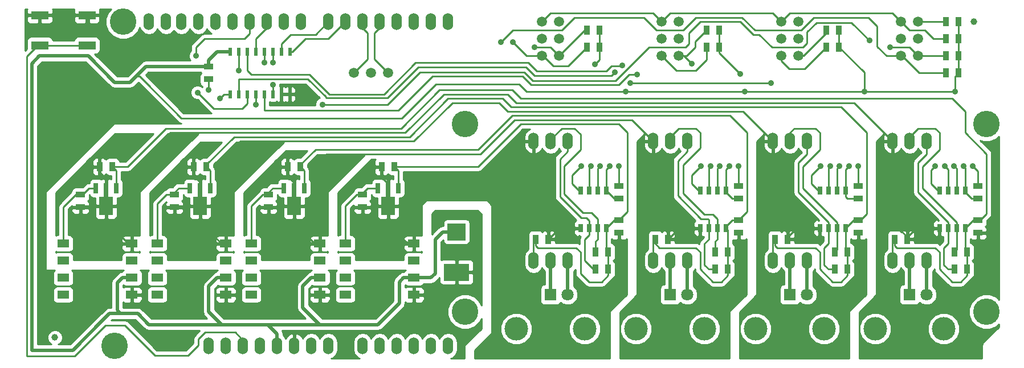
<source format=gtl>
G04 #@! TF.FileFunction,Copper,L1,Top,Signal*
%FSLAX46Y46*%
G04 Gerber Fmt 4.6, Leading zero omitted, Abs format (unit mm)*
G04 Created by KiCad (PCBNEW 4.0.2-stable) date 18/09/2016 18:07:30*
%MOMM*%
G01*
G04 APERTURE LIST*
%ADD10C,0.150000*%
%ADD11C,1.000000*%
%ADD12R,0.889000X1.397000*%
%ADD13R,1.397000X0.889000*%
%ADD14R,2.700020X2.550160*%
%ADD15R,3.799840X2.550160*%
%ADD16R,1.800000X1.200000*%
%ADD17C,1.506220*%
%ADD18R,0.508000X1.143000*%
%ADD19C,3.500000*%
%ADD20R,1.800000X1.800000*%
%ADD21C,1.800000*%
%ADD22R,0.701040X1.600200*%
%ADD23R,0.701040X2.100580*%
%ADD24R,1.998980X2.750820*%
%ADD25O,1.524000X2.540000*%
%ADD26C,3.937000*%
%ADD27R,0.635000X1.270000*%
%ADD28O,1.542000X2.540000*%
%ADD29R,2.600000X1.300000*%
%ADD30C,0.889000*%
%ADD31C,0.254000*%
%ADD32C,0.508000*%
G04 APERTURE END LIST*
D10*
D11*
X217805000Y-69850000D03*
X81280000Y-116840000D03*
D12*
X154622500Y-102235000D03*
X152717500Y-102235000D03*
D13*
X127000000Y-97472500D03*
X127000000Y-95567500D03*
D12*
X131762500Y-91440000D03*
X129857500Y-91440000D03*
D13*
X165100000Y-101282500D03*
X165100000Y-99377500D03*
X165100000Y-94297500D03*
X165100000Y-96202500D03*
D12*
X172402500Y-102235000D03*
X170497500Y-102235000D03*
D13*
X113030000Y-97472500D03*
X113030000Y-95567500D03*
D12*
X117792500Y-91440000D03*
X115887500Y-91440000D03*
D13*
X182880000Y-101282500D03*
X182880000Y-99377500D03*
X182880000Y-94297500D03*
X182880000Y-96202500D03*
D12*
X190182500Y-102235000D03*
X188277500Y-102235000D03*
D13*
X99060000Y-97472500D03*
X99060000Y-95567500D03*
D12*
X103822500Y-91440000D03*
X101917500Y-91440000D03*
D13*
X200660000Y-101282500D03*
X200660000Y-99377500D03*
X200660000Y-94297500D03*
X200660000Y-96202500D03*
D12*
X207962500Y-102235000D03*
X206057500Y-102235000D03*
D13*
X85090000Y-97472500D03*
X85090000Y-95567500D03*
D12*
X89852500Y-91440000D03*
X87947500Y-91440000D03*
D13*
X218440000Y-101282500D03*
X218440000Y-99377500D03*
X218440000Y-94297500D03*
X218440000Y-96202500D03*
D14*
X140970000Y-101140260D03*
D15*
X140970000Y-107139740D03*
D16*
X134640000Y-110490000D03*
X134640000Y-107950000D03*
X134640000Y-105410000D03*
X134640000Y-102870000D03*
X124440000Y-102870000D03*
X124440000Y-105410000D03*
X124440000Y-107950000D03*
X124440000Y-110490000D03*
X120670000Y-110490000D03*
X120670000Y-107950000D03*
X120670000Y-105410000D03*
X120670000Y-102870000D03*
X110470000Y-102870000D03*
X110470000Y-105410000D03*
X110470000Y-107950000D03*
X110470000Y-110490000D03*
X106700000Y-110490000D03*
X106700000Y-107950000D03*
X106700000Y-105410000D03*
X106700000Y-102870000D03*
X96500000Y-102870000D03*
X96500000Y-105410000D03*
X96500000Y-107950000D03*
X96500000Y-110490000D03*
X92730000Y-110490000D03*
X92730000Y-107950000D03*
X92730000Y-105410000D03*
X92730000Y-102870000D03*
X82530000Y-102870000D03*
X82530000Y-105410000D03*
X82530000Y-107950000D03*
X82530000Y-110490000D03*
D17*
X153670000Y-69850000D03*
X153670000Y-72390000D03*
X153670000Y-74930000D03*
X156210000Y-69850000D03*
X156210000Y-72390000D03*
X156210000Y-74930000D03*
X171450000Y-69850000D03*
X171450000Y-72390000D03*
X171450000Y-74930000D03*
X173990000Y-69850000D03*
X173990000Y-72390000D03*
X173990000Y-74930000D03*
X189230000Y-69850000D03*
X189230000Y-72390000D03*
X189230000Y-74930000D03*
X191770000Y-69850000D03*
X191770000Y-72390000D03*
X191770000Y-74930000D03*
X207010000Y-69850000D03*
X207010000Y-72390000D03*
X207010000Y-74930000D03*
X209550000Y-69850000D03*
X209550000Y-72390000D03*
X209550000Y-74930000D03*
X125730000Y-77470000D03*
X128270000Y-77470000D03*
X130810000Y-77470000D03*
D18*
X107315000Y-74295000D03*
X109855000Y-74295000D03*
X111125000Y-74295000D03*
X112395000Y-74295000D03*
X113665000Y-74295000D03*
X114935000Y-74295000D03*
X116205000Y-74295000D03*
X116205000Y-80645000D03*
X114935000Y-80645000D03*
X113665000Y-80645000D03*
X112395000Y-80645000D03*
X111125000Y-80645000D03*
X109855000Y-80645000D03*
X108585000Y-80645000D03*
X107315000Y-80645000D03*
X108585000Y-74295000D03*
D19*
X160020000Y-115570000D03*
X149860000Y-115570000D03*
D20*
X154940000Y-110490000D03*
D21*
X157480000Y-110490000D03*
D19*
X177800000Y-115570000D03*
X167640000Y-115570000D03*
D20*
X172720000Y-110490000D03*
D21*
X175260000Y-110490000D03*
D19*
X195580000Y-115570000D03*
X185420000Y-115570000D03*
D20*
X190500000Y-110490000D03*
D21*
X193040000Y-110490000D03*
D19*
X213360000Y-115570000D03*
X203200000Y-115570000D03*
D20*
X208280000Y-110490000D03*
D21*
X210820000Y-110490000D03*
D12*
X162242500Y-73660000D03*
X160337500Y-73660000D03*
X163512500Y-106680000D03*
X161607500Y-106680000D03*
X162242500Y-71120000D03*
X160337500Y-71120000D03*
X163512500Y-104140000D03*
X161607500Y-104140000D03*
X180022500Y-73660000D03*
X178117500Y-73660000D03*
X181292500Y-106680000D03*
X179387500Y-106680000D03*
X180022500Y-71120000D03*
X178117500Y-71120000D03*
X181292500Y-104140000D03*
X179387500Y-104140000D03*
X197802500Y-73660000D03*
X195897500Y-73660000D03*
X199072500Y-106680000D03*
X197167500Y-106680000D03*
X197802500Y-71120000D03*
X195897500Y-71120000D03*
X199072500Y-104140000D03*
X197167500Y-104140000D03*
X215582500Y-77470000D03*
X213677500Y-77470000D03*
X216852500Y-106680000D03*
X214947500Y-106680000D03*
X215582500Y-74930000D03*
X213677500Y-74930000D03*
X216852500Y-104140000D03*
X214947500Y-104140000D03*
D13*
X104140000Y-78422500D03*
X104140000Y-76517500D03*
D12*
X213677500Y-69850000D03*
X215582500Y-69850000D03*
X213677500Y-72390000D03*
X215582500Y-72390000D03*
D22*
X132311140Y-94620080D03*
D23*
X130810000Y-94869000D03*
D22*
X129308860Y-94620080D03*
D24*
X130810000Y-97269300D03*
D22*
X118341140Y-94620080D03*
D23*
X116840000Y-94869000D03*
D22*
X115338860Y-94620080D03*
D24*
X116840000Y-97269300D03*
D22*
X104371140Y-94620080D03*
D23*
X102870000Y-94869000D03*
D22*
X101368860Y-94620080D03*
D24*
X102870000Y-97269300D03*
D22*
X90401140Y-94620080D03*
D23*
X88900000Y-94869000D03*
D22*
X87398860Y-94620080D03*
D24*
X88900000Y-97269300D03*
D25*
X139700000Y-118110000D03*
X137160000Y-118110000D03*
X134620000Y-118110000D03*
X127000000Y-118110000D03*
X129540000Y-118110000D03*
X132080000Y-118110000D03*
X121920000Y-118110000D03*
X119380000Y-118110000D03*
X116840000Y-118110000D03*
X111760000Y-118110000D03*
X109220000Y-118110000D03*
X139700000Y-69850000D03*
X137160000Y-69850000D03*
X134620000Y-69850000D03*
X132080000Y-69850000D03*
X129540000Y-69850000D03*
X127000000Y-69850000D03*
X124460000Y-69850000D03*
X121920000Y-69850000D03*
X117856000Y-69850000D03*
X115316000Y-69850000D03*
X112776000Y-69850000D03*
X110236000Y-69850000D03*
X107696000Y-69850000D03*
X105156000Y-69850000D03*
X102616000Y-69850000D03*
X100076000Y-69850000D03*
X114300000Y-118110000D03*
D26*
X142240000Y-113030000D03*
X142240000Y-85090000D03*
X91440000Y-69850000D03*
X90170000Y-118110000D03*
X219710000Y-113030000D03*
X219710000Y-85090000D03*
D25*
X106680000Y-118110000D03*
X104140000Y-118110000D03*
X97790000Y-69850000D03*
X95250000Y-69850000D03*
D27*
X163195000Y-94996000D03*
X161925000Y-94996000D03*
X160655000Y-94996000D03*
X159385000Y-94996000D03*
X159385000Y-100584000D03*
X160655000Y-100584000D03*
X161925000Y-100584000D03*
X163195000Y-100584000D03*
X180975000Y-94996000D03*
X179705000Y-94996000D03*
X178435000Y-94996000D03*
X177165000Y-94996000D03*
X177165000Y-100584000D03*
X178435000Y-100584000D03*
X179705000Y-100584000D03*
X180975000Y-100584000D03*
X198755000Y-94996000D03*
X197485000Y-94996000D03*
X196215000Y-94996000D03*
X194945000Y-94996000D03*
X194945000Y-100584000D03*
X196215000Y-100584000D03*
X197485000Y-100584000D03*
X198755000Y-100584000D03*
X216535000Y-94996000D03*
X215265000Y-94996000D03*
X213995000Y-94996000D03*
X212725000Y-94996000D03*
X212725000Y-100584000D03*
X213995000Y-100584000D03*
X215265000Y-100584000D03*
X216535000Y-100584000D03*
D28*
X152400000Y-87630000D03*
D25*
X154940000Y-87630000D03*
X157480000Y-87630000D03*
X152400000Y-105410000D03*
X154940000Y-105410000D03*
X157480000Y-105410000D03*
D28*
X170180000Y-87630000D03*
D25*
X172720000Y-87630000D03*
X175260000Y-87630000D03*
X170180000Y-105410000D03*
X172720000Y-105410000D03*
X175260000Y-105410000D03*
D28*
X187960000Y-87630000D03*
D25*
X190500000Y-87630000D03*
X193040000Y-87630000D03*
X187960000Y-105410000D03*
X190500000Y-105410000D03*
X193040000Y-105410000D03*
D28*
X205740000Y-87630000D03*
D25*
X208280000Y-87630000D03*
X210820000Y-87630000D03*
X205740000Y-105410000D03*
X208280000Y-105410000D03*
X210820000Y-105410000D03*
D29*
X79050000Y-68870000D03*
X86050000Y-68870000D03*
X79050000Y-73370000D03*
X86050000Y-73370000D03*
D30*
X117475000Y-80645000D03*
X217678000Y-91313000D03*
X212090000Y-91313000D03*
X195072000Y-91313000D03*
X159512000Y-91313000D03*
X177292000Y-91313000D03*
X94488000Y-115824000D03*
X94488000Y-112141000D03*
X81407000Y-69850000D03*
X116840000Y-110490000D03*
X108585000Y-110490000D03*
X136525000Y-110490000D03*
X122555000Y-110490000D03*
X87376000Y-113665000D03*
X200660000Y-91313000D03*
X182880000Y-91313000D03*
X165100000Y-91313000D03*
X93853000Y-80010000D03*
X90932000Y-77089000D03*
X97663000Y-80010000D03*
X140970000Y-92710000D03*
X120650000Y-92710000D03*
X106680000Y-92710000D03*
X92710000Y-92710000D03*
X215011000Y-80264000D03*
X216281000Y-91313000D03*
X201549000Y-80264000D03*
X199263000Y-91313000D03*
X163703000Y-91313000D03*
X181483000Y-91313000D03*
X161544000Y-76200000D03*
X183134000Y-77597000D03*
X183769000Y-80264000D03*
X166116000Y-80264000D03*
X160909000Y-91313000D03*
X112395000Y-75946000D03*
X149352000Y-72898000D03*
X162306000Y-91313000D03*
X105791000Y-81280000D03*
X152527000Y-73660000D03*
X178689000Y-91313000D03*
X165608000Y-76327000D03*
X180086000Y-91313000D03*
X175895000Y-76073000D03*
X167767000Y-77724000D03*
X196469000Y-91313000D03*
X108585000Y-77089000D03*
X197866000Y-91313000D03*
X166751000Y-78994000D03*
X164465000Y-77343000D03*
X187706000Y-78994000D03*
X213487000Y-91313000D03*
X147574000Y-72898000D03*
X113665000Y-75946000D03*
X214884000Y-91313000D03*
X111125000Y-82169000D03*
X202311000Y-72644000D03*
X205359000Y-73660000D03*
X121031000Y-82169000D03*
X104140000Y-80010000D03*
X113665000Y-79248000D03*
X102235000Y-74930000D03*
X102489000Y-80391000D03*
D31*
X116205000Y-80645000D02*
X117475000Y-80645000D01*
X217678000Y-91313000D02*
X218440000Y-92075000D01*
X218440000Y-94297500D02*
X218440000Y-92075000D01*
X212090000Y-91313000D02*
X211455000Y-91948000D01*
X211455000Y-93980000D02*
X212471000Y-94996000D01*
X212471000Y-94996000D02*
X212725000Y-94996000D01*
X211455000Y-91948000D02*
X211455000Y-93980000D01*
X193675000Y-93980000D02*
X193675000Y-92710000D01*
X194691000Y-94996000D02*
X193675000Y-93980000D01*
X194945000Y-94996000D02*
X194691000Y-94996000D01*
X193675000Y-92710000D02*
X195072000Y-91313000D01*
X158115000Y-92710000D02*
X159512000Y-91313000D01*
X159131000Y-94996000D02*
X159385000Y-94996000D01*
X158115000Y-93980000D02*
X159131000Y-94996000D01*
X158115000Y-93980000D02*
X158115000Y-92710000D01*
X175895000Y-93980000D02*
X175895000Y-92710000D01*
X175895000Y-93980000D02*
X176911000Y-94996000D01*
X177165000Y-94996000D02*
X176911000Y-94996000D01*
X175895000Y-92710000D02*
X177292000Y-91313000D01*
X92730000Y-111653000D02*
X92730000Y-110490000D01*
X93218000Y-112141000D02*
X92730000Y-111653000D01*
X94488000Y-112141000D02*
X93218000Y-112141000D01*
X81407000Y-69850000D02*
X82387000Y-68870000D01*
X86350000Y-68870000D02*
X83911000Y-68870000D01*
X136525000Y-110490000D02*
X139700000Y-110490000D01*
X140970000Y-109220000D02*
X140970000Y-107139740D01*
X139700000Y-110490000D02*
X140970000Y-109220000D01*
X108585000Y-110490000D02*
X106700000Y-110490000D01*
X136525000Y-110490000D02*
X134640000Y-110490000D01*
X122555000Y-110490000D02*
X120670000Y-110490000D01*
X200660000Y-91313000D02*
X200660000Y-94297500D01*
X182880000Y-94297500D02*
X182880000Y-91313000D01*
X165100000Y-94297500D02*
X165100000Y-91313000D01*
X86350000Y-68870000D02*
X86350000Y-69967000D01*
X90932000Y-74549000D02*
X90932000Y-77089000D01*
X86350000Y-69967000D02*
X90932000Y-74549000D01*
X86350000Y-68870000D02*
X82387000Y-68870000D01*
X82387000Y-68870000D02*
X78750000Y-68870000D01*
X140970000Y-92710000D02*
X141605000Y-92710000D01*
X149225000Y-87630000D02*
X144399000Y-92456000D01*
X130810000Y-97269300D02*
X133235700Y-97269300D01*
X149225000Y-87630000D02*
X152400000Y-87630000D01*
X135255000Y-92710000D02*
X140970000Y-92710000D01*
X134620000Y-93345000D02*
X135255000Y-92710000D01*
X134620000Y-95885000D02*
X134620000Y-93345000D01*
X133235700Y-97269300D02*
X134620000Y-95885000D01*
X144145000Y-92710000D02*
X141605000Y-92710000D01*
X144399000Y-92456000D02*
X144145000Y-92710000D01*
X165100000Y-101282500D02*
X165100000Y-109855000D01*
X154622500Y-101282500D02*
X154622500Y-102235000D01*
X153670000Y-100330000D02*
X154622500Y-101282500D01*
X151765000Y-100330000D02*
X153670000Y-100330000D01*
X150495000Y-101600000D02*
X151765000Y-100330000D01*
X150495000Y-111125000D02*
X150495000Y-101600000D01*
X152400000Y-113030000D02*
X150495000Y-111125000D01*
X161925000Y-113030000D02*
X152400000Y-113030000D01*
X165100000Y-109855000D02*
X161925000Y-113030000D01*
X159385000Y-100584000D02*
X156273500Y-100584000D01*
X156273500Y-100584000D02*
X154622500Y-102235000D01*
X154622500Y-102235000D02*
X154622500Y-94932500D01*
X152400000Y-92710000D02*
X152400000Y-87630000D01*
X154622500Y-94932500D02*
X152400000Y-92710000D01*
X130810000Y-94869000D02*
X130810000Y-93980000D01*
X129857500Y-93027500D02*
X129857500Y-91440000D01*
X130810000Y-93980000D02*
X129857500Y-93027500D01*
X134640000Y-102870000D02*
X133731000Y-102870000D01*
X133731000Y-102870000D02*
X130810000Y-99949000D01*
X130810000Y-99949000D02*
X130810000Y-97269300D01*
X149606000Y-84455000D02*
X144526000Y-89535000D01*
X149860000Y-84455000D02*
X149606000Y-84455000D01*
X170180000Y-87630000D02*
X167005000Y-84455000D01*
X149860000Y-84455000D02*
X167005000Y-84455000D01*
X120650000Y-95885000D02*
X120650000Y-92710000D01*
X120650000Y-92710000D02*
X120650000Y-92075000D01*
X119265700Y-97269300D02*
X120650000Y-95885000D01*
X119265700Y-97269300D02*
X116840000Y-97269300D01*
X120650000Y-90551000D02*
X120650000Y-92075000D01*
X121666000Y-89535000D02*
X120650000Y-90551000D01*
X141986000Y-89535000D02*
X121666000Y-89535000D01*
X144526000Y-89535000D02*
X141986000Y-89535000D01*
X182880000Y-101282500D02*
X182880000Y-109855000D01*
X172402500Y-101282500D02*
X172402500Y-102235000D01*
X171450000Y-100330000D02*
X172402500Y-101282500D01*
X169545000Y-100330000D02*
X171450000Y-100330000D01*
X168275000Y-101600000D02*
X169545000Y-100330000D01*
X168275000Y-111125000D02*
X168275000Y-101600000D01*
X170180000Y-113030000D02*
X168275000Y-111125000D01*
X179705000Y-113030000D02*
X170180000Y-113030000D01*
X182880000Y-109855000D02*
X179705000Y-113030000D01*
X172402500Y-102235000D02*
X172402500Y-95567500D01*
X172402500Y-95567500D02*
X170180000Y-93345000D01*
X170180000Y-93345000D02*
X170180000Y-87630000D01*
X177165000Y-100584000D02*
X174053500Y-100584000D01*
X174053500Y-100584000D02*
X172402500Y-102235000D01*
X120670000Y-102870000D02*
X119888000Y-102870000D01*
X116840000Y-99822000D02*
X116840000Y-97269300D01*
X119888000Y-102870000D02*
X116840000Y-99822000D01*
X116840000Y-94869000D02*
X116840000Y-93853000D01*
X115887500Y-92900500D02*
X115887500Y-91440000D01*
X116840000Y-93853000D02*
X115887500Y-92900500D01*
X140335000Y-81915000D02*
X134620000Y-87630000D01*
X106680000Y-89789000D02*
X108839000Y-87630000D01*
X108839000Y-87630000D02*
X111125000Y-87630000D01*
X102870000Y-97269300D02*
X105295700Y-97269300D01*
X105295700Y-97269300D02*
X106680000Y-95885000D01*
X106680000Y-92710000D02*
X106680000Y-92075000D01*
X106680000Y-95885000D02*
X106680000Y-92710000D01*
X111125000Y-87630000D02*
X132080000Y-87630000D01*
X140335000Y-81915000D02*
X147320000Y-81915000D01*
X147320000Y-81915000D02*
X148590000Y-83185000D01*
X148590000Y-83185000D02*
X183515000Y-83185000D01*
X183515000Y-83185000D02*
X187960000Y-87630000D01*
X106680000Y-92075000D02*
X106680000Y-89789000D01*
X134620000Y-87630000D02*
X132080000Y-87630000D01*
X200660000Y-101282500D02*
X200660000Y-109855000D01*
X190182500Y-101282500D02*
X190182500Y-102235000D01*
X189230000Y-100330000D02*
X190182500Y-101282500D01*
X186690000Y-100330000D02*
X189230000Y-100330000D01*
X186055000Y-100965000D02*
X186690000Y-100330000D01*
X186055000Y-111125000D02*
X186055000Y-100965000D01*
X187960000Y-113030000D02*
X186055000Y-111125000D01*
X197485000Y-113030000D02*
X187960000Y-113030000D01*
X200660000Y-109855000D02*
X197485000Y-113030000D01*
X190182500Y-102235000D02*
X190182500Y-95567500D01*
X190182500Y-95567500D02*
X187960000Y-93345000D01*
X187960000Y-93345000D02*
X187960000Y-87630000D01*
X190182500Y-102235000D02*
X190182500Y-101917500D01*
X191516000Y-100584000D02*
X194945000Y-100584000D01*
X190182500Y-101917500D02*
X191516000Y-100584000D01*
X102870000Y-94869000D02*
X102870000Y-93726000D01*
X101917500Y-92773500D02*
X101917500Y-91440000D01*
X102870000Y-93726000D02*
X101917500Y-92773500D01*
X106700000Y-102870000D02*
X106045000Y-102870000D01*
X106045000Y-102870000D02*
X102870000Y-99695000D01*
X102870000Y-99695000D02*
X102870000Y-97269300D01*
X102870000Y-97269300D02*
X99263200Y-97269300D01*
X99263200Y-97269300D02*
X99060000Y-97472500D01*
X139065000Y-80645000D02*
X133350000Y-86360000D01*
X88900000Y-97269300D02*
X90690700Y-97269300D01*
X90690700Y-97269300D02*
X92075000Y-95885000D01*
X92075000Y-95885000D02*
X92710000Y-95885000D01*
X92710000Y-92710000D02*
X92710000Y-92075000D01*
X92710000Y-95885000D02*
X92710000Y-92710000D01*
X92710000Y-92075000D02*
X98425000Y-86360000D01*
X148590000Y-80645000D02*
X149860000Y-81915000D01*
X149860000Y-81915000D02*
X200025000Y-81915000D01*
X200025000Y-81915000D02*
X205740000Y-87630000D01*
X130810000Y-86360000D02*
X98425000Y-86360000D01*
X148590000Y-80645000D02*
X139065000Y-80645000D01*
X133350000Y-86360000D02*
X130810000Y-86360000D01*
X207962500Y-102235000D02*
X207962500Y-96202500D01*
X207962500Y-96202500D02*
X205740000Y-93980000D01*
X205740000Y-93980000D02*
X205740000Y-87630000D01*
X218440000Y-101282500D02*
X218440000Y-109855000D01*
X206375000Y-100330000D02*
X207962500Y-101917500D01*
X204470000Y-100330000D02*
X206375000Y-100330000D01*
X203835000Y-100965000D02*
X204470000Y-100330000D01*
X203835000Y-111125000D02*
X203835000Y-100965000D01*
X205740000Y-113030000D02*
X203835000Y-111125000D01*
X207645000Y-113030000D02*
X205740000Y-113030000D01*
X215265000Y-113030000D02*
X207645000Y-113030000D01*
X218440000Y-109855000D02*
X215265000Y-113030000D01*
X207962500Y-101917500D02*
X207962500Y-102235000D01*
X207962500Y-102235000D02*
X207962500Y-101917500D01*
X209296000Y-100584000D02*
X212725000Y-100584000D01*
X207962500Y-101917500D02*
X209296000Y-100584000D01*
X88900000Y-94869000D02*
X88900000Y-93218000D01*
X87947500Y-92265500D02*
X87947500Y-91440000D01*
X88900000Y-93218000D02*
X87947500Y-92265500D01*
X88900000Y-97269300D02*
X85293200Y-97269300D01*
X85293200Y-97269300D02*
X85090000Y-97472500D01*
X92730000Y-102870000D02*
X92202000Y-102870000D01*
X88900000Y-99568000D02*
X88900000Y-97269300D01*
X92202000Y-102870000D02*
X88900000Y-99568000D01*
D32*
X123317000Y-114935000D02*
X129286000Y-114935000D01*
X129286000Y-114935000D02*
X132461000Y-111760000D01*
X132461000Y-111760000D02*
X132461000Y-108585000D01*
X132461000Y-108585000D02*
X133096000Y-107950000D01*
X123317000Y-114935000D02*
X123063000Y-114935000D01*
X120650000Y-114935000D02*
X123317000Y-114935000D01*
D31*
X216535000Y-94996000D02*
X216535000Y-91567000D01*
X216535000Y-91567000D02*
X216281000Y-91313000D01*
X198755000Y-94996000D02*
X198755000Y-91821000D01*
X198755000Y-91821000D02*
X199263000Y-91313000D01*
X163195000Y-94996000D02*
X163195000Y-91821000D01*
X163195000Y-91821000D02*
X163703000Y-91313000D01*
X180975000Y-94996000D02*
X180975000Y-91821000D01*
X180975000Y-91821000D02*
X181483000Y-91313000D01*
D32*
X78486000Y-118745000D02*
X77851000Y-118745000D01*
X77851000Y-118110000D02*
X77851000Y-115570000D01*
X77851000Y-77470000D02*
X77851000Y-115570000D01*
X89154000Y-113538000D02*
X89408000Y-113284000D01*
X91567000Y-113284000D02*
X89408000Y-113284000D01*
X77851000Y-77470000D02*
X77851000Y-76073000D01*
X88392000Y-114300000D02*
X83947000Y-118745000D01*
X92456000Y-78867000D02*
X93472000Y-77851000D01*
X90170000Y-78867000D02*
X92456000Y-78867000D01*
X86233000Y-74930000D02*
X90170000Y-78867000D01*
X78994000Y-74930000D02*
X86233000Y-74930000D01*
X77851000Y-76073000D02*
X78994000Y-74930000D01*
X88392000Y-114300000D02*
X89154000Y-113538000D01*
X81153000Y-118745000D02*
X83947000Y-118745000D01*
X81153000Y-118745000D02*
X78486000Y-118745000D01*
X77851000Y-118745000D02*
X77851000Y-118110000D01*
X106700000Y-107950000D02*
X105410000Y-107950000D01*
X104140000Y-113030000D02*
X106045000Y-114935000D01*
X104140000Y-109220000D02*
X104140000Y-113030000D01*
X105410000Y-107950000D02*
X104140000Y-109220000D01*
X120670000Y-107950000D02*
X119380000Y-107950000D01*
X118110000Y-112395000D02*
X120650000Y-114935000D01*
X118110000Y-109220000D02*
X118110000Y-112395000D01*
X119380000Y-107950000D02*
X118110000Y-109220000D01*
X133096000Y-107950000D02*
X134640000Y-107950000D01*
X95250000Y-114935000D02*
X93599000Y-113284000D01*
X106045000Y-114935000D02*
X95250000Y-114935000D01*
X93599000Y-113284000D02*
X91567000Y-113284000D01*
X109093000Y-114935000D02*
X106045000Y-114935000D01*
X91313000Y-107950000D02*
X92730000Y-107950000D01*
X90551000Y-108712000D02*
X91313000Y-107950000D01*
X90551000Y-112776000D02*
X90551000Y-108712000D01*
X90868500Y-113093500D02*
X90551000Y-112776000D01*
X91059000Y-113284000D02*
X90868500Y-113093500D01*
X91567000Y-113284000D02*
X91059000Y-113284000D01*
X137160000Y-107950000D02*
X137795000Y-107315000D01*
X137795000Y-107315000D02*
X137795000Y-102235000D01*
X137795000Y-102235000D02*
X138889740Y-101140260D01*
X138889740Y-101140260D02*
X140970000Y-101140260D01*
X134640000Y-107950000D02*
X137160000Y-107950000D01*
X104140000Y-76517500D02*
X104140000Y-75565000D01*
X105410000Y-74295000D02*
X107315000Y-74295000D01*
X104140000Y-75565000D02*
X105410000Y-74295000D01*
D31*
X100076000Y-84201000D02*
X94869000Y-78994000D01*
X94869000Y-78994000D02*
X93853000Y-77978000D01*
X93853000Y-77978000D02*
X93345000Y-77978000D01*
X93345000Y-77978000D02*
X93472000Y-77851000D01*
X166116000Y-80264000D02*
X151384000Y-80264000D01*
X150241000Y-79121000D02*
X151384000Y-80264000D01*
X137922000Y-79121000D02*
X150241000Y-79121000D01*
X132842000Y-84201000D02*
X137922000Y-79121000D01*
X100076000Y-84201000D02*
X132842000Y-84201000D01*
D32*
X94805500Y-76517500D02*
X104140000Y-76517500D01*
X93472000Y-77851000D02*
X94805500Y-76517500D01*
X112903000Y-114935000D02*
X120650000Y-114935000D01*
X109093000Y-114935000D02*
X108966000Y-114935000D01*
X114300000Y-118110000D02*
X114300000Y-116332000D01*
X112903000Y-114935000D02*
X109093000Y-114935000D01*
X114300000Y-116332000D02*
X112903000Y-114935000D01*
D31*
X162242500Y-73660000D02*
X162242500Y-71120000D01*
X161544000Y-76200000D02*
X162242500Y-75501500D01*
X162242500Y-75501500D02*
X162242500Y-73660000D01*
X180022500Y-73660000D02*
X180022500Y-71120000D01*
X183134000Y-77597000D02*
X180022500Y-74485500D01*
X180022500Y-74485500D02*
X180022500Y-73660000D01*
X197802500Y-71120000D02*
X197802500Y-73660000D01*
X197802500Y-73660000D02*
X201549000Y-77406500D01*
X201549000Y-77406500D02*
X201549000Y-80264000D01*
X215582500Y-72390000D02*
X215582500Y-69850000D01*
X215582500Y-74930000D02*
X215582500Y-72390000D01*
X215582500Y-77470000D02*
X215582500Y-74930000D01*
X215011000Y-80264000D02*
X215011000Y-78041500D01*
X215011000Y-78041500D02*
X215582500Y-77470000D01*
X215011000Y-80264000D02*
X201549000Y-80264000D01*
X166116000Y-80264000D02*
X183769000Y-80264000D01*
X183769000Y-80264000D02*
X201549000Y-80264000D01*
X218440000Y-96202500D02*
X217487500Y-96202500D01*
X217487500Y-96202500D02*
X216535000Y-95250000D01*
X216535000Y-95250000D02*
X216535000Y-94996000D01*
X200660000Y-96202500D02*
X199072500Y-96202500D01*
X198755000Y-95885000D02*
X198755000Y-94996000D01*
X199072500Y-96202500D02*
X198755000Y-95885000D01*
X182880000Y-96202500D02*
X181927500Y-96202500D01*
X180975000Y-95250000D02*
X180975000Y-94996000D01*
X181927500Y-96202500D02*
X180975000Y-95250000D01*
X165100000Y-96202500D02*
X164401500Y-96202500D01*
X164401500Y-96202500D02*
X163195000Y-94996000D01*
X150495000Y-85090000D02*
X144145000Y-91440000D01*
X150495000Y-85090000D02*
X165100000Y-85090000D01*
X165100000Y-85090000D02*
X166370000Y-86360000D01*
X166370000Y-86360000D02*
X166370000Y-98107500D01*
X165100000Y-99377500D02*
X166370000Y-98107500D01*
X141605000Y-91440000D02*
X131762500Y-91440000D01*
X144145000Y-91440000D02*
X141605000Y-91440000D01*
X152400000Y-105410000D02*
X152400000Y-102552500D01*
X152400000Y-102552500D02*
X152717500Y-102235000D01*
X163512500Y-106680000D02*
X163512500Y-107632500D01*
X152717500Y-103187500D02*
X152717500Y-102235000D01*
X153035000Y-103505000D02*
X152717500Y-103187500D01*
X158750000Y-103505000D02*
X153035000Y-103505000D01*
X159385000Y-104140000D02*
X158750000Y-103505000D01*
X159385000Y-107315000D02*
X159385000Y-104140000D01*
X160655000Y-108585000D02*
X159385000Y-107315000D01*
X162560000Y-108585000D02*
X160655000Y-108585000D01*
X163512500Y-107632500D02*
X162560000Y-108585000D01*
X163512500Y-104140000D02*
X163512500Y-106680000D01*
X163195000Y-100584000D02*
X163195000Y-103822500D01*
X163195000Y-103822500D02*
X163512500Y-104140000D01*
X165100000Y-99377500D02*
X164401500Y-99377500D01*
X164401500Y-99377500D02*
X163195000Y-100584000D01*
X132311140Y-94620080D02*
X132311140Y-91988640D01*
X132311140Y-91988640D02*
X131762500Y-91440000D01*
X149225000Y-83820000D02*
X144145000Y-88900000D01*
X117792500Y-91440000D02*
X117792500Y-91122500D01*
X184150000Y-98107500D02*
X182880000Y-99377500D01*
X184150000Y-86360000D02*
X184150000Y-98107500D01*
X181610000Y-83820000D02*
X184150000Y-86360000D01*
X149225000Y-83820000D02*
X181610000Y-83820000D01*
X120015000Y-88900000D02*
X141605000Y-88900000D01*
X117792500Y-91122500D02*
X120015000Y-88900000D01*
X144145000Y-88900000D02*
X141605000Y-88900000D01*
X181292500Y-106680000D02*
X181292500Y-107632500D01*
X170497500Y-102870000D02*
X170497500Y-102235000D01*
X171132500Y-103505000D02*
X170497500Y-102870000D01*
X176530000Y-103505000D02*
X171132500Y-103505000D01*
X177165000Y-104140000D02*
X176530000Y-103505000D01*
X177165000Y-106680000D02*
X177165000Y-104140000D01*
X179070000Y-108585000D02*
X177165000Y-106680000D01*
X180340000Y-108585000D02*
X179070000Y-108585000D01*
X181292500Y-107632500D02*
X180340000Y-108585000D01*
X170180000Y-105410000D02*
X170180000Y-102552500D01*
X170180000Y-102552500D02*
X170497500Y-102235000D01*
X181292500Y-104140000D02*
X181292500Y-106680000D01*
X180975000Y-100584000D02*
X180975000Y-100330000D01*
X181927500Y-99377500D02*
X182880000Y-99377500D01*
X180975000Y-100330000D02*
X181927500Y-99377500D01*
X181292500Y-104140000D02*
X181292500Y-100901500D01*
X181292500Y-100901500D02*
X180975000Y-100584000D01*
X118341140Y-94620080D02*
X118341140Y-91988640D01*
X118341140Y-91988640D02*
X117792500Y-91440000D01*
X139700000Y-81280000D02*
X133985000Y-86995000D01*
X103822500Y-91122500D02*
X107950000Y-86995000D01*
X107950000Y-86995000D02*
X131445000Y-86995000D01*
X139700000Y-81280000D02*
X147828002Y-81280000D01*
X147828002Y-81280000D02*
X149098002Y-82550000D01*
X149098002Y-82550000D02*
X196215000Y-82550000D01*
X196215000Y-82550000D02*
X197485000Y-82550000D01*
X197485000Y-82550000D02*
X198120000Y-82550000D01*
X198120000Y-82550000D02*
X201930000Y-86360000D01*
X201930000Y-86360000D02*
X201930000Y-97155000D01*
X201930000Y-97155000D02*
X201930000Y-98425000D01*
X201930000Y-98425000D02*
X200977500Y-99377500D01*
X200660000Y-99377500D02*
X200977500Y-99377500D01*
X103822500Y-91122500D02*
X103822500Y-91440000D01*
X133985000Y-86995000D02*
X131445000Y-86995000D01*
X187960000Y-105410000D02*
X187960000Y-102552500D01*
X187960000Y-102552500D02*
X188277500Y-102235000D01*
X199072500Y-106680000D02*
X199072500Y-107632500D01*
X188277500Y-103187500D02*
X188277500Y-102235000D01*
X188595000Y-103505000D02*
X188277500Y-103187500D01*
X194310000Y-103505000D02*
X188595000Y-103505000D01*
X194945000Y-104140000D02*
X194310000Y-103505000D01*
X194945000Y-106680000D02*
X194945000Y-104140000D01*
X196850000Y-108585000D02*
X194945000Y-106680000D01*
X198120000Y-108585000D02*
X196850000Y-108585000D01*
X199072500Y-107632500D02*
X198120000Y-108585000D01*
X199072500Y-104140000D02*
X199072500Y-106680000D01*
X198755000Y-100584000D02*
X198755000Y-103822500D01*
X198755000Y-103822500D02*
X199072500Y-104140000D01*
X200660000Y-99377500D02*
X199961500Y-99377500D01*
X199961500Y-99377500D02*
X198755000Y-100584000D01*
X104371140Y-94620080D02*
X104371140Y-91988640D01*
X104371140Y-91988640D02*
X103822500Y-91440000D01*
X138430000Y-80010000D02*
X132715000Y-85725000D01*
X219710000Y-98425000D02*
X218757500Y-99377500D01*
X218440000Y-99377500D02*
X218757500Y-99377500D01*
X138430000Y-80010000D02*
X149225000Y-80010000D01*
X149225000Y-80010000D02*
X150495000Y-81280000D01*
X150495000Y-81280000D02*
X214630000Y-81280000D01*
X214630000Y-81280000D02*
X216535000Y-83185000D01*
X216535000Y-83185000D02*
X216535000Y-86360000D01*
X216535000Y-86360000D02*
X219710000Y-89535000D01*
X219710000Y-89535000D02*
X219710000Y-98425000D01*
X97790000Y-85725000D02*
X130175000Y-85725000D01*
X92075000Y-91440000D02*
X97790000Y-85725000D01*
X92075000Y-91440000D02*
X89852500Y-91440000D01*
X132715000Y-85725000D02*
X130175000Y-85725000D01*
X218440000Y-99377500D02*
X217741500Y-99377500D01*
X217741500Y-99377500D02*
X216535000Y-100584000D01*
X216852500Y-106680000D02*
X216852500Y-107632500D01*
X206057500Y-103187500D02*
X206057500Y-102235000D01*
X206375000Y-103505000D02*
X206057500Y-103187500D01*
X212090000Y-103505000D02*
X206375000Y-103505000D01*
X212725000Y-104140000D02*
X212090000Y-103505000D01*
X212725000Y-106680000D02*
X212725000Y-104140000D01*
X214630000Y-108585000D02*
X212725000Y-106680000D01*
X215900000Y-108585000D02*
X214630000Y-108585000D01*
X216852500Y-107632500D02*
X215900000Y-108585000D01*
X205740000Y-105410000D02*
X205740000Y-102552500D01*
X205740000Y-102552500D02*
X206057500Y-102235000D01*
X216852500Y-104140000D02*
X216852500Y-106680000D01*
X216535000Y-100584000D02*
X216535000Y-103822500D01*
X216535000Y-103822500D02*
X216852500Y-104140000D01*
X90401140Y-94620080D02*
X90401140Y-91988640D01*
X90401140Y-91988640D02*
X89852500Y-91440000D01*
X127000000Y-95567500D02*
X127000000Y-95377000D01*
X127756920Y-94620080D02*
X129308860Y-94620080D01*
X127000000Y-95377000D02*
X127756920Y-94620080D01*
X124440000Y-102870000D02*
X124440000Y-97302000D01*
X126174500Y-95567500D02*
X127000000Y-95567500D01*
X124440000Y-97302000D02*
X126174500Y-95567500D01*
X113030000Y-95567500D02*
X113030000Y-95250000D01*
X113659920Y-94620080D02*
X115338860Y-94620080D01*
X113030000Y-95250000D02*
X113659920Y-94620080D01*
X110470000Y-102870000D02*
X110470000Y-97302000D01*
X112204500Y-95567500D02*
X113030000Y-95567500D01*
X110470000Y-97302000D02*
X112204500Y-95567500D01*
X99060000Y-95567500D02*
X99060000Y-95250000D01*
X99689920Y-94620080D02*
X101368860Y-94620080D01*
X99060000Y-95250000D02*
X99689920Y-94620080D01*
X96500000Y-102870000D02*
X96500000Y-96921000D01*
X97853500Y-95567500D02*
X99060000Y-95567500D01*
X96500000Y-96921000D02*
X97853500Y-95567500D01*
X85090000Y-95567500D02*
X85407500Y-95567500D01*
X86354920Y-94620080D02*
X87398860Y-94620080D01*
X85407500Y-95567500D02*
X86354920Y-94620080D01*
X82530000Y-102870000D02*
X82530000Y-97429000D01*
X84391500Y-95567500D02*
X85090000Y-95567500D01*
X82530000Y-97429000D02*
X84391500Y-95567500D01*
X213677500Y-72390000D02*
X211836000Y-72390000D01*
X208280000Y-71120000D02*
X207010000Y-69850000D01*
X210566000Y-71120000D02*
X208280000Y-71120000D01*
X211836000Y-72390000D02*
X210566000Y-71120000D01*
X189230000Y-69850000D02*
X190500000Y-68580000D01*
X205740000Y-68580000D02*
X207010000Y-69850000D01*
X190500000Y-68580000D02*
X205740000Y-68580000D01*
X171450000Y-69850000D02*
X172720000Y-68580000D01*
X187960000Y-68580000D02*
X189230000Y-69850000D01*
X172720000Y-68580000D02*
X187960000Y-68580000D01*
X153670000Y-69850000D02*
X154940000Y-68580000D01*
X170180000Y-68580000D02*
X171450000Y-69850000D01*
X154940000Y-68580000D02*
X170180000Y-68580000D01*
X160655000Y-94996000D02*
X160655000Y-91567000D01*
X160655000Y-91567000D02*
X160909000Y-91313000D01*
X153670000Y-74930000D02*
X153797000Y-74930000D01*
X157543500Y-76454000D02*
X160337500Y-73660000D01*
X155321000Y-76454000D02*
X157543500Y-76454000D01*
X153797000Y-74930000D02*
X155321000Y-76454000D01*
X112395000Y-74295000D02*
X112395000Y-75946000D01*
X151384000Y-74930000D02*
X153670000Y-74930000D01*
X149352000Y-72898000D02*
X151384000Y-74930000D01*
X213677500Y-69850000D02*
X209550000Y-69850000D01*
X161925000Y-94996000D02*
X161925000Y-91694000D01*
X161925000Y-91694000D02*
X162306000Y-91313000D01*
X152527000Y-73660000D02*
X154940000Y-73660000D01*
X105791000Y-81280000D02*
X106426000Y-80645000D01*
X107315000Y-80645000D02*
X106426000Y-80645000D01*
X154940000Y-73660000D02*
X156210000Y-74930000D01*
X155956000Y-74930000D02*
X156210000Y-74930000D01*
X160337500Y-71120000D02*
X160020000Y-71120000D01*
X160020000Y-71120000D02*
X156210000Y-74930000D01*
X178435000Y-94996000D02*
X178435000Y-91567000D01*
X178435000Y-91567000D02*
X178689000Y-91313000D01*
X165608000Y-76327000D02*
X165481000Y-76454000D01*
X165481000Y-76454000D02*
X163957000Y-76454000D01*
X163957000Y-76454000D02*
X163195000Y-77216000D01*
X162941000Y-77216000D02*
X163195000Y-77216000D01*
X151638000Y-75946000D02*
X152908000Y-77216000D01*
X152908000Y-77216000D02*
X162941000Y-77216000D01*
X109855000Y-74295000D02*
X109855000Y-77089000D01*
X134874000Y-75946000D02*
X148209000Y-75946000D01*
X130175002Y-80644998D02*
X134874000Y-75946000D01*
X122046998Y-80644998D02*
X130175002Y-80644998D01*
X119126000Y-77724000D02*
X122046998Y-80644998D01*
X110490000Y-77724000D02*
X119126000Y-77724000D01*
X109855000Y-77089000D02*
X110490000Y-77724000D01*
X148209000Y-75946000D02*
X151638000Y-75946000D01*
X178117500Y-73660000D02*
X178117500Y-75501500D01*
X173609000Y-77089000D02*
X171450000Y-74930000D01*
X176530000Y-77089000D02*
X173609000Y-77089000D01*
X178117500Y-75501500D02*
X176530000Y-77089000D01*
X179705000Y-94996000D02*
X179705000Y-91694000D01*
X179705000Y-91694000D02*
X180086000Y-91313000D01*
X166624000Y-77724000D02*
X167767000Y-77724000D01*
X165100000Y-79248000D02*
X166624000Y-77724000D01*
X152019000Y-79248000D02*
X165100000Y-79248000D01*
X150749000Y-77978000D02*
X152019000Y-79248000D01*
X137414000Y-77978000D02*
X150749000Y-77978000D01*
X132334000Y-83058000D02*
X137414000Y-77978000D01*
X175895000Y-76073000D02*
X174752000Y-74930000D01*
X173990000Y-74930000D02*
X174752000Y-74930000D01*
X131064000Y-83058000D02*
X112395000Y-83058000D01*
X112395000Y-83058000D02*
X112395000Y-80645000D01*
X131064000Y-83058000D02*
X132334000Y-83058000D01*
X173990000Y-74930000D02*
X175133000Y-74930000D01*
X176403000Y-72834500D02*
X178117500Y-71120000D01*
X176403000Y-73660000D02*
X176403000Y-72834500D01*
X175133000Y-74930000D02*
X176403000Y-73660000D01*
X196215000Y-94996000D02*
X196215000Y-91567000D01*
X196215000Y-91567000D02*
X196469000Y-91313000D01*
X108585000Y-74295000D02*
X108585000Y-77089000D01*
X189230000Y-74930000D02*
X189230000Y-75692000D01*
X192722500Y-76835000D02*
X195897500Y-73660000D01*
X190373000Y-76835000D02*
X192722500Y-76835000D01*
X189230000Y-75692000D02*
X190373000Y-76835000D01*
X197485000Y-94996000D02*
X197485000Y-91694000D01*
X197485000Y-91694000D02*
X197866000Y-91313000D01*
X166751000Y-78994000D02*
X169799000Y-78994000D01*
X163957000Y-77851000D02*
X164465000Y-77343000D01*
X163957000Y-77851000D02*
X152527000Y-77851000D01*
X152527000Y-77851000D02*
X151257000Y-76581000D01*
X151257000Y-76581000D02*
X135255000Y-76581000D01*
X187706000Y-78994000D02*
X169799000Y-78994000D01*
X195897500Y-71564500D02*
X192532000Y-74930000D01*
X192532000Y-74930000D02*
X191770000Y-74930000D01*
X195897500Y-71120000D02*
X195897500Y-71564500D01*
X121539000Y-81026000D02*
X118872000Y-78359000D01*
X135255000Y-76581000D02*
X130683000Y-81153000D01*
X121539000Y-81153000D02*
X121539000Y-81026000D01*
X130683000Y-81153000D02*
X121539000Y-81153000D01*
X108585000Y-80645000D02*
X108585000Y-78359000D01*
X118872000Y-78359000D02*
X108585000Y-78359000D01*
X135255002Y-76580998D02*
X135255000Y-76581000D01*
X213995000Y-94996000D02*
X213995000Y-91821000D01*
X213995000Y-91821000D02*
X213487000Y-91313000D01*
X194056000Y-69215000D02*
X202184000Y-69215000D01*
X152273000Y-71120000D02*
X149352000Y-71120000D01*
X149352000Y-71120000D02*
X147574000Y-72898000D01*
X152273000Y-71120000D02*
X156591000Y-71120000D01*
X156591000Y-71120000D02*
X158496000Y-69215000D01*
X158496000Y-69215000D02*
X168783000Y-69215000D01*
X168783000Y-69215000D02*
X170688000Y-71120000D01*
X170688000Y-71120000D02*
X174625000Y-71120000D01*
X174625000Y-71120000D02*
X176530000Y-69215000D01*
X176530000Y-69215000D02*
X183388000Y-69215000D01*
X183388000Y-69215000D02*
X185293000Y-71120000D01*
X185293000Y-71120000D02*
X192151000Y-71120000D01*
X192151000Y-71120000D02*
X194056000Y-69215000D01*
X203454000Y-70485000D02*
X203454000Y-73533000D01*
X202184000Y-69215000D02*
X203454000Y-70485000D01*
X204851000Y-74930000D02*
X207010000Y-74930000D01*
X203454000Y-73533000D02*
X204851000Y-74930000D01*
X113665000Y-74295000D02*
X113665000Y-75946000D01*
X213677500Y-77470000D02*
X209677000Y-77470000D01*
X207137000Y-74930000D02*
X207010000Y-74930000D01*
X209677000Y-77470000D02*
X207137000Y-74930000D01*
X215265000Y-94996000D02*
X215265000Y-91694000D01*
X215265000Y-91694000D02*
X214884000Y-91313000D01*
X130683000Y-82169000D02*
X121031000Y-82169000D01*
X177165000Y-69850000D02*
X178816000Y-69850000D01*
X183134000Y-69850000D02*
X178816000Y-69850000D01*
X185039000Y-71755000D02*
X183134000Y-69850000D01*
X175514000Y-73152000D02*
X175514000Y-71501000D01*
X175514000Y-71501000D02*
X177165000Y-69850000D01*
X175006000Y-73660000D02*
X175514000Y-73152000D01*
X169545000Y-73660000D02*
X166116000Y-77089000D01*
X166116000Y-77089000D02*
X164592000Y-78613000D01*
X175006000Y-73660000D02*
X169545000Y-73660000D01*
X136271000Y-77343000D02*
X135509000Y-77343000D01*
X111125000Y-80645000D02*
X111125000Y-82169000D01*
X164592000Y-78613000D02*
X152273000Y-78613000D01*
X152273000Y-78613000D02*
X151003000Y-77343000D01*
X151003000Y-77343000D02*
X136271000Y-77343000D01*
X192405000Y-73660000D02*
X193040000Y-73025000D01*
X192024000Y-73660000D02*
X187833000Y-73660000D01*
X192024000Y-73660000D02*
X192405000Y-73660000D01*
X185928000Y-71755000D02*
X185039000Y-71755000D01*
X187833000Y-73660000D02*
X185928000Y-71755000D01*
X194437000Y-69977000D02*
X196088000Y-69977000D01*
X193040000Y-71374000D02*
X194437000Y-69977000D01*
X193040000Y-73025000D02*
X193040000Y-71374000D01*
X199644000Y-69977000D02*
X196088000Y-69977000D01*
X202311000Y-72644000D02*
X199644000Y-69977000D01*
X208280000Y-73660000D02*
X205359000Y-73660000D01*
X208280000Y-73660000D02*
X209550000Y-74930000D01*
X135509000Y-77343000D02*
X130683000Y-82169000D01*
X213677500Y-74930000D02*
X209550000Y-74930000D01*
X125730000Y-77470000D02*
X127762000Y-75438000D01*
X127000000Y-70739000D02*
X127000000Y-69850000D01*
X127762000Y-71501000D02*
X127000000Y-70739000D01*
X127762000Y-75438000D02*
X127762000Y-71501000D01*
X104140000Y-80010000D02*
X104140000Y-78422500D01*
X113665000Y-80645000D02*
X113665000Y-79248000D01*
X130810000Y-77470000D02*
X128778000Y-75438000D01*
X129540000Y-70739000D02*
X129540000Y-69850000D01*
X128778000Y-71501000D02*
X129540000Y-70739000D01*
X128778000Y-75438000D02*
X128778000Y-71501000D01*
X111125000Y-74295000D02*
X111125000Y-72390000D01*
X112776000Y-70739000D02*
X112776000Y-69850000D01*
X111125000Y-72390000D02*
X112776000Y-70739000D01*
X114935000Y-74295000D02*
X114935000Y-73152000D01*
X120015000Y-71755000D02*
X121920000Y-69850000D01*
X116332000Y-71755000D02*
X120015000Y-71755000D01*
X114935000Y-73152000D02*
X116332000Y-71755000D01*
X116205000Y-74295000D02*
X116586000Y-74295000D01*
X121920000Y-72390000D02*
X124460000Y-69850000D01*
X118491000Y-72390000D02*
X121920000Y-72390000D01*
X116586000Y-74295000D02*
X118491000Y-72390000D01*
X102235000Y-73660000D02*
X102235000Y-74930000D01*
X103505000Y-72390000D02*
X102235000Y-73660000D01*
X110236000Y-71628000D02*
X109474000Y-72390000D01*
X109474000Y-72390000D02*
X107061000Y-72390000D01*
X102489000Y-80391000D02*
X104902000Y-82804000D01*
X104902000Y-82804000D02*
X109093000Y-82804000D01*
X109093000Y-82804000D02*
X109855000Y-82042000D01*
X109855000Y-80645000D02*
X109855000Y-82042000D01*
X110236000Y-71628000D02*
X110236000Y-69850000D01*
X107061000Y-72390000D02*
X103505000Y-72390000D01*
D32*
X154940000Y-105410000D02*
X154940000Y-110490000D01*
X157480000Y-105410000D02*
X157480000Y-110490000D01*
X172720000Y-105410000D02*
X172720000Y-110490000D01*
X175260000Y-105410000D02*
X175260000Y-110490000D01*
X190500000Y-105410000D02*
X190500000Y-110490000D01*
X193040000Y-105410000D02*
X193040000Y-110490000D01*
X208280000Y-105410000D02*
X208280000Y-110490000D01*
X210820000Y-105410000D02*
X210820000Y-110490000D01*
D31*
X157480000Y-87630000D02*
X157480000Y-89154000D01*
X160655000Y-99441000D02*
X160655000Y-100584000D01*
X160274000Y-99060000D02*
X160655000Y-99441000D01*
X159512000Y-99060000D02*
X160274000Y-99060000D01*
X156337000Y-95885000D02*
X159512000Y-99060000D01*
X156337000Y-90297000D02*
X156337000Y-95885000D01*
X157480000Y-89154000D02*
X156337000Y-90297000D01*
X161607500Y-106680000D02*
X161290000Y-106680000D01*
X160655000Y-101600000D02*
X160655000Y-100584000D01*
X160020000Y-102235000D02*
X160655000Y-101600000D01*
X160020000Y-105410000D02*
X160020000Y-102235000D01*
X161290000Y-106680000D02*
X160020000Y-105410000D01*
X154940000Y-87630000D02*
X154940000Y-87376000D01*
X161925000Y-99187000D02*
X161925000Y-100584000D01*
X161036000Y-98298000D02*
X161925000Y-99187000D01*
X159766000Y-98298000D02*
X161036000Y-98298000D01*
X156972000Y-95504000D02*
X159766000Y-98298000D01*
X156972000Y-91313000D02*
X156972000Y-95504000D01*
X159385000Y-88900000D02*
X156972000Y-91313000D01*
X159385000Y-86614000D02*
X159385000Y-88900000D01*
X158496000Y-85725000D02*
X159385000Y-86614000D01*
X156591000Y-85725000D02*
X158496000Y-85725000D01*
X154940000Y-87376000D02*
X156591000Y-85725000D01*
X161607500Y-104140000D02*
X161607500Y-102552500D01*
X161925000Y-102235000D02*
X161925000Y-100584000D01*
X161607500Y-102552500D02*
X161925000Y-102235000D01*
X175260000Y-87630000D02*
X175260000Y-89154000D01*
X178435000Y-99314000D02*
X178435000Y-100584000D01*
X178308000Y-99187000D02*
X178435000Y-99314000D01*
X177292000Y-99187000D02*
X178308000Y-99187000D01*
X173863000Y-95758000D02*
X177292000Y-99187000D01*
X173863000Y-90551000D02*
X173863000Y-95758000D01*
X175260000Y-89154000D02*
X173863000Y-90551000D01*
X179387500Y-106680000D02*
X178435000Y-106680000D01*
X178435000Y-102235000D02*
X178435000Y-100584000D01*
X177800000Y-102870000D02*
X178435000Y-102235000D01*
X177800000Y-106045000D02*
X177800000Y-102870000D01*
X178435000Y-106680000D02*
X177800000Y-106045000D01*
X172720000Y-87630000D02*
X172720000Y-86995000D01*
X179705000Y-99187000D02*
X179705000Y-100584000D01*
X179070000Y-98552000D02*
X179705000Y-99187000D01*
X177800000Y-98552000D02*
X179070000Y-98552000D01*
X174625000Y-95377000D02*
X177800000Y-98552000D01*
X174625000Y-91186000D02*
X174625000Y-95377000D01*
X177165000Y-88646000D02*
X174625000Y-91186000D01*
X177165000Y-86360000D02*
X177165000Y-88646000D01*
X176530000Y-85725000D02*
X177165000Y-86360000D01*
X173990000Y-85725000D02*
X176530000Y-85725000D01*
X172720000Y-86995000D02*
X173990000Y-85725000D01*
X179387500Y-104140000D02*
X179387500Y-102552500D01*
X179705000Y-102235000D02*
X179705000Y-100584000D01*
X179387500Y-102552500D02*
X179705000Y-102235000D01*
X193040000Y-89535000D02*
X193040000Y-87630000D01*
X191770000Y-90805000D02*
X193040000Y-89535000D01*
X191770000Y-95250000D02*
X191770000Y-90805000D01*
X196215000Y-99695000D02*
X191770000Y-95250000D01*
X196215000Y-100584000D02*
X196215000Y-99695000D01*
X196215000Y-100584000D02*
X196215000Y-102870000D01*
X196215000Y-106680000D02*
X197167500Y-106680000D01*
X195580000Y-106045000D02*
X196215000Y-106680000D01*
X195580000Y-103505000D02*
X195580000Y-106045000D01*
X196215000Y-102870000D02*
X195580000Y-103505000D01*
X197485000Y-100584000D02*
X197485000Y-99695000D01*
X194945000Y-88900000D02*
X194945000Y-86360000D01*
X192405000Y-91440000D02*
X194945000Y-88900000D01*
X192405000Y-94615000D02*
X192405000Y-91440000D01*
X197485000Y-99695000D02*
X192405000Y-94615000D01*
X194945000Y-86360000D02*
X194310000Y-85725000D01*
X194310000Y-85725000D02*
X191135000Y-85725000D01*
X191135000Y-85725000D02*
X190500000Y-86360000D01*
X190500000Y-86360000D02*
X190500000Y-87630000D01*
X197485000Y-100584000D02*
X197485000Y-103822500D01*
X197485000Y-103822500D02*
X197167500Y-104140000D01*
X213995000Y-100584000D02*
X213995000Y-99695000D01*
X213995000Y-99695000D02*
X209550000Y-95250000D01*
X214947500Y-106680000D02*
X213995000Y-106680000D01*
X213995000Y-102870000D02*
X213995000Y-100584000D01*
X213360000Y-103505000D02*
X213995000Y-102870000D01*
X213360000Y-106045000D02*
X213360000Y-103505000D01*
X213995000Y-106680000D02*
X213360000Y-106045000D01*
X209550000Y-90805000D02*
X210820000Y-89535000D01*
X209550000Y-95250000D02*
X209550000Y-90805000D01*
X210820000Y-89535000D02*
X210820000Y-87630000D01*
X208280000Y-86995000D02*
X208280000Y-87630000D01*
X209550000Y-85725000D02*
X208280000Y-86995000D01*
X212090000Y-85725000D02*
X209550000Y-85725000D01*
X212725000Y-86360000D02*
X212090000Y-85725000D01*
X212725000Y-88900000D02*
X212725000Y-86360000D01*
X210185000Y-91440000D02*
X212725000Y-88900000D01*
X210185000Y-94615000D02*
X210185000Y-91440000D01*
X215265000Y-99695000D02*
X210185000Y-94615000D01*
X215265000Y-100584000D02*
X215265000Y-99695000D01*
X215265000Y-100584000D02*
X215265000Y-103822500D01*
X215265000Y-103822500D02*
X214947500Y-104140000D01*
X77851000Y-119634000D02*
X77089000Y-119634000D01*
X77851000Y-119634000D02*
X80518000Y-119634000D01*
X77089000Y-75031000D02*
X77089000Y-116205000D01*
X101092000Y-119507000D02*
X102616000Y-117983000D01*
X102616000Y-117983000D02*
X102616000Y-117094000D01*
X102616000Y-117094000D02*
X103632000Y-116078000D01*
X103632000Y-116078000D02*
X108077000Y-116078000D01*
X108077000Y-116078000D02*
X109220000Y-117221000D01*
X109220000Y-118110000D02*
X109220000Y-117221000D01*
X88773000Y-115062000D02*
X84328000Y-119507000D01*
X91694000Y-115062000D02*
X88773000Y-115062000D01*
X96139000Y-119507000D02*
X91694000Y-115062000D01*
X96139000Y-119507000D02*
X101092000Y-119507000D01*
X77089000Y-75031000D02*
X78750000Y-73370000D01*
X84201000Y-119634000D02*
X84328000Y-119507000D01*
X80518000Y-119634000D02*
X84201000Y-119634000D01*
X77089000Y-116205000D02*
X77089000Y-118872000D01*
X77089000Y-119634000D02*
X77089000Y-118872000D01*
X78750000Y-73370000D02*
X86350000Y-73370000D01*
G36*
X168774000Y-87004000D02*
X168774000Y-87503000D01*
X170053000Y-87503000D01*
X170053000Y-87483000D01*
X170307000Y-87483000D01*
X170307000Y-87503000D01*
X170327000Y-87503000D01*
X170327000Y-87757000D01*
X170307000Y-87757000D01*
X170307000Y-89369767D01*
X170524484Y-89492145D01*
X170600720Y-89476576D01*
X171084390Y-89212995D01*
X171430374Y-88784386D01*
X171445278Y-88733783D01*
X171732172Y-89163149D01*
X172185391Y-89465981D01*
X172720000Y-89572321D01*
X173254609Y-89465981D01*
X173707828Y-89163149D01*
X173990000Y-88740850D01*
X174232537Y-89103832D01*
X173324185Y-90012185D01*
X173159004Y-90259395D01*
X173101000Y-90551000D01*
X173101000Y-95758000D01*
X173159004Y-96049605D01*
X173311907Y-96278440D01*
X173324185Y-96296815D01*
X176462922Y-99435553D01*
X176309173Y-99589301D01*
X176212500Y-99822690D01*
X176212500Y-100298250D01*
X176371250Y-100457000D01*
X177038000Y-100457000D01*
X177038000Y-100437000D01*
X177292000Y-100437000D01*
X177292000Y-100457000D01*
X177312000Y-100457000D01*
X177312000Y-100711000D01*
X177292000Y-100711000D01*
X177292000Y-101695250D01*
X177450750Y-101854000D01*
X177608809Y-101854000D01*
X177673000Y-101827411D01*
X177673000Y-101919369D01*
X177261185Y-102331185D01*
X177096004Y-102578395D01*
X177038000Y-102870000D01*
X177038000Y-102945595D01*
X177028124Y-102938996D01*
X176821605Y-102801004D01*
X176530000Y-102743000D01*
X173482000Y-102743000D01*
X173482000Y-102520750D01*
X173323250Y-102362000D01*
X172529500Y-102362000D01*
X172529500Y-102382000D01*
X172275500Y-102382000D01*
X172275500Y-102362000D01*
X172255500Y-102362000D01*
X172255500Y-102108000D01*
X172275500Y-102108000D01*
X172275500Y-101060250D01*
X172529500Y-101060250D01*
X172529500Y-102108000D01*
X173323250Y-102108000D01*
X173482000Y-101949250D01*
X173482000Y-101410190D01*
X173385327Y-101176801D01*
X173206698Y-100998173D01*
X172973309Y-100901500D01*
X172688250Y-100901500D01*
X172529500Y-101060250D01*
X172275500Y-101060250D01*
X172116750Y-100901500D01*
X171831691Y-100901500D01*
X171598302Y-100998173D01*
X171447329Y-101149146D01*
X171406090Y-101085059D01*
X171193890Y-100940069D01*
X170942000Y-100889060D01*
X170053000Y-100889060D01*
X169817683Y-100933338D01*
X169601559Y-101072410D01*
X169456569Y-101284610D01*
X169405560Y-101536500D01*
X169405560Y-102933500D01*
X169418000Y-102999613D01*
X169418000Y-103725957D01*
X169192172Y-103876851D01*
X168889340Y-104330070D01*
X168783000Y-104864679D01*
X168783000Y-105955321D01*
X168889340Y-106489930D01*
X169192172Y-106943149D01*
X169645391Y-107245981D01*
X170180000Y-107352321D01*
X170714609Y-107245981D01*
X171167828Y-106943149D01*
X171450000Y-106520850D01*
X171732172Y-106943149D01*
X171831000Y-107009184D01*
X171831000Y-108942560D01*
X171820000Y-108942560D01*
X171584683Y-108986838D01*
X171368559Y-109125910D01*
X171223569Y-109338110D01*
X171172560Y-109590000D01*
X171172560Y-111390000D01*
X171216838Y-111625317D01*
X171355910Y-111841441D01*
X171568110Y-111986431D01*
X171820000Y-112037440D01*
X173620000Y-112037440D01*
X173855317Y-111993162D01*
X174071441Y-111854090D01*
X174216431Y-111641890D01*
X174220567Y-111621466D01*
X174389357Y-111790551D01*
X174953330Y-112024733D01*
X175563991Y-112025265D01*
X176128371Y-111792068D01*
X176560551Y-111360643D01*
X176794733Y-110796670D01*
X176795265Y-110186009D01*
X176562068Y-109621629D01*
X176149000Y-109207838D01*
X176149000Y-107009184D01*
X176247828Y-106943149D01*
X176407739Y-106703826D01*
X176461004Y-106971605D01*
X176542576Y-107093685D01*
X176626185Y-107218815D01*
X178531185Y-109123815D01*
X178778395Y-109288996D01*
X179070000Y-109347000D01*
X180340000Y-109347000D01*
X180631605Y-109288996D01*
X180878815Y-109123815D01*
X181831315Y-108171316D01*
X181955984Y-107984735D01*
X181972317Y-107981662D01*
X182188441Y-107842590D01*
X182333431Y-107630390D01*
X182384440Y-107378500D01*
X182384440Y-105981500D01*
X182340162Y-105746183D01*
X182201090Y-105530059D01*
X182054500Y-105429898D01*
X182054500Y-105388779D01*
X182188441Y-105302590D01*
X182333431Y-105090390D01*
X182384440Y-104838500D01*
X182384440Y-103441500D01*
X182340162Y-103206183D01*
X182201090Y-102990059D01*
X182054500Y-102889898D01*
X182054500Y-102361714D01*
X182055190Y-102362000D01*
X182594250Y-102362000D01*
X182753000Y-102203250D01*
X182753000Y-101409500D01*
X182733000Y-101409500D01*
X182733000Y-101155500D01*
X182753000Y-101155500D01*
X182753000Y-101135500D01*
X183007000Y-101135500D01*
X183007000Y-101155500D01*
X183027000Y-101155500D01*
X183027000Y-101409500D01*
X183007000Y-101409500D01*
X183007000Y-102203250D01*
X183165750Y-102362000D01*
X183704810Y-102362000D01*
X183938199Y-102265327D01*
X184023000Y-102180526D01*
X184023000Y-110437394D01*
X181520197Y-112940197D01*
X181492334Y-112982211D01*
X181483000Y-113030000D01*
X181483000Y-119965000D01*
X165227000Y-119965000D01*
X165227000Y-116042325D01*
X165254587Y-116042325D01*
X165616916Y-116919229D01*
X166287242Y-117590726D01*
X167163513Y-117954585D01*
X168112325Y-117955413D01*
X168989229Y-117593084D01*
X169660726Y-116922758D01*
X170024585Y-116046487D01*
X170024588Y-116042325D01*
X175414587Y-116042325D01*
X175776916Y-116919229D01*
X176447242Y-117590726D01*
X177323513Y-117954585D01*
X178272325Y-117955413D01*
X179149229Y-117593084D01*
X179820726Y-116922758D01*
X180184585Y-116046487D01*
X180185413Y-115097675D01*
X179823084Y-114220771D01*
X179152758Y-113549274D01*
X178276487Y-113185415D01*
X177327675Y-113184587D01*
X176450771Y-113546916D01*
X175779274Y-114217242D01*
X175415415Y-115093513D01*
X175414587Y-116042325D01*
X170024588Y-116042325D01*
X170025413Y-115097675D01*
X169663084Y-114220771D01*
X168992758Y-113549274D01*
X168116487Y-113185415D01*
X167167675Y-113184587D01*
X166290771Y-113546916D01*
X165619274Y-114217242D01*
X165255415Y-115093513D01*
X165254587Y-116042325D01*
X165227000Y-116042325D01*
X165227000Y-113082606D01*
X167729803Y-110579803D01*
X167757666Y-110537789D01*
X167767000Y-110490000D01*
X167767000Y-100869750D01*
X176212500Y-100869750D01*
X176212500Y-101345310D01*
X176309173Y-101578699D01*
X176487802Y-101757327D01*
X176721191Y-101854000D01*
X176879250Y-101854000D01*
X177038000Y-101695250D01*
X177038000Y-100711000D01*
X176371250Y-100711000D01*
X176212500Y-100869750D01*
X167767000Y-100869750D01*
X167767000Y-87757000D01*
X168774000Y-87757000D01*
X168774000Y-88256000D01*
X168929626Y-88784386D01*
X169275610Y-89212995D01*
X169759280Y-89476576D01*
X169835516Y-89492145D01*
X170053000Y-89369767D01*
X170053000Y-87757000D01*
X168774000Y-87757000D01*
X167767000Y-87757000D01*
X167767000Y-87682606D01*
X168911103Y-86538503D01*
X168774000Y-87004000D01*
X168774000Y-87004000D01*
G37*
X168774000Y-87004000D02*
X168774000Y-87503000D01*
X170053000Y-87503000D01*
X170053000Y-87483000D01*
X170307000Y-87483000D01*
X170307000Y-87503000D01*
X170327000Y-87503000D01*
X170327000Y-87757000D01*
X170307000Y-87757000D01*
X170307000Y-89369767D01*
X170524484Y-89492145D01*
X170600720Y-89476576D01*
X171084390Y-89212995D01*
X171430374Y-88784386D01*
X171445278Y-88733783D01*
X171732172Y-89163149D01*
X172185391Y-89465981D01*
X172720000Y-89572321D01*
X173254609Y-89465981D01*
X173707828Y-89163149D01*
X173990000Y-88740850D01*
X174232537Y-89103832D01*
X173324185Y-90012185D01*
X173159004Y-90259395D01*
X173101000Y-90551000D01*
X173101000Y-95758000D01*
X173159004Y-96049605D01*
X173311907Y-96278440D01*
X173324185Y-96296815D01*
X176462922Y-99435553D01*
X176309173Y-99589301D01*
X176212500Y-99822690D01*
X176212500Y-100298250D01*
X176371250Y-100457000D01*
X177038000Y-100457000D01*
X177038000Y-100437000D01*
X177292000Y-100437000D01*
X177292000Y-100457000D01*
X177312000Y-100457000D01*
X177312000Y-100711000D01*
X177292000Y-100711000D01*
X177292000Y-101695250D01*
X177450750Y-101854000D01*
X177608809Y-101854000D01*
X177673000Y-101827411D01*
X177673000Y-101919369D01*
X177261185Y-102331185D01*
X177096004Y-102578395D01*
X177038000Y-102870000D01*
X177038000Y-102945595D01*
X177028124Y-102938996D01*
X176821605Y-102801004D01*
X176530000Y-102743000D01*
X173482000Y-102743000D01*
X173482000Y-102520750D01*
X173323250Y-102362000D01*
X172529500Y-102362000D01*
X172529500Y-102382000D01*
X172275500Y-102382000D01*
X172275500Y-102362000D01*
X172255500Y-102362000D01*
X172255500Y-102108000D01*
X172275500Y-102108000D01*
X172275500Y-101060250D01*
X172529500Y-101060250D01*
X172529500Y-102108000D01*
X173323250Y-102108000D01*
X173482000Y-101949250D01*
X173482000Y-101410190D01*
X173385327Y-101176801D01*
X173206698Y-100998173D01*
X172973309Y-100901500D01*
X172688250Y-100901500D01*
X172529500Y-101060250D01*
X172275500Y-101060250D01*
X172116750Y-100901500D01*
X171831691Y-100901500D01*
X171598302Y-100998173D01*
X171447329Y-101149146D01*
X171406090Y-101085059D01*
X171193890Y-100940069D01*
X170942000Y-100889060D01*
X170053000Y-100889060D01*
X169817683Y-100933338D01*
X169601559Y-101072410D01*
X169456569Y-101284610D01*
X169405560Y-101536500D01*
X169405560Y-102933500D01*
X169418000Y-102999613D01*
X169418000Y-103725957D01*
X169192172Y-103876851D01*
X168889340Y-104330070D01*
X168783000Y-104864679D01*
X168783000Y-105955321D01*
X168889340Y-106489930D01*
X169192172Y-106943149D01*
X169645391Y-107245981D01*
X170180000Y-107352321D01*
X170714609Y-107245981D01*
X171167828Y-106943149D01*
X171450000Y-106520850D01*
X171732172Y-106943149D01*
X171831000Y-107009184D01*
X171831000Y-108942560D01*
X171820000Y-108942560D01*
X171584683Y-108986838D01*
X171368559Y-109125910D01*
X171223569Y-109338110D01*
X171172560Y-109590000D01*
X171172560Y-111390000D01*
X171216838Y-111625317D01*
X171355910Y-111841441D01*
X171568110Y-111986431D01*
X171820000Y-112037440D01*
X173620000Y-112037440D01*
X173855317Y-111993162D01*
X174071441Y-111854090D01*
X174216431Y-111641890D01*
X174220567Y-111621466D01*
X174389357Y-111790551D01*
X174953330Y-112024733D01*
X175563991Y-112025265D01*
X176128371Y-111792068D01*
X176560551Y-111360643D01*
X176794733Y-110796670D01*
X176795265Y-110186009D01*
X176562068Y-109621629D01*
X176149000Y-109207838D01*
X176149000Y-107009184D01*
X176247828Y-106943149D01*
X176407739Y-106703826D01*
X176461004Y-106971605D01*
X176542576Y-107093685D01*
X176626185Y-107218815D01*
X178531185Y-109123815D01*
X178778395Y-109288996D01*
X179070000Y-109347000D01*
X180340000Y-109347000D01*
X180631605Y-109288996D01*
X180878815Y-109123815D01*
X181831315Y-108171316D01*
X181955984Y-107984735D01*
X181972317Y-107981662D01*
X182188441Y-107842590D01*
X182333431Y-107630390D01*
X182384440Y-107378500D01*
X182384440Y-105981500D01*
X182340162Y-105746183D01*
X182201090Y-105530059D01*
X182054500Y-105429898D01*
X182054500Y-105388779D01*
X182188441Y-105302590D01*
X182333431Y-105090390D01*
X182384440Y-104838500D01*
X182384440Y-103441500D01*
X182340162Y-103206183D01*
X182201090Y-102990059D01*
X182054500Y-102889898D01*
X182054500Y-102361714D01*
X182055190Y-102362000D01*
X182594250Y-102362000D01*
X182753000Y-102203250D01*
X182753000Y-101409500D01*
X182733000Y-101409500D01*
X182733000Y-101155500D01*
X182753000Y-101155500D01*
X182753000Y-101135500D01*
X183007000Y-101135500D01*
X183007000Y-101155500D01*
X183027000Y-101155500D01*
X183027000Y-101409500D01*
X183007000Y-101409500D01*
X183007000Y-102203250D01*
X183165750Y-102362000D01*
X183704810Y-102362000D01*
X183938199Y-102265327D01*
X184023000Y-102180526D01*
X184023000Y-110437394D01*
X181520197Y-112940197D01*
X181492334Y-112982211D01*
X181483000Y-113030000D01*
X181483000Y-119965000D01*
X165227000Y-119965000D01*
X165227000Y-116042325D01*
X165254587Y-116042325D01*
X165616916Y-116919229D01*
X166287242Y-117590726D01*
X167163513Y-117954585D01*
X168112325Y-117955413D01*
X168989229Y-117593084D01*
X169660726Y-116922758D01*
X170024585Y-116046487D01*
X170024588Y-116042325D01*
X175414587Y-116042325D01*
X175776916Y-116919229D01*
X176447242Y-117590726D01*
X177323513Y-117954585D01*
X178272325Y-117955413D01*
X179149229Y-117593084D01*
X179820726Y-116922758D01*
X180184585Y-116046487D01*
X180185413Y-115097675D01*
X179823084Y-114220771D01*
X179152758Y-113549274D01*
X178276487Y-113185415D01*
X177327675Y-113184587D01*
X176450771Y-113546916D01*
X175779274Y-114217242D01*
X175415415Y-115093513D01*
X175414587Y-116042325D01*
X170024588Y-116042325D01*
X170025413Y-115097675D01*
X169663084Y-114220771D01*
X168992758Y-113549274D01*
X168116487Y-113185415D01*
X167167675Y-113184587D01*
X166290771Y-113546916D01*
X165619274Y-114217242D01*
X165255415Y-115093513D01*
X165254587Y-116042325D01*
X165227000Y-116042325D01*
X165227000Y-113082606D01*
X167729803Y-110579803D01*
X167757666Y-110537789D01*
X167767000Y-110490000D01*
X167767000Y-100869750D01*
X176212500Y-100869750D01*
X176212500Y-101345310D01*
X176309173Y-101578699D01*
X176487802Y-101757327D01*
X176721191Y-101854000D01*
X176879250Y-101854000D01*
X177038000Y-101695250D01*
X177038000Y-100711000D01*
X176371250Y-100711000D01*
X176212500Y-100869750D01*
X167767000Y-100869750D01*
X167767000Y-87757000D01*
X168774000Y-87757000D01*
X168774000Y-88256000D01*
X168929626Y-88784386D01*
X169275610Y-89212995D01*
X169759280Y-89476576D01*
X169835516Y-89492145D01*
X170053000Y-89369767D01*
X170053000Y-87757000D01*
X168774000Y-87757000D01*
X167767000Y-87757000D01*
X167767000Y-87682606D01*
X168911103Y-86538503D01*
X168774000Y-87004000D01*
G36*
X186554000Y-87004000D02*
X186554000Y-87503000D01*
X187833000Y-87503000D01*
X187833000Y-87483000D01*
X188087000Y-87483000D01*
X188087000Y-87503000D01*
X188107000Y-87503000D01*
X188107000Y-87757000D01*
X188087000Y-87757000D01*
X188087000Y-89369767D01*
X188304484Y-89492145D01*
X188380720Y-89476576D01*
X188864390Y-89212995D01*
X189210374Y-88784386D01*
X189225278Y-88733783D01*
X189512172Y-89163149D01*
X189965391Y-89465981D01*
X190500000Y-89572321D01*
X191034609Y-89465981D01*
X191487828Y-89163149D01*
X191770000Y-88740850D01*
X192052172Y-89163149D01*
X192221247Y-89276122D01*
X191231185Y-90266185D01*
X191066004Y-90513395D01*
X191008000Y-90805000D01*
X191008000Y-95250000D01*
X191066004Y-95541605D01*
X191100610Y-95593396D01*
X191231185Y-95788815D01*
X194817998Y-99375629D01*
X194817998Y-99472748D01*
X194659250Y-99314000D01*
X194501191Y-99314000D01*
X194267802Y-99410673D01*
X194089173Y-99589301D01*
X193992500Y-99822690D01*
X193992500Y-100298250D01*
X194151250Y-100457000D01*
X194818000Y-100457000D01*
X194818000Y-100437000D01*
X195072000Y-100437000D01*
X195072000Y-100457000D01*
X195092000Y-100457000D01*
X195092000Y-100711000D01*
X195072000Y-100711000D01*
X195072000Y-101695250D01*
X195230750Y-101854000D01*
X195388809Y-101854000D01*
X195453000Y-101827411D01*
X195453000Y-102554369D01*
X195041185Y-102966185D01*
X194964132Y-103081502D01*
X194848815Y-102966185D01*
X194601605Y-102801004D01*
X194310000Y-102743000D01*
X191262000Y-102743000D01*
X191262000Y-102520750D01*
X191103250Y-102362000D01*
X190309500Y-102362000D01*
X190309500Y-102382000D01*
X190055500Y-102382000D01*
X190055500Y-102362000D01*
X190035500Y-102362000D01*
X190035500Y-102108000D01*
X190055500Y-102108000D01*
X190055500Y-101060250D01*
X190309500Y-101060250D01*
X190309500Y-102108000D01*
X191103250Y-102108000D01*
X191262000Y-101949250D01*
X191262000Y-101410190D01*
X191165327Y-101176801D01*
X190986698Y-100998173D01*
X190753309Y-100901500D01*
X190468250Y-100901500D01*
X190309500Y-101060250D01*
X190055500Y-101060250D01*
X189896750Y-100901500D01*
X189611691Y-100901500D01*
X189378302Y-100998173D01*
X189227329Y-101149146D01*
X189186090Y-101085059D01*
X188973890Y-100940069D01*
X188722000Y-100889060D01*
X187833000Y-100889060D01*
X187597683Y-100933338D01*
X187381559Y-101072410D01*
X187236569Y-101284610D01*
X187185560Y-101536500D01*
X187185560Y-102933500D01*
X187198000Y-102999613D01*
X187198000Y-103725957D01*
X186972172Y-103876851D01*
X186669340Y-104330070D01*
X186563000Y-104864679D01*
X186563000Y-105955321D01*
X186669340Y-106489930D01*
X186972172Y-106943149D01*
X187425391Y-107245981D01*
X187960000Y-107352321D01*
X188494609Y-107245981D01*
X188947828Y-106943149D01*
X189230000Y-106520850D01*
X189512172Y-106943149D01*
X189611000Y-107009184D01*
X189611000Y-108942560D01*
X189600000Y-108942560D01*
X189364683Y-108986838D01*
X189148559Y-109125910D01*
X189003569Y-109338110D01*
X188952560Y-109590000D01*
X188952560Y-111390000D01*
X188996838Y-111625317D01*
X189135910Y-111841441D01*
X189348110Y-111986431D01*
X189600000Y-112037440D01*
X191400000Y-112037440D01*
X191635317Y-111993162D01*
X191851441Y-111854090D01*
X191996431Y-111641890D01*
X192000567Y-111621466D01*
X192169357Y-111790551D01*
X192733330Y-112024733D01*
X193343991Y-112025265D01*
X193908371Y-111792068D01*
X194340551Y-111360643D01*
X194574733Y-110796670D01*
X194575265Y-110186009D01*
X194342068Y-109621629D01*
X193929000Y-109207838D01*
X193929000Y-107009184D01*
X194027828Y-106943149D01*
X194187739Y-106703826D01*
X194241004Y-106971605D01*
X194322576Y-107093685D01*
X194406185Y-107218815D01*
X196311185Y-109123815D01*
X196558395Y-109288996D01*
X196850000Y-109347000D01*
X198120000Y-109347000D01*
X198411605Y-109288996D01*
X198658815Y-109123815D01*
X199611315Y-108171316D01*
X199735984Y-107984735D01*
X199752317Y-107981662D01*
X199968441Y-107842590D01*
X200113431Y-107630390D01*
X200164440Y-107378500D01*
X200164440Y-105981500D01*
X200120162Y-105746183D01*
X199981090Y-105530059D01*
X199834500Y-105429898D01*
X199834500Y-105388779D01*
X199968441Y-105302590D01*
X200113431Y-105090390D01*
X200164440Y-104838500D01*
X200164440Y-103441500D01*
X200120162Y-103206183D01*
X199981090Y-102990059D01*
X199768890Y-102845069D01*
X199517000Y-102794060D01*
X199517000Y-102180526D01*
X199601801Y-102265327D01*
X199835190Y-102362000D01*
X200374250Y-102362000D01*
X200533000Y-102203250D01*
X200533000Y-101409500D01*
X200513000Y-101409500D01*
X200513000Y-101155500D01*
X200533000Y-101155500D01*
X200533000Y-101135500D01*
X200787000Y-101135500D01*
X200787000Y-101155500D01*
X200807000Y-101155500D01*
X200807000Y-101409500D01*
X200787000Y-101409500D01*
X200787000Y-102203250D01*
X200945750Y-102362000D01*
X201484810Y-102362000D01*
X201718199Y-102265327D01*
X201803000Y-102180526D01*
X201803000Y-110437394D01*
X199300197Y-112940197D01*
X199272334Y-112982211D01*
X199263000Y-113030000D01*
X199263000Y-119965000D01*
X183007000Y-119965000D01*
X183007000Y-116042325D01*
X183034587Y-116042325D01*
X183396916Y-116919229D01*
X184067242Y-117590726D01*
X184943513Y-117954585D01*
X185892325Y-117955413D01*
X186769229Y-117593084D01*
X187440726Y-116922758D01*
X187804585Y-116046487D01*
X187804588Y-116042325D01*
X193194587Y-116042325D01*
X193556916Y-116919229D01*
X194227242Y-117590726D01*
X195103513Y-117954585D01*
X196052325Y-117955413D01*
X196929229Y-117593084D01*
X197600726Y-116922758D01*
X197964585Y-116046487D01*
X197965413Y-115097675D01*
X197603084Y-114220771D01*
X196932758Y-113549274D01*
X196056487Y-113185415D01*
X195107675Y-113184587D01*
X194230771Y-113546916D01*
X193559274Y-114217242D01*
X193195415Y-115093513D01*
X193194587Y-116042325D01*
X187804588Y-116042325D01*
X187805413Y-115097675D01*
X187443084Y-114220771D01*
X186772758Y-113549274D01*
X185896487Y-113185415D01*
X184947675Y-113184587D01*
X184070771Y-113546916D01*
X183399274Y-114217242D01*
X183035415Y-115093513D01*
X183034587Y-116042325D01*
X183007000Y-116042325D01*
X183007000Y-113082606D01*
X185509803Y-110579803D01*
X185537666Y-110537789D01*
X185547000Y-110490000D01*
X185547000Y-100869750D01*
X193992500Y-100869750D01*
X193992500Y-101345310D01*
X194089173Y-101578699D01*
X194267802Y-101757327D01*
X194501191Y-101854000D01*
X194659250Y-101854000D01*
X194818000Y-101695250D01*
X194818000Y-100711000D01*
X194151250Y-100711000D01*
X193992500Y-100869750D01*
X185547000Y-100869750D01*
X185547000Y-87757000D01*
X186554000Y-87757000D01*
X186554000Y-88256000D01*
X186709626Y-88784386D01*
X187055610Y-89212995D01*
X187539280Y-89476576D01*
X187615516Y-89492145D01*
X187833000Y-89369767D01*
X187833000Y-87757000D01*
X186554000Y-87757000D01*
X185547000Y-87757000D01*
X185547000Y-87682606D01*
X186691103Y-86538503D01*
X186554000Y-87004000D01*
X186554000Y-87004000D01*
G37*
X186554000Y-87004000D02*
X186554000Y-87503000D01*
X187833000Y-87503000D01*
X187833000Y-87483000D01*
X188087000Y-87483000D01*
X188087000Y-87503000D01*
X188107000Y-87503000D01*
X188107000Y-87757000D01*
X188087000Y-87757000D01*
X188087000Y-89369767D01*
X188304484Y-89492145D01*
X188380720Y-89476576D01*
X188864390Y-89212995D01*
X189210374Y-88784386D01*
X189225278Y-88733783D01*
X189512172Y-89163149D01*
X189965391Y-89465981D01*
X190500000Y-89572321D01*
X191034609Y-89465981D01*
X191487828Y-89163149D01*
X191770000Y-88740850D01*
X192052172Y-89163149D01*
X192221247Y-89276122D01*
X191231185Y-90266185D01*
X191066004Y-90513395D01*
X191008000Y-90805000D01*
X191008000Y-95250000D01*
X191066004Y-95541605D01*
X191100610Y-95593396D01*
X191231185Y-95788815D01*
X194817998Y-99375629D01*
X194817998Y-99472748D01*
X194659250Y-99314000D01*
X194501191Y-99314000D01*
X194267802Y-99410673D01*
X194089173Y-99589301D01*
X193992500Y-99822690D01*
X193992500Y-100298250D01*
X194151250Y-100457000D01*
X194818000Y-100457000D01*
X194818000Y-100437000D01*
X195072000Y-100437000D01*
X195072000Y-100457000D01*
X195092000Y-100457000D01*
X195092000Y-100711000D01*
X195072000Y-100711000D01*
X195072000Y-101695250D01*
X195230750Y-101854000D01*
X195388809Y-101854000D01*
X195453000Y-101827411D01*
X195453000Y-102554369D01*
X195041185Y-102966185D01*
X194964132Y-103081502D01*
X194848815Y-102966185D01*
X194601605Y-102801004D01*
X194310000Y-102743000D01*
X191262000Y-102743000D01*
X191262000Y-102520750D01*
X191103250Y-102362000D01*
X190309500Y-102362000D01*
X190309500Y-102382000D01*
X190055500Y-102382000D01*
X190055500Y-102362000D01*
X190035500Y-102362000D01*
X190035500Y-102108000D01*
X190055500Y-102108000D01*
X190055500Y-101060250D01*
X190309500Y-101060250D01*
X190309500Y-102108000D01*
X191103250Y-102108000D01*
X191262000Y-101949250D01*
X191262000Y-101410190D01*
X191165327Y-101176801D01*
X190986698Y-100998173D01*
X190753309Y-100901500D01*
X190468250Y-100901500D01*
X190309500Y-101060250D01*
X190055500Y-101060250D01*
X189896750Y-100901500D01*
X189611691Y-100901500D01*
X189378302Y-100998173D01*
X189227329Y-101149146D01*
X189186090Y-101085059D01*
X188973890Y-100940069D01*
X188722000Y-100889060D01*
X187833000Y-100889060D01*
X187597683Y-100933338D01*
X187381559Y-101072410D01*
X187236569Y-101284610D01*
X187185560Y-101536500D01*
X187185560Y-102933500D01*
X187198000Y-102999613D01*
X187198000Y-103725957D01*
X186972172Y-103876851D01*
X186669340Y-104330070D01*
X186563000Y-104864679D01*
X186563000Y-105955321D01*
X186669340Y-106489930D01*
X186972172Y-106943149D01*
X187425391Y-107245981D01*
X187960000Y-107352321D01*
X188494609Y-107245981D01*
X188947828Y-106943149D01*
X189230000Y-106520850D01*
X189512172Y-106943149D01*
X189611000Y-107009184D01*
X189611000Y-108942560D01*
X189600000Y-108942560D01*
X189364683Y-108986838D01*
X189148559Y-109125910D01*
X189003569Y-109338110D01*
X188952560Y-109590000D01*
X188952560Y-111390000D01*
X188996838Y-111625317D01*
X189135910Y-111841441D01*
X189348110Y-111986431D01*
X189600000Y-112037440D01*
X191400000Y-112037440D01*
X191635317Y-111993162D01*
X191851441Y-111854090D01*
X191996431Y-111641890D01*
X192000567Y-111621466D01*
X192169357Y-111790551D01*
X192733330Y-112024733D01*
X193343991Y-112025265D01*
X193908371Y-111792068D01*
X194340551Y-111360643D01*
X194574733Y-110796670D01*
X194575265Y-110186009D01*
X194342068Y-109621629D01*
X193929000Y-109207838D01*
X193929000Y-107009184D01*
X194027828Y-106943149D01*
X194187739Y-106703826D01*
X194241004Y-106971605D01*
X194322576Y-107093685D01*
X194406185Y-107218815D01*
X196311185Y-109123815D01*
X196558395Y-109288996D01*
X196850000Y-109347000D01*
X198120000Y-109347000D01*
X198411605Y-109288996D01*
X198658815Y-109123815D01*
X199611315Y-108171316D01*
X199735984Y-107984735D01*
X199752317Y-107981662D01*
X199968441Y-107842590D01*
X200113431Y-107630390D01*
X200164440Y-107378500D01*
X200164440Y-105981500D01*
X200120162Y-105746183D01*
X199981090Y-105530059D01*
X199834500Y-105429898D01*
X199834500Y-105388779D01*
X199968441Y-105302590D01*
X200113431Y-105090390D01*
X200164440Y-104838500D01*
X200164440Y-103441500D01*
X200120162Y-103206183D01*
X199981090Y-102990059D01*
X199768890Y-102845069D01*
X199517000Y-102794060D01*
X199517000Y-102180526D01*
X199601801Y-102265327D01*
X199835190Y-102362000D01*
X200374250Y-102362000D01*
X200533000Y-102203250D01*
X200533000Y-101409500D01*
X200513000Y-101409500D01*
X200513000Y-101155500D01*
X200533000Y-101155500D01*
X200533000Y-101135500D01*
X200787000Y-101135500D01*
X200787000Y-101155500D01*
X200807000Y-101155500D01*
X200807000Y-101409500D01*
X200787000Y-101409500D01*
X200787000Y-102203250D01*
X200945750Y-102362000D01*
X201484810Y-102362000D01*
X201718199Y-102265327D01*
X201803000Y-102180526D01*
X201803000Y-110437394D01*
X199300197Y-112940197D01*
X199272334Y-112982211D01*
X199263000Y-113030000D01*
X199263000Y-119965000D01*
X183007000Y-119965000D01*
X183007000Y-116042325D01*
X183034587Y-116042325D01*
X183396916Y-116919229D01*
X184067242Y-117590726D01*
X184943513Y-117954585D01*
X185892325Y-117955413D01*
X186769229Y-117593084D01*
X187440726Y-116922758D01*
X187804585Y-116046487D01*
X187804588Y-116042325D01*
X193194587Y-116042325D01*
X193556916Y-116919229D01*
X194227242Y-117590726D01*
X195103513Y-117954585D01*
X196052325Y-117955413D01*
X196929229Y-117593084D01*
X197600726Y-116922758D01*
X197964585Y-116046487D01*
X197965413Y-115097675D01*
X197603084Y-114220771D01*
X196932758Y-113549274D01*
X196056487Y-113185415D01*
X195107675Y-113184587D01*
X194230771Y-113546916D01*
X193559274Y-114217242D01*
X193195415Y-115093513D01*
X193194587Y-116042325D01*
X187804588Y-116042325D01*
X187805413Y-115097675D01*
X187443084Y-114220771D01*
X186772758Y-113549274D01*
X185896487Y-113185415D01*
X184947675Y-113184587D01*
X184070771Y-113546916D01*
X183399274Y-114217242D01*
X183035415Y-115093513D01*
X183034587Y-116042325D01*
X183007000Y-116042325D01*
X183007000Y-113082606D01*
X185509803Y-110579803D01*
X185537666Y-110537789D01*
X185547000Y-110490000D01*
X185547000Y-100869750D01*
X193992500Y-100869750D01*
X193992500Y-101345310D01*
X194089173Y-101578699D01*
X194267802Y-101757327D01*
X194501191Y-101854000D01*
X194659250Y-101854000D01*
X194818000Y-101695250D01*
X194818000Y-100711000D01*
X194151250Y-100711000D01*
X193992500Y-100869750D01*
X185547000Y-100869750D01*
X185547000Y-87757000D01*
X186554000Y-87757000D01*
X186554000Y-88256000D01*
X186709626Y-88784386D01*
X187055610Y-89212995D01*
X187539280Y-89476576D01*
X187615516Y-89492145D01*
X187833000Y-89369767D01*
X187833000Y-87757000D01*
X186554000Y-87757000D01*
X185547000Y-87757000D01*
X185547000Y-87682606D01*
X186691103Y-86538503D01*
X186554000Y-87004000D01*
G36*
X204334000Y-87004000D02*
X204334000Y-87503000D01*
X205613000Y-87503000D01*
X205613000Y-87483000D01*
X205867000Y-87483000D01*
X205867000Y-87503000D01*
X205887000Y-87503000D01*
X205887000Y-87757000D01*
X205867000Y-87757000D01*
X205867000Y-89369767D01*
X206084484Y-89492145D01*
X206160720Y-89476576D01*
X206644390Y-89212995D01*
X206990374Y-88784386D01*
X207005278Y-88733783D01*
X207292172Y-89163149D01*
X207745391Y-89465981D01*
X208280000Y-89572321D01*
X208814609Y-89465981D01*
X209267828Y-89163149D01*
X209550000Y-88740850D01*
X209832172Y-89163149D01*
X210001247Y-89276122D01*
X209011185Y-90266185D01*
X208846004Y-90513395D01*
X208788000Y-90805000D01*
X208788000Y-95250000D01*
X208846004Y-95541605D01*
X208905736Y-95631000D01*
X209011185Y-95788815D01*
X212597998Y-99375629D01*
X212597998Y-99472748D01*
X212439250Y-99314000D01*
X212281191Y-99314000D01*
X212047802Y-99410673D01*
X211869173Y-99589301D01*
X211772500Y-99822690D01*
X211772500Y-100298250D01*
X211931250Y-100457000D01*
X212598000Y-100457000D01*
X212598000Y-100437000D01*
X212852000Y-100437000D01*
X212852000Y-100457000D01*
X212872000Y-100457000D01*
X212872000Y-100711000D01*
X212852000Y-100711000D01*
X212852000Y-101695250D01*
X213010750Y-101854000D01*
X213168809Y-101854000D01*
X213233000Y-101827411D01*
X213233000Y-102554369D01*
X212821185Y-102966185D01*
X212744132Y-103081502D01*
X212628815Y-102966185D01*
X212381605Y-102801004D01*
X212090000Y-102743000D01*
X209042000Y-102743000D01*
X209042000Y-102520750D01*
X208883250Y-102362000D01*
X208089500Y-102362000D01*
X208089500Y-102382000D01*
X207835500Y-102382000D01*
X207835500Y-102362000D01*
X207815500Y-102362000D01*
X207815500Y-102108000D01*
X207835500Y-102108000D01*
X207835500Y-101060250D01*
X208089500Y-101060250D01*
X208089500Y-102108000D01*
X208883250Y-102108000D01*
X209042000Y-101949250D01*
X209042000Y-101410190D01*
X208945327Y-101176801D01*
X208766698Y-100998173D01*
X208533309Y-100901500D01*
X208248250Y-100901500D01*
X208089500Y-101060250D01*
X207835500Y-101060250D01*
X207676750Y-100901500D01*
X207391691Y-100901500D01*
X207158302Y-100998173D01*
X207007329Y-101149146D01*
X206966090Y-101085059D01*
X206753890Y-100940069D01*
X206502000Y-100889060D01*
X205613000Y-100889060D01*
X205377683Y-100933338D01*
X205161559Y-101072410D01*
X205016569Y-101284610D01*
X204965560Y-101536500D01*
X204965560Y-102933500D01*
X204978000Y-102999613D01*
X204978000Y-103725957D01*
X204752172Y-103876851D01*
X204449340Y-104330070D01*
X204343000Y-104864679D01*
X204343000Y-105955321D01*
X204449340Y-106489930D01*
X204752172Y-106943149D01*
X205205391Y-107245981D01*
X205740000Y-107352321D01*
X206274609Y-107245981D01*
X206727828Y-106943149D01*
X207010000Y-106520850D01*
X207292172Y-106943149D01*
X207391000Y-107009184D01*
X207391000Y-108942560D01*
X207380000Y-108942560D01*
X207144683Y-108986838D01*
X206928559Y-109125910D01*
X206783569Y-109338110D01*
X206732560Y-109590000D01*
X206732560Y-111390000D01*
X206776838Y-111625317D01*
X206915910Y-111841441D01*
X207128110Y-111986431D01*
X207380000Y-112037440D01*
X209180000Y-112037440D01*
X209415317Y-111993162D01*
X209631441Y-111854090D01*
X209776431Y-111641890D01*
X209780567Y-111621466D01*
X209949357Y-111790551D01*
X210513330Y-112024733D01*
X211123991Y-112025265D01*
X211688371Y-111792068D01*
X212120551Y-111360643D01*
X212354733Y-110796670D01*
X212355265Y-110186009D01*
X212122068Y-109621629D01*
X211709000Y-109207838D01*
X211709000Y-107009184D01*
X211807828Y-106943149D01*
X211967739Y-106703826D01*
X212021004Y-106971605D01*
X212102576Y-107093685D01*
X212186185Y-107218815D01*
X214091185Y-109123815D01*
X214338395Y-109288996D01*
X214630000Y-109347000D01*
X215900000Y-109347000D01*
X216191605Y-109288996D01*
X216438815Y-109123815D01*
X217391315Y-108171316D01*
X217515984Y-107984735D01*
X217532317Y-107981662D01*
X217748441Y-107842590D01*
X217893431Y-107630390D01*
X217944440Y-107378500D01*
X217944440Y-105981500D01*
X217900162Y-105746183D01*
X217761090Y-105530059D01*
X217614500Y-105429898D01*
X217614500Y-105388779D01*
X217748441Y-105302590D01*
X217893431Y-105090390D01*
X217944440Y-104838500D01*
X217944440Y-103441500D01*
X217900162Y-103206183D01*
X217761090Y-102990059D01*
X217548890Y-102845069D01*
X217297000Y-102794060D01*
X217297000Y-102180526D01*
X217381801Y-102265327D01*
X217615190Y-102362000D01*
X218154250Y-102362000D01*
X218313000Y-102203250D01*
X218313000Y-101409500D01*
X218567000Y-101409500D01*
X218567000Y-102203250D01*
X218725750Y-102362000D01*
X219264810Y-102362000D01*
X219498199Y-102265327D01*
X219676827Y-102086698D01*
X219773500Y-101853309D01*
X219773500Y-101568250D01*
X219614750Y-101409500D01*
X218567000Y-101409500D01*
X218313000Y-101409500D01*
X218293000Y-101409500D01*
X218293000Y-101155500D01*
X218313000Y-101155500D01*
X218313000Y-101135500D01*
X218567000Y-101135500D01*
X218567000Y-101155500D01*
X219614750Y-101155500D01*
X219773500Y-100996750D01*
X219773500Y-100711691D01*
X219676827Y-100478302D01*
X219525854Y-100327329D01*
X219589941Y-100286090D01*
X219734931Y-100073890D01*
X219785940Y-99822000D01*
X219785940Y-99426691D01*
X220248815Y-98963816D01*
X220413996Y-98716605D01*
X220434107Y-98615500D01*
X220472000Y-98425000D01*
X220472000Y-89535000D01*
X220413996Y-89243395D01*
X220248815Y-88996185D01*
X218772285Y-87519655D01*
X219189860Y-87693047D01*
X220225596Y-87693951D01*
X221182838Y-87298427D01*
X221565000Y-86916931D01*
X221565000Y-111203118D01*
X221186690Y-110824147D01*
X220230140Y-110426953D01*
X219194404Y-110426049D01*
X218237162Y-110821573D01*
X217504147Y-111553310D01*
X217106953Y-112509860D01*
X217106049Y-113545596D01*
X217501573Y-114502838D01*
X218233310Y-115235853D01*
X219189860Y-115633047D01*
X220225596Y-115633951D01*
X221182838Y-115238427D01*
X221565000Y-114856931D01*
X221565000Y-115286264D01*
X219225632Y-117625632D01*
X219077143Y-117847862D01*
X219025000Y-118110000D01*
X219025000Y-119965000D01*
X200787000Y-119965000D01*
X200787000Y-116042325D01*
X200814587Y-116042325D01*
X201176916Y-116919229D01*
X201847242Y-117590726D01*
X202723513Y-117954585D01*
X203672325Y-117955413D01*
X204549229Y-117593084D01*
X205220726Y-116922758D01*
X205584585Y-116046487D01*
X205584588Y-116042325D01*
X210974587Y-116042325D01*
X211336916Y-116919229D01*
X212007242Y-117590726D01*
X212883513Y-117954585D01*
X213832325Y-117955413D01*
X214709229Y-117593084D01*
X215380726Y-116922758D01*
X215744585Y-116046487D01*
X215745413Y-115097675D01*
X215383084Y-114220771D01*
X214712758Y-113549274D01*
X213836487Y-113185415D01*
X212887675Y-113184587D01*
X212010771Y-113546916D01*
X211339274Y-114217242D01*
X210975415Y-115093513D01*
X210974587Y-116042325D01*
X205584588Y-116042325D01*
X205585413Y-115097675D01*
X205223084Y-114220771D01*
X204552758Y-113549274D01*
X203676487Y-113185415D01*
X202727675Y-113184587D01*
X201850771Y-113546916D01*
X201179274Y-114217242D01*
X200815415Y-115093513D01*
X200814587Y-116042325D01*
X200787000Y-116042325D01*
X200787000Y-113082606D01*
X203289803Y-110579803D01*
X203317666Y-110537789D01*
X203327000Y-110490000D01*
X203327000Y-100869750D01*
X211772500Y-100869750D01*
X211772500Y-101345310D01*
X211869173Y-101578699D01*
X212047802Y-101757327D01*
X212281191Y-101854000D01*
X212439250Y-101854000D01*
X212598000Y-101695250D01*
X212598000Y-100711000D01*
X211931250Y-100711000D01*
X211772500Y-100869750D01*
X203327000Y-100869750D01*
X203327000Y-87757000D01*
X204334000Y-87757000D01*
X204334000Y-88256000D01*
X204489626Y-88784386D01*
X204835610Y-89212995D01*
X205319280Y-89476576D01*
X205395516Y-89492145D01*
X205613000Y-89369767D01*
X205613000Y-87757000D01*
X204334000Y-87757000D01*
X203327000Y-87757000D01*
X203327000Y-87682606D01*
X204471103Y-86538503D01*
X204334000Y-87004000D01*
X204334000Y-87004000D01*
G37*
X204334000Y-87004000D02*
X204334000Y-87503000D01*
X205613000Y-87503000D01*
X205613000Y-87483000D01*
X205867000Y-87483000D01*
X205867000Y-87503000D01*
X205887000Y-87503000D01*
X205887000Y-87757000D01*
X205867000Y-87757000D01*
X205867000Y-89369767D01*
X206084484Y-89492145D01*
X206160720Y-89476576D01*
X206644390Y-89212995D01*
X206990374Y-88784386D01*
X207005278Y-88733783D01*
X207292172Y-89163149D01*
X207745391Y-89465981D01*
X208280000Y-89572321D01*
X208814609Y-89465981D01*
X209267828Y-89163149D01*
X209550000Y-88740850D01*
X209832172Y-89163149D01*
X210001247Y-89276122D01*
X209011185Y-90266185D01*
X208846004Y-90513395D01*
X208788000Y-90805000D01*
X208788000Y-95250000D01*
X208846004Y-95541605D01*
X208905736Y-95631000D01*
X209011185Y-95788815D01*
X212597998Y-99375629D01*
X212597998Y-99472748D01*
X212439250Y-99314000D01*
X212281191Y-99314000D01*
X212047802Y-99410673D01*
X211869173Y-99589301D01*
X211772500Y-99822690D01*
X211772500Y-100298250D01*
X211931250Y-100457000D01*
X212598000Y-100457000D01*
X212598000Y-100437000D01*
X212852000Y-100437000D01*
X212852000Y-100457000D01*
X212872000Y-100457000D01*
X212872000Y-100711000D01*
X212852000Y-100711000D01*
X212852000Y-101695250D01*
X213010750Y-101854000D01*
X213168809Y-101854000D01*
X213233000Y-101827411D01*
X213233000Y-102554369D01*
X212821185Y-102966185D01*
X212744132Y-103081502D01*
X212628815Y-102966185D01*
X212381605Y-102801004D01*
X212090000Y-102743000D01*
X209042000Y-102743000D01*
X209042000Y-102520750D01*
X208883250Y-102362000D01*
X208089500Y-102362000D01*
X208089500Y-102382000D01*
X207835500Y-102382000D01*
X207835500Y-102362000D01*
X207815500Y-102362000D01*
X207815500Y-102108000D01*
X207835500Y-102108000D01*
X207835500Y-101060250D01*
X208089500Y-101060250D01*
X208089500Y-102108000D01*
X208883250Y-102108000D01*
X209042000Y-101949250D01*
X209042000Y-101410190D01*
X208945327Y-101176801D01*
X208766698Y-100998173D01*
X208533309Y-100901500D01*
X208248250Y-100901500D01*
X208089500Y-101060250D01*
X207835500Y-101060250D01*
X207676750Y-100901500D01*
X207391691Y-100901500D01*
X207158302Y-100998173D01*
X207007329Y-101149146D01*
X206966090Y-101085059D01*
X206753890Y-100940069D01*
X206502000Y-100889060D01*
X205613000Y-100889060D01*
X205377683Y-100933338D01*
X205161559Y-101072410D01*
X205016569Y-101284610D01*
X204965560Y-101536500D01*
X204965560Y-102933500D01*
X204978000Y-102999613D01*
X204978000Y-103725957D01*
X204752172Y-103876851D01*
X204449340Y-104330070D01*
X204343000Y-104864679D01*
X204343000Y-105955321D01*
X204449340Y-106489930D01*
X204752172Y-106943149D01*
X205205391Y-107245981D01*
X205740000Y-107352321D01*
X206274609Y-107245981D01*
X206727828Y-106943149D01*
X207010000Y-106520850D01*
X207292172Y-106943149D01*
X207391000Y-107009184D01*
X207391000Y-108942560D01*
X207380000Y-108942560D01*
X207144683Y-108986838D01*
X206928559Y-109125910D01*
X206783569Y-109338110D01*
X206732560Y-109590000D01*
X206732560Y-111390000D01*
X206776838Y-111625317D01*
X206915910Y-111841441D01*
X207128110Y-111986431D01*
X207380000Y-112037440D01*
X209180000Y-112037440D01*
X209415317Y-111993162D01*
X209631441Y-111854090D01*
X209776431Y-111641890D01*
X209780567Y-111621466D01*
X209949357Y-111790551D01*
X210513330Y-112024733D01*
X211123991Y-112025265D01*
X211688371Y-111792068D01*
X212120551Y-111360643D01*
X212354733Y-110796670D01*
X212355265Y-110186009D01*
X212122068Y-109621629D01*
X211709000Y-109207838D01*
X211709000Y-107009184D01*
X211807828Y-106943149D01*
X211967739Y-106703826D01*
X212021004Y-106971605D01*
X212102576Y-107093685D01*
X212186185Y-107218815D01*
X214091185Y-109123815D01*
X214338395Y-109288996D01*
X214630000Y-109347000D01*
X215900000Y-109347000D01*
X216191605Y-109288996D01*
X216438815Y-109123815D01*
X217391315Y-108171316D01*
X217515984Y-107984735D01*
X217532317Y-107981662D01*
X217748441Y-107842590D01*
X217893431Y-107630390D01*
X217944440Y-107378500D01*
X217944440Y-105981500D01*
X217900162Y-105746183D01*
X217761090Y-105530059D01*
X217614500Y-105429898D01*
X217614500Y-105388779D01*
X217748441Y-105302590D01*
X217893431Y-105090390D01*
X217944440Y-104838500D01*
X217944440Y-103441500D01*
X217900162Y-103206183D01*
X217761090Y-102990059D01*
X217548890Y-102845069D01*
X217297000Y-102794060D01*
X217297000Y-102180526D01*
X217381801Y-102265327D01*
X217615190Y-102362000D01*
X218154250Y-102362000D01*
X218313000Y-102203250D01*
X218313000Y-101409500D01*
X218567000Y-101409500D01*
X218567000Y-102203250D01*
X218725750Y-102362000D01*
X219264810Y-102362000D01*
X219498199Y-102265327D01*
X219676827Y-102086698D01*
X219773500Y-101853309D01*
X219773500Y-101568250D01*
X219614750Y-101409500D01*
X218567000Y-101409500D01*
X218313000Y-101409500D01*
X218293000Y-101409500D01*
X218293000Y-101155500D01*
X218313000Y-101155500D01*
X218313000Y-101135500D01*
X218567000Y-101135500D01*
X218567000Y-101155500D01*
X219614750Y-101155500D01*
X219773500Y-100996750D01*
X219773500Y-100711691D01*
X219676827Y-100478302D01*
X219525854Y-100327329D01*
X219589941Y-100286090D01*
X219734931Y-100073890D01*
X219785940Y-99822000D01*
X219785940Y-99426691D01*
X220248815Y-98963816D01*
X220413996Y-98716605D01*
X220434107Y-98615500D01*
X220472000Y-98425000D01*
X220472000Y-89535000D01*
X220413996Y-89243395D01*
X220248815Y-88996185D01*
X218772285Y-87519655D01*
X219189860Y-87693047D01*
X220225596Y-87693951D01*
X221182838Y-87298427D01*
X221565000Y-86916931D01*
X221565000Y-111203118D01*
X221186690Y-110824147D01*
X220230140Y-110426953D01*
X219194404Y-110426049D01*
X218237162Y-110821573D01*
X217504147Y-111553310D01*
X217106953Y-112509860D01*
X217106049Y-113545596D01*
X217501573Y-114502838D01*
X218233310Y-115235853D01*
X219189860Y-115633047D01*
X220225596Y-115633951D01*
X221182838Y-115238427D01*
X221565000Y-114856931D01*
X221565000Y-115286264D01*
X219225632Y-117625632D01*
X219077143Y-117847862D01*
X219025000Y-118110000D01*
X219025000Y-119965000D01*
X200787000Y-119965000D01*
X200787000Y-116042325D01*
X200814587Y-116042325D01*
X201176916Y-116919229D01*
X201847242Y-117590726D01*
X202723513Y-117954585D01*
X203672325Y-117955413D01*
X204549229Y-117593084D01*
X205220726Y-116922758D01*
X205584585Y-116046487D01*
X205584588Y-116042325D01*
X210974587Y-116042325D01*
X211336916Y-116919229D01*
X212007242Y-117590726D01*
X212883513Y-117954585D01*
X213832325Y-117955413D01*
X214709229Y-117593084D01*
X215380726Y-116922758D01*
X215744585Y-116046487D01*
X215745413Y-115097675D01*
X215383084Y-114220771D01*
X214712758Y-113549274D01*
X213836487Y-113185415D01*
X212887675Y-113184587D01*
X212010771Y-113546916D01*
X211339274Y-114217242D01*
X210975415Y-115093513D01*
X210974587Y-116042325D01*
X205584588Y-116042325D01*
X205585413Y-115097675D01*
X205223084Y-114220771D01*
X204552758Y-113549274D01*
X203676487Y-113185415D01*
X202727675Y-113184587D01*
X201850771Y-113546916D01*
X201179274Y-114217242D01*
X200815415Y-115093513D01*
X200814587Y-116042325D01*
X200787000Y-116042325D01*
X200787000Y-113082606D01*
X203289803Y-110579803D01*
X203317666Y-110537789D01*
X203327000Y-110490000D01*
X203327000Y-100869750D01*
X211772500Y-100869750D01*
X211772500Y-101345310D01*
X211869173Y-101578699D01*
X212047802Y-101757327D01*
X212281191Y-101854000D01*
X212439250Y-101854000D01*
X212598000Y-101695250D01*
X212598000Y-100711000D01*
X211931250Y-100711000D01*
X211772500Y-100869750D01*
X203327000Y-100869750D01*
X203327000Y-87757000D01*
X204334000Y-87757000D01*
X204334000Y-88256000D01*
X204489626Y-88784386D01*
X204835610Y-89212995D01*
X205319280Y-89476576D01*
X205395516Y-89492145D01*
X205613000Y-89369767D01*
X205613000Y-87757000D01*
X204334000Y-87757000D01*
X203327000Y-87757000D01*
X203327000Y-87682606D01*
X204471103Y-86538503D01*
X204334000Y-87004000D01*
G36*
X117743310Y-90094060D02*
X117348000Y-90094060D01*
X117112683Y-90138338D01*
X116896559Y-90277410D01*
X116843537Y-90355011D01*
X116691698Y-90203173D01*
X116458309Y-90106500D01*
X116173250Y-90106500D01*
X116014500Y-90265250D01*
X116014500Y-91313000D01*
X116034500Y-91313000D01*
X116034500Y-91567000D01*
X116014500Y-91567000D01*
X116014500Y-92614750D01*
X116173250Y-92773500D01*
X116458309Y-92773500D01*
X116691698Y-92676827D01*
X116842671Y-92525854D01*
X116883910Y-92589941D01*
X117096110Y-92734931D01*
X117348000Y-92785940D01*
X117579140Y-92785940D01*
X117579140Y-93309305D01*
X117550218Y-93280383D01*
X117316829Y-93183710D01*
X117125750Y-93183710D01*
X116967000Y-93342460D01*
X116967000Y-94742000D01*
X116987000Y-94742000D01*
X116987000Y-94996000D01*
X116967000Y-94996000D01*
X116967000Y-97142300D01*
X118315740Y-97142300D01*
X118474490Y-96983550D01*
X118474490Y-96067620D01*
X118691660Y-96067620D01*
X118926977Y-96023342D01*
X119143101Y-95884270D01*
X119288091Y-95672070D01*
X119339100Y-95420180D01*
X119339100Y-93819980D01*
X119294822Y-93584663D01*
X119155750Y-93368539D01*
X119103140Y-93332592D01*
X119103140Y-91988640D01*
X119045136Y-91697035D01*
X118884440Y-91456537D01*
X118884440Y-91108190D01*
X120330631Y-89662000D01*
X127328394Y-89662000D01*
X121830197Y-95160197D01*
X121802334Y-95202211D01*
X121793000Y-95250000D01*
X121793000Y-101675050D01*
X121696310Y-101635000D01*
X120955750Y-101635000D01*
X120797000Y-101793750D01*
X120797000Y-102743000D01*
X120817000Y-102743000D01*
X120817000Y-102997000D01*
X120797000Y-102997000D01*
X120797000Y-103946250D01*
X120955750Y-104105000D01*
X121696310Y-104105000D01*
X121793000Y-104064950D01*
X121793000Y-104207719D01*
X121570000Y-104162560D01*
X119770000Y-104162560D01*
X119534683Y-104206838D01*
X119318559Y-104345910D01*
X119173569Y-104558110D01*
X119122560Y-104810000D01*
X119122560Y-105283000D01*
X112017440Y-105283000D01*
X112017440Y-104810000D01*
X111973162Y-104574683D01*
X111834090Y-104358559D01*
X111621890Y-104213569D01*
X111370000Y-104162560D01*
X109570000Y-104162560D01*
X109347000Y-104204520D01*
X109347000Y-104072281D01*
X109570000Y-104117440D01*
X111370000Y-104117440D01*
X111605317Y-104073162D01*
X111821441Y-103934090D01*
X111966431Y-103721890D01*
X112017440Y-103470000D01*
X112017440Y-103155750D01*
X119135000Y-103155750D01*
X119135000Y-103596309D01*
X119231673Y-103829698D01*
X119410301Y-104008327D01*
X119643690Y-104105000D01*
X120384250Y-104105000D01*
X120543000Y-103946250D01*
X120543000Y-102997000D01*
X119293750Y-102997000D01*
X119135000Y-103155750D01*
X112017440Y-103155750D01*
X112017440Y-102270000D01*
X111993674Y-102143691D01*
X119135000Y-102143691D01*
X119135000Y-102584250D01*
X119293750Y-102743000D01*
X120543000Y-102743000D01*
X120543000Y-101793750D01*
X120384250Y-101635000D01*
X119643690Y-101635000D01*
X119410301Y-101731673D01*
X119231673Y-101910302D01*
X119135000Y-102143691D01*
X111993674Y-102143691D01*
X111973162Y-102034683D01*
X111834090Y-101818559D01*
X111621890Y-101673569D01*
X111370000Y-101622560D01*
X111232000Y-101622560D01*
X111232000Y-97758250D01*
X111696500Y-97758250D01*
X111696500Y-98043309D01*
X111793173Y-98276698D01*
X111971801Y-98455327D01*
X112205190Y-98552000D01*
X112744250Y-98552000D01*
X112903000Y-98393250D01*
X112903000Y-97599500D01*
X113157000Y-97599500D01*
X113157000Y-98393250D01*
X113315750Y-98552000D01*
X113854810Y-98552000D01*
X114088199Y-98455327D01*
X114266827Y-98276698D01*
X114363500Y-98043309D01*
X114363500Y-97758250D01*
X114204750Y-97599500D01*
X113157000Y-97599500D01*
X112903000Y-97599500D01*
X111855250Y-97599500D01*
X111696500Y-97758250D01*
X111232000Y-97758250D01*
X111232000Y-97617630D01*
X111294580Y-97555050D01*
X115205510Y-97555050D01*
X115205510Y-98771020D01*
X115302183Y-99004409D01*
X115480812Y-99183037D01*
X115714201Y-99279710D01*
X116554250Y-99279710D01*
X116713000Y-99120960D01*
X116713000Y-97396300D01*
X116967000Y-97396300D01*
X116967000Y-99120960D01*
X117125750Y-99279710D01*
X117965799Y-99279710D01*
X118199188Y-99183037D01*
X118377817Y-99004409D01*
X118474490Y-98771020D01*
X118474490Y-97555050D01*
X118315740Y-97396300D01*
X116967000Y-97396300D01*
X116713000Y-97396300D01*
X115364260Y-97396300D01*
X115205510Y-97555050D01*
X111294580Y-97555050D01*
X111696500Y-97153130D01*
X111696500Y-97186750D01*
X111855250Y-97345500D01*
X112903000Y-97345500D01*
X112903000Y-97325500D01*
X113157000Y-97325500D01*
X113157000Y-97345500D01*
X114204750Y-97345500D01*
X114363500Y-97186750D01*
X114363500Y-96901691D01*
X114266827Y-96668302D01*
X114115854Y-96517329D01*
X114179941Y-96476090D01*
X114324931Y-96263890D01*
X114375940Y-96012000D01*
X114375940Y-95606401D01*
X114385178Y-95655497D01*
X114524250Y-95871621D01*
X114736450Y-96016611D01*
X114988340Y-96067620D01*
X115205510Y-96067620D01*
X115205510Y-96983550D01*
X115364260Y-97142300D01*
X116713000Y-97142300D01*
X116713000Y-94996000D01*
X116693000Y-94996000D01*
X116693000Y-94742000D01*
X116713000Y-94742000D01*
X116713000Y-93342460D01*
X116554250Y-93183710D01*
X116363171Y-93183710D01*
X116129782Y-93280383D01*
X116087025Y-93323139D01*
X115941270Y-93223549D01*
X115689380Y-93172540D01*
X114988340Y-93172540D01*
X114753023Y-93216818D01*
X114536899Y-93355890D01*
X114391909Y-93568090D01*
X114340900Y-93819980D01*
X114340900Y-93858080D01*
X113659920Y-93858080D01*
X113368320Y-93916083D01*
X113368315Y-93916084D01*
X113121104Y-94081265D01*
X112726810Y-94475560D01*
X112331500Y-94475560D01*
X112096183Y-94519838D01*
X111880059Y-94658910D01*
X111735069Y-94871110D01*
X111709024Y-94999726D01*
X111665684Y-95028685D01*
X109931185Y-96763185D01*
X109766004Y-97010395D01*
X109708000Y-97302000D01*
X109708000Y-101622560D01*
X109570000Y-101622560D01*
X109347000Y-101664520D01*
X109347000Y-95302606D01*
X112923856Y-91725750D01*
X114808000Y-91725750D01*
X114808000Y-92264810D01*
X114904673Y-92498199D01*
X115083302Y-92676827D01*
X115316691Y-92773500D01*
X115601750Y-92773500D01*
X115760500Y-92614750D01*
X115760500Y-91567000D01*
X114966750Y-91567000D01*
X114808000Y-91725750D01*
X112923856Y-91725750D01*
X114034416Y-90615190D01*
X114808000Y-90615190D01*
X114808000Y-91154250D01*
X114966750Y-91313000D01*
X115760500Y-91313000D01*
X115760500Y-90265250D01*
X115601750Y-90106500D01*
X115316691Y-90106500D01*
X115083302Y-90203173D01*
X114904673Y-90381801D01*
X114808000Y-90615190D01*
X114034416Y-90615190D01*
X115622606Y-89027000D01*
X118810369Y-89027000D01*
X117743310Y-90094060D01*
X117743310Y-90094060D01*
G37*
X117743310Y-90094060D02*
X117348000Y-90094060D01*
X117112683Y-90138338D01*
X116896559Y-90277410D01*
X116843537Y-90355011D01*
X116691698Y-90203173D01*
X116458309Y-90106500D01*
X116173250Y-90106500D01*
X116014500Y-90265250D01*
X116014500Y-91313000D01*
X116034500Y-91313000D01*
X116034500Y-91567000D01*
X116014500Y-91567000D01*
X116014500Y-92614750D01*
X116173250Y-92773500D01*
X116458309Y-92773500D01*
X116691698Y-92676827D01*
X116842671Y-92525854D01*
X116883910Y-92589941D01*
X117096110Y-92734931D01*
X117348000Y-92785940D01*
X117579140Y-92785940D01*
X117579140Y-93309305D01*
X117550218Y-93280383D01*
X117316829Y-93183710D01*
X117125750Y-93183710D01*
X116967000Y-93342460D01*
X116967000Y-94742000D01*
X116987000Y-94742000D01*
X116987000Y-94996000D01*
X116967000Y-94996000D01*
X116967000Y-97142300D01*
X118315740Y-97142300D01*
X118474490Y-96983550D01*
X118474490Y-96067620D01*
X118691660Y-96067620D01*
X118926977Y-96023342D01*
X119143101Y-95884270D01*
X119288091Y-95672070D01*
X119339100Y-95420180D01*
X119339100Y-93819980D01*
X119294822Y-93584663D01*
X119155750Y-93368539D01*
X119103140Y-93332592D01*
X119103140Y-91988640D01*
X119045136Y-91697035D01*
X118884440Y-91456537D01*
X118884440Y-91108190D01*
X120330631Y-89662000D01*
X127328394Y-89662000D01*
X121830197Y-95160197D01*
X121802334Y-95202211D01*
X121793000Y-95250000D01*
X121793000Y-101675050D01*
X121696310Y-101635000D01*
X120955750Y-101635000D01*
X120797000Y-101793750D01*
X120797000Y-102743000D01*
X120817000Y-102743000D01*
X120817000Y-102997000D01*
X120797000Y-102997000D01*
X120797000Y-103946250D01*
X120955750Y-104105000D01*
X121696310Y-104105000D01*
X121793000Y-104064950D01*
X121793000Y-104207719D01*
X121570000Y-104162560D01*
X119770000Y-104162560D01*
X119534683Y-104206838D01*
X119318559Y-104345910D01*
X119173569Y-104558110D01*
X119122560Y-104810000D01*
X119122560Y-105283000D01*
X112017440Y-105283000D01*
X112017440Y-104810000D01*
X111973162Y-104574683D01*
X111834090Y-104358559D01*
X111621890Y-104213569D01*
X111370000Y-104162560D01*
X109570000Y-104162560D01*
X109347000Y-104204520D01*
X109347000Y-104072281D01*
X109570000Y-104117440D01*
X111370000Y-104117440D01*
X111605317Y-104073162D01*
X111821441Y-103934090D01*
X111966431Y-103721890D01*
X112017440Y-103470000D01*
X112017440Y-103155750D01*
X119135000Y-103155750D01*
X119135000Y-103596309D01*
X119231673Y-103829698D01*
X119410301Y-104008327D01*
X119643690Y-104105000D01*
X120384250Y-104105000D01*
X120543000Y-103946250D01*
X120543000Y-102997000D01*
X119293750Y-102997000D01*
X119135000Y-103155750D01*
X112017440Y-103155750D01*
X112017440Y-102270000D01*
X111993674Y-102143691D01*
X119135000Y-102143691D01*
X119135000Y-102584250D01*
X119293750Y-102743000D01*
X120543000Y-102743000D01*
X120543000Y-101793750D01*
X120384250Y-101635000D01*
X119643690Y-101635000D01*
X119410301Y-101731673D01*
X119231673Y-101910302D01*
X119135000Y-102143691D01*
X111993674Y-102143691D01*
X111973162Y-102034683D01*
X111834090Y-101818559D01*
X111621890Y-101673569D01*
X111370000Y-101622560D01*
X111232000Y-101622560D01*
X111232000Y-97758250D01*
X111696500Y-97758250D01*
X111696500Y-98043309D01*
X111793173Y-98276698D01*
X111971801Y-98455327D01*
X112205190Y-98552000D01*
X112744250Y-98552000D01*
X112903000Y-98393250D01*
X112903000Y-97599500D01*
X113157000Y-97599500D01*
X113157000Y-98393250D01*
X113315750Y-98552000D01*
X113854810Y-98552000D01*
X114088199Y-98455327D01*
X114266827Y-98276698D01*
X114363500Y-98043309D01*
X114363500Y-97758250D01*
X114204750Y-97599500D01*
X113157000Y-97599500D01*
X112903000Y-97599500D01*
X111855250Y-97599500D01*
X111696500Y-97758250D01*
X111232000Y-97758250D01*
X111232000Y-97617630D01*
X111294580Y-97555050D01*
X115205510Y-97555050D01*
X115205510Y-98771020D01*
X115302183Y-99004409D01*
X115480812Y-99183037D01*
X115714201Y-99279710D01*
X116554250Y-99279710D01*
X116713000Y-99120960D01*
X116713000Y-97396300D01*
X116967000Y-97396300D01*
X116967000Y-99120960D01*
X117125750Y-99279710D01*
X117965799Y-99279710D01*
X118199188Y-99183037D01*
X118377817Y-99004409D01*
X118474490Y-98771020D01*
X118474490Y-97555050D01*
X118315740Y-97396300D01*
X116967000Y-97396300D01*
X116713000Y-97396300D01*
X115364260Y-97396300D01*
X115205510Y-97555050D01*
X111294580Y-97555050D01*
X111696500Y-97153130D01*
X111696500Y-97186750D01*
X111855250Y-97345500D01*
X112903000Y-97345500D01*
X112903000Y-97325500D01*
X113157000Y-97325500D01*
X113157000Y-97345500D01*
X114204750Y-97345500D01*
X114363500Y-97186750D01*
X114363500Y-96901691D01*
X114266827Y-96668302D01*
X114115854Y-96517329D01*
X114179941Y-96476090D01*
X114324931Y-96263890D01*
X114375940Y-96012000D01*
X114375940Y-95606401D01*
X114385178Y-95655497D01*
X114524250Y-95871621D01*
X114736450Y-96016611D01*
X114988340Y-96067620D01*
X115205510Y-96067620D01*
X115205510Y-96983550D01*
X115364260Y-97142300D01*
X116713000Y-97142300D01*
X116713000Y-94996000D01*
X116693000Y-94996000D01*
X116693000Y-94742000D01*
X116713000Y-94742000D01*
X116713000Y-93342460D01*
X116554250Y-93183710D01*
X116363171Y-93183710D01*
X116129782Y-93280383D01*
X116087025Y-93323139D01*
X115941270Y-93223549D01*
X115689380Y-93172540D01*
X114988340Y-93172540D01*
X114753023Y-93216818D01*
X114536899Y-93355890D01*
X114391909Y-93568090D01*
X114340900Y-93819980D01*
X114340900Y-93858080D01*
X113659920Y-93858080D01*
X113368320Y-93916083D01*
X113368315Y-93916084D01*
X113121104Y-94081265D01*
X112726810Y-94475560D01*
X112331500Y-94475560D01*
X112096183Y-94519838D01*
X111880059Y-94658910D01*
X111735069Y-94871110D01*
X111709024Y-94999726D01*
X111665684Y-95028685D01*
X109931185Y-96763185D01*
X109766004Y-97010395D01*
X109708000Y-97302000D01*
X109708000Y-101622560D01*
X109570000Y-101622560D01*
X109347000Y-101664520D01*
X109347000Y-95302606D01*
X112923856Y-91725750D01*
X114808000Y-91725750D01*
X114808000Y-92264810D01*
X114904673Y-92498199D01*
X115083302Y-92676827D01*
X115316691Y-92773500D01*
X115601750Y-92773500D01*
X115760500Y-92614750D01*
X115760500Y-91567000D01*
X114966750Y-91567000D01*
X114808000Y-91725750D01*
X112923856Y-91725750D01*
X114034416Y-90615190D01*
X114808000Y-90615190D01*
X114808000Y-91154250D01*
X114966750Y-91313000D01*
X115760500Y-91313000D01*
X115760500Y-90265250D01*
X115601750Y-90106500D01*
X115316691Y-90106500D01*
X115083302Y-90203173D01*
X114904673Y-90381801D01*
X114808000Y-90615190D01*
X114034416Y-90615190D01*
X115622606Y-89027000D01*
X118810369Y-89027000D01*
X117743310Y-90094060D01*
G36*
X103773310Y-90094060D02*
X103378000Y-90094060D01*
X103142683Y-90138338D01*
X102926559Y-90277410D01*
X102873537Y-90355011D01*
X102721698Y-90203173D01*
X102488309Y-90106500D01*
X102203250Y-90106500D01*
X102044500Y-90265250D01*
X102044500Y-91313000D01*
X102064500Y-91313000D01*
X102064500Y-91567000D01*
X102044500Y-91567000D01*
X102044500Y-92614750D01*
X102203250Y-92773500D01*
X102488309Y-92773500D01*
X102721698Y-92676827D01*
X102872671Y-92525854D01*
X102913910Y-92589941D01*
X103126110Y-92734931D01*
X103378000Y-92785940D01*
X103609140Y-92785940D01*
X103609140Y-93309305D01*
X103580218Y-93280383D01*
X103346829Y-93183710D01*
X103155750Y-93183710D01*
X102997000Y-93342460D01*
X102997000Y-94742000D01*
X103017000Y-94742000D01*
X103017000Y-94996000D01*
X102997000Y-94996000D01*
X102997000Y-97142300D01*
X104345740Y-97142300D01*
X104504490Y-96983550D01*
X104504490Y-96067620D01*
X104721660Y-96067620D01*
X104956977Y-96023342D01*
X105173101Y-95884270D01*
X105318091Y-95672070D01*
X105369100Y-95420180D01*
X105369100Y-93819980D01*
X105324822Y-93584663D01*
X105185750Y-93368539D01*
X105133140Y-93332592D01*
X105133140Y-91988640D01*
X105075136Y-91697035D01*
X104914440Y-91456537D01*
X104914440Y-91108190D01*
X108265631Y-87757000D01*
X115263394Y-87757000D01*
X107860197Y-95160197D01*
X107832334Y-95202211D01*
X107823000Y-95250000D01*
X107823000Y-101675050D01*
X107726310Y-101635000D01*
X106985750Y-101635000D01*
X106827000Y-101793750D01*
X106827000Y-102743000D01*
X106847000Y-102743000D01*
X106847000Y-102997000D01*
X106827000Y-102997000D01*
X106827000Y-103946250D01*
X106985750Y-104105000D01*
X107726310Y-104105000D01*
X107823000Y-104064950D01*
X107823000Y-104207719D01*
X107600000Y-104162560D01*
X105800000Y-104162560D01*
X105564683Y-104206838D01*
X105348559Y-104345910D01*
X105203569Y-104558110D01*
X105152560Y-104810000D01*
X105152560Y-105283000D01*
X98047440Y-105283000D01*
X98047440Y-104810000D01*
X98003162Y-104574683D01*
X97864090Y-104358559D01*
X97651890Y-104213569D01*
X97400000Y-104162560D01*
X95600000Y-104162560D01*
X95377000Y-104204520D01*
X95377000Y-104072281D01*
X95600000Y-104117440D01*
X97400000Y-104117440D01*
X97635317Y-104073162D01*
X97851441Y-103934090D01*
X97996431Y-103721890D01*
X98047440Y-103470000D01*
X98047440Y-103155750D01*
X105165000Y-103155750D01*
X105165000Y-103596309D01*
X105261673Y-103829698D01*
X105440301Y-104008327D01*
X105673690Y-104105000D01*
X106414250Y-104105000D01*
X106573000Y-103946250D01*
X106573000Y-102997000D01*
X105323750Y-102997000D01*
X105165000Y-103155750D01*
X98047440Y-103155750D01*
X98047440Y-102270000D01*
X98023674Y-102143691D01*
X105165000Y-102143691D01*
X105165000Y-102584250D01*
X105323750Y-102743000D01*
X106573000Y-102743000D01*
X106573000Y-101793750D01*
X106414250Y-101635000D01*
X105673690Y-101635000D01*
X105440301Y-101731673D01*
X105261673Y-101910302D01*
X105165000Y-102143691D01*
X98023674Y-102143691D01*
X98003162Y-102034683D01*
X97864090Y-101818559D01*
X97651890Y-101673569D01*
X97400000Y-101622560D01*
X97262000Y-101622560D01*
X97262000Y-97758250D01*
X97726500Y-97758250D01*
X97726500Y-98043309D01*
X97823173Y-98276698D01*
X98001801Y-98455327D01*
X98235190Y-98552000D01*
X98774250Y-98552000D01*
X98933000Y-98393250D01*
X98933000Y-97599500D01*
X99187000Y-97599500D01*
X99187000Y-98393250D01*
X99345750Y-98552000D01*
X99884810Y-98552000D01*
X100118199Y-98455327D01*
X100296827Y-98276698D01*
X100393500Y-98043309D01*
X100393500Y-97758250D01*
X100234750Y-97599500D01*
X99187000Y-97599500D01*
X98933000Y-97599500D01*
X97885250Y-97599500D01*
X97726500Y-97758250D01*
X97262000Y-97758250D01*
X97262000Y-97555050D01*
X101235510Y-97555050D01*
X101235510Y-98771020D01*
X101332183Y-99004409D01*
X101510812Y-99183037D01*
X101744201Y-99279710D01*
X102584250Y-99279710D01*
X102743000Y-99120960D01*
X102743000Y-97396300D01*
X102997000Y-97396300D01*
X102997000Y-99120960D01*
X103155750Y-99279710D01*
X103995799Y-99279710D01*
X104229188Y-99183037D01*
X104407817Y-99004409D01*
X104504490Y-98771020D01*
X104504490Y-97555050D01*
X104345740Y-97396300D01*
X102997000Y-97396300D01*
X102743000Y-97396300D01*
X101394260Y-97396300D01*
X101235510Y-97555050D01*
X97262000Y-97555050D01*
X97262000Y-97236630D01*
X97818114Y-96680516D01*
X97726500Y-96901691D01*
X97726500Y-97186750D01*
X97885250Y-97345500D01*
X98933000Y-97345500D01*
X98933000Y-97325500D01*
X99187000Y-97325500D01*
X99187000Y-97345500D01*
X100234750Y-97345500D01*
X100393500Y-97186750D01*
X100393500Y-96901691D01*
X100296827Y-96668302D01*
X100145854Y-96517329D01*
X100209941Y-96476090D01*
X100354931Y-96263890D01*
X100405940Y-96012000D01*
X100405940Y-95606401D01*
X100415178Y-95655497D01*
X100554250Y-95871621D01*
X100766450Y-96016611D01*
X101018340Y-96067620D01*
X101235510Y-96067620D01*
X101235510Y-96983550D01*
X101394260Y-97142300D01*
X102743000Y-97142300D01*
X102743000Y-94996000D01*
X102723000Y-94996000D01*
X102723000Y-94742000D01*
X102743000Y-94742000D01*
X102743000Y-93342460D01*
X102584250Y-93183710D01*
X102393171Y-93183710D01*
X102159782Y-93280383D01*
X102117025Y-93323139D01*
X101971270Y-93223549D01*
X101719380Y-93172540D01*
X101018340Y-93172540D01*
X100783023Y-93216818D01*
X100566899Y-93355890D01*
X100421909Y-93568090D01*
X100370900Y-93819980D01*
X100370900Y-93858080D01*
X99689920Y-93858080D01*
X99398315Y-93916084D01*
X99151104Y-94081265D01*
X98756810Y-94475560D01*
X98361500Y-94475560D01*
X98126183Y-94519838D01*
X97910059Y-94658910D01*
X97803040Y-94815537D01*
X97561895Y-94863504D01*
X97314685Y-95028685D01*
X95961185Y-96382185D01*
X95796004Y-96629395D01*
X95738000Y-96921000D01*
X95738000Y-101622560D01*
X95600000Y-101622560D01*
X95377000Y-101664520D01*
X95377000Y-95302606D01*
X98953856Y-91725750D01*
X100838000Y-91725750D01*
X100838000Y-92264810D01*
X100934673Y-92498199D01*
X101113302Y-92676827D01*
X101346691Y-92773500D01*
X101631750Y-92773500D01*
X101790500Y-92614750D01*
X101790500Y-91567000D01*
X100996750Y-91567000D01*
X100838000Y-91725750D01*
X98953856Y-91725750D01*
X100064416Y-90615190D01*
X100838000Y-90615190D01*
X100838000Y-91154250D01*
X100996750Y-91313000D01*
X101790500Y-91313000D01*
X101790500Y-90265250D01*
X101631750Y-90106500D01*
X101346691Y-90106500D01*
X101113302Y-90203173D01*
X100934673Y-90381801D01*
X100838000Y-90615190D01*
X100064416Y-90615190D01*
X102922606Y-87757000D01*
X106110369Y-87757000D01*
X103773310Y-90094060D01*
X103773310Y-90094060D01*
G37*
X103773310Y-90094060D02*
X103378000Y-90094060D01*
X103142683Y-90138338D01*
X102926559Y-90277410D01*
X102873537Y-90355011D01*
X102721698Y-90203173D01*
X102488309Y-90106500D01*
X102203250Y-90106500D01*
X102044500Y-90265250D01*
X102044500Y-91313000D01*
X102064500Y-91313000D01*
X102064500Y-91567000D01*
X102044500Y-91567000D01*
X102044500Y-92614750D01*
X102203250Y-92773500D01*
X102488309Y-92773500D01*
X102721698Y-92676827D01*
X102872671Y-92525854D01*
X102913910Y-92589941D01*
X103126110Y-92734931D01*
X103378000Y-92785940D01*
X103609140Y-92785940D01*
X103609140Y-93309305D01*
X103580218Y-93280383D01*
X103346829Y-93183710D01*
X103155750Y-93183710D01*
X102997000Y-93342460D01*
X102997000Y-94742000D01*
X103017000Y-94742000D01*
X103017000Y-94996000D01*
X102997000Y-94996000D01*
X102997000Y-97142300D01*
X104345740Y-97142300D01*
X104504490Y-96983550D01*
X104504490Y-96067620D01*
X104721660Y-96067620D01*
X104956977Y-96023342D01*
X105173101Y-95884270D01*
X105318091Y-95672070D01*
X105369100Y-95420180D01*
X105369100Y-93819980D01*
X105324822Y-93584663D01*
X105185750Y-93368539D01*
X105133140Y-93332592D01*
X105133140Y-91988640D01*
X105075136Y-91697035D01*
X104914440Y-91456537D01*
X104914440Y-91108190D01*
X108265631Y-87757000D01*
X115263394Y-87757000D01*
X107860197Y-95160197D01*
X107832334Y-95202211D01*
X107823000Y-95250000D01*
X107823000Y-101675050D01*
X107726310Y-101635000D01*
X106985750Y-101635000D01*
X106827000Y-101793750D01*
X106827000Y-102743000D01*
X106847000Y-102743000D01*
X106847000Y-102997000D01*
X106827000Y-102997000D01*
X106827000Y-103946250D01*
X106985750Y-104105000D01*
X107726310Y-104105000D01*
X107823000Y-104064950D01*
X107823000Y-104207719D01*
X107600000Y-104162560D01*
X105800000Y-104162560D01*
X105564683Y-104206838D01*
X105348559Y-104345910D01*
X105203569Y-104558110D01*
X105152560Y-104810000D01*
X105152560Y-105283000D01*
X98047440Y-105283000D01*
X98047440Y-104810000D01*
X98003162Y-104574683D01*
X97864090Y-104358559D01*
X97651890Y-104213569D01*
X97400000Y-104162560D01*
X95600000Y-104162560D01*
X95377000Y-104204520D01*
X95377000Y-104072281D01*
X95600000Y-104117440D01*
X97400000Y-104117440D01*
X97635317Y-104073162D01*
X97851441Y-103934090D01*
X97996431Y-103721890D01*
X98047440Y-103470000D01*
X98047440Y-103155750D01*
X105165000Y-103155750D01*
X105165000Y-103596309D01*
X105261673Y-103829698D01*
X105440301Y-104008327D01*
X105673690Y-104105000D01*
X106414250Y-104105000D01*
X106573000Y-103946250D01*
X106573000Y-102997000D01*
X105323750Y-102997000D01*
X105165000Y-103155750D01*
X98047440Y-103155750D01*
X98047440Y-102270000D01*
X98023674Y-102143691D01*
X105165000Y-102143691D01*
X105165000Y-102584250D01*
X105323750Y-102743000D01*
X106573000Y-102743000D01*
X106573000Y-101793750D01*
X106414250Y-101635000D01*
X105673690Y-101635000D01*
X105440301Y-101731673D01*
X105261673Y-101910302D01*
X105165000Y-102143691D01*
X98023674Y-102143691D01*
X98003162Y-102034683D01*
X97864090Y-101818559D01*
X97651890Y-101673569D01*
X97400000Y-101622560D01*
X97262000Y-101622560D01*
X97262000Y-97758250D01*
X97726500Y-97758250D01*
X97726500Y-98043309D01*
X97823173Y-98276698D01*
X98001801Y-98455327D01*
X98235190Y-98552000D01*
X98774250Y-98552000D01*
X98933000Y-98393250D01*
X98933000Y-97599500D01*
X99187000Y-97599500D01*
X99187000Y-98393250D01*
X99345750Y-98552000D01*
X99884810Y-98552000D01*
X100118199Y-98455327D01*
X100296827Y-98276698D01*
X100393500Y-98043309D01*
X100393500Y-97758250D01*
X100234750Y-97599500D01*
X99187000Y-97599500D01*
X98933000Y-97599500D01*
X97885250Y-97599500D01*
X97726500Y-97758250D01*
X97262000Y-97758250D01*
X97262000Y-97555050D01*
X101235510Y-97555050D01*
X101235510Y-98771020D01*
X101332183Y-99004409D01*
X101510812Y-99183037D01*
X101744201Y-99279710D01*
X102584250Y-99279710D01*
X102743000Y-99120960D01*
X102743000Y-97396300D01*
X102997000Y-97396300D01*
X102997000Y-99120960D01*
X103155750Y-99279710D01*
X103995799Y-99279710D01*
X104229188Y-99183037D01*
X104407817Y-99004409D01*
X104504490Y-98771020D01*
X104504490Y-97555050D01*
X104345740Y-97396300D01*
X102997000Y-97396300D01*
X102743000Y-97396300D01*
X101394260Y-97396300D01*
X101235510Y-97555050D01*
X97262000Y-97555050D01*
X97262000Y-97236630D01*
X97818114Y-96680516D01*
X97726500Y-96901691D01*
X97726500Y-97186750D01*
X97885250Y-97345500D01*
X98933000Y-97345500D01*
X98933000Y-97325500D01*
X99187000Y-97325500D01*
X99187000Y-97345500D01*
X100234750Y-97345500D01*
X100393500Y-97186750D01*
X100393500Y-96901691D01*
X100296827Y-96668302D01*
X100145854Y-96517329D01*
X100209941Y-96476090D01*
X100354931Y-96263890D01*
X100405940Y-96012000D01*
X100405940Y-95606401D01*
X100415178Y-95655497D01*
X100554250Y-95871621D01*
X100766450Y-96016611D01*
X101018340Y-96067620D01*
X101235510Y-96067620D01*
X101235510Y-96983550D01*
X101394260Y-97142300D01*
X102743000Y-97142300D01*
X102743000Y-94996000D01*
X102723000Y-94996000D01*
X102723000Y-94742000D01*
X102743000Y-94742000D01*
X102743000Y-93342460D01*
X102584250Y-93183710D01*
X102393171Y-93183710D01*
X102159782Y-93280383D01*
X102117025Y-93323139D01*
X101971270Y-93223549D01*
X101719380Y-93172540D01*
X101018340Y-93172540D01*
X100783023Y-93216818D01*
X100566899Y-93355890D01*
X100421909Y-93568090D01*
X100370900Y-93819980D01*
X100370900Y-93858080D01*
X99689920Y-93858080D01*
X99398315Y-93916084D01*
X99151104Y-94081265D01*
X98756810Y-94475560D01*
X98361500Y-94475560D01*
X98126183Y-94519838D01*
X97910059Y-94658910D01*
X97803040Y-94815537D01*
X97561895Y-94863504D01*
X97314685Y-95028685D01*
X95961185Y-96382185D01*
X95796004Y-96629395D01*
X95738000Y-96921000D01*
X95738000Y-101622560D01*
X95600000Y-101622560D01*
X95377000Y-101664520D01*
X95377000Y-95302606D01*
X98953856Y-91725750D01*
X100838000Y-91725750D01*
X100838000Y-92264810D01*
X100934673Y-92498199D01*
X101113302Y-92676827D01*
X101346691Y-92773500D01*
X101631750Y-92773500D01*
X101790500Y-92614750D01*
X101790500Y-91567000D01*
X100996750Y-91567000D01*
X100838000Y-91725750D01*
X98953856Y-91725750D01*
X100064416Y-90615190D01*
X100838000Y-90615190D01*
X100838000Y-91154250D01*
X100996750Y-91313000D01*
X101790500Y-91313000D01*
X101790500Y-90265250D01*
X101631750Y-90106500D01*
X101346691Y-90106500D01*
X101113302Y-90203173D01*
X100934673Y-90381801D01*
X100838000Y-90615190D01*
X100064416Y-90615190D01*
X102922606Y-87757000D01*
X106110369Y-87757000D01*
X103773310Y-90094060D01*
G36*
X91759370Y-90678000D02*
X90932492Y-90678000D01*
X90900162Y-90506183D01*
X90761090Y-90290059D01*
X90548890Y-90145069D01*
X90297000Y-90094060D01*
X89408000Y-90094060D01*
X89172683Y-90138338D01*
X88956559Y-90277410D01*
X88903537Y-90355011D01*
X88751698Y-90203173D01*
X88518309Y-90106500D01*
X88233250Y-90106500D01*
X88074500Y-90265250D01*
X88074500Y-91313000D01*
X88094500Y-91313000D01*
X88094500Y-91567000D01*
X88074500Y-91567000D01*
X88074500Y-92614750D01*
X88233250Y-92773500D01*
X88518309Y-92773500D01*
X88751698Y-92676827D01*
X88902671Y-92525854D01*
X88943910Y-92589941D01*
X89156110Y-92734931D01*
X89408000Y-92785940D01*
X89639140Y-92785940D01*
X89639140Y-93309305D01*
X89610218Y-93280383D01*
X89376829Y-93183710D01*
X89185750Y-93183710D01*
X89027000Y-93342460D01*
X89027000Y-94742000D01*
X89047000Y-94742000D01*
X89047000Y-94996000D01*
X89027000Y-94996000D01*
X89027000Y-97142300D01*
X90375740Y-97142300D01*
X90534490Y-96983550D01*
X90534490Y-96067620D01*
X90751660Y-96067620D01*
X90986977Y-96023342D01*
X91203101Y-95884270D01*
X91348091Y-95672070D01*
X91399100Y-95420180D01*
X91399100Y-93819980D01*
X91354822Y-93584663D01*
X91215750Y-93368539D01*
X91163140Y-93332592D01*
X91163140Y-92202000D01*
X92075000Y-92202000D01*
X92366605Y-92143996D01*
X92613815Y-91978815D01*
X98105631Y-86487000D01*
X102563394Y-86487000D01*
X93890197Y-95160197D01*
X93862334Y-95202211D01*
X93853000Y-95250000D01*
X93853000Y-101675050D01*
X93756310Y-101635000D01*
X93015750Y-101635000D01*
X92857000Y-101793750D01*
X92857000Y-102743000D01*
X92877000Y-102743000D01*
X92877000Y-102997000D01*
X92857000Y-102997000D01*
X92857000Y-103946250D01*
X93015750Y-104105000D01*
X93756310Y-104105000D01*
X93853000Y-104064950D01*
X93853000Y-104207719D01*
X93630000Y-104162560D01*
X91830000Y-104162560D01*
X91594683Y-104206838D01*
X91378559Y-104345910D01*
X91233569Y-104558110D01*
X91182560Y-104810000D01*
X91182560Y-105283000D01*
X84077440Y-105283000D01*
X84077440Y-104810000D01*
X84033162Y-104574683D01*
X83894090Y-104358559D01*
X83681890Y-104213569D01*
X83430000Y-104162560D01*
X81630000Y-104162560D01*
X81407000Y-104204520D01*
X81407000Y-104072281D01*
X81630000Y-104117440D01*
X83430000Y-104117440D01*
X83665317Y-104073162D01*
X83881441Y-103934090D01*
X84026431Y-103721890D01*
X84077440Y-103470000D01*
X84077440Y-103155750D01*
X91195000Y-103155750D01*
X91195000Y-103596309D01*
X91291673Y-103829698D01*
X91470301Y-104008327D01*
X91703690Y-104105000D01*
X92444250Y-104105000D01*
X92603000Y-103946250D01*
X92603000Y-102997000D01*
X91353750Y-102997000D01*
X91195000Y-103155750D01*
X84077440Y-103155750D01*
X84077440Y-102270000D01*
X84053674Y-102143691D01*
X91195000Y-102143691D01*
X91195000Y-102584250D01*
X91353750Y-102743000D01*
X92603000Y-102743000D01*
X92603000Y-101793750D01*
X92444250Y-101635000D01*
X91703690Y-101635000D01*
X91470301Y-101731673D01*
X91291673Y-101910302D01*
X91195000Y-102143691D01*
X84053674Y-102143691D01*
X84033162Y-102034683D01*
X83894090Y-101818559D01*
X83681890Y-101673569D01*
X83430000Y-101622560D01*
X83292000Y-101622560D01*
X83292000Y-97758250D01*
X83756500Y-97758250D01*
X83756500Y-98043309D01*
X83853173Y-98276698D01*
X84031801Y-98455327D01*
X84265190Y-98552000D01*
X84804250Y-98552000D01*
X84963000Y-98393250D01*
X84963000Y-97599500D01*
X85217000Y-97599500D01*
X85217000Y-98393250D01*
X85375750Y-98552000D01*
X85914810Y-98552000D01*
X86148199Y-98455327D01*
X86326827Y-98276698D01*
X86423500Y-98043309D01*
X86423500Y-97758250D01*
X86264750Y-97599500D01*
X85217000Y-97599500D01*
X84963000Y-97599500D01*
X83915250Y-97599500D01*
X83756500Y-97758250D01*
X83292000Y-97758250D01*
X83292000Y-97744630D01*
X83481580Y-97555050D01*
X87265510Y-97555050D01*
X87265510Y-98771020D01*
X87362183Y-99004409D01*
X87540812Y-99183037D01*
X87774201Y-99279710D01*
X88614250Y-99279710D01*
X88773000Y-99120960D01*
X88773000Y-97396300D01*
X89027000Y-97396300D01*
X89027000Y-99120960D01*
X89185750Y-99279710D01*
X90025799Y-99279710D01*
X90259188Y-99183037D01*
X90437817Y-99004409D01*
X90534490Y-98771020D01*
X90534490Y-97555050D01*
X90375740Y-97396300D01*
X89027000Y-97396300D01*
X88773000Y-97396300D01*
X87424260Y-97396300D01*
X87265510Y-97555050D01*
X83481580Y-97555050D01*
X83803190Y-97233440D01*
X83915250Y-97345500D01*
X84963000Y-97345500D01*
X84963000Y-97325500D01*
X85217000Y-97325500D01*
X85217000Y-97345500D01*
X86264750Y-97345500D01*
X86423500Y-97186750D01*
X86423500Y-96901691D01*
X86326827Y-96668302D01*
X86175854Y-96517329D01*
X86239941Y-96476090D01*
X86384931Y-96263890D01*
X86435940Y-96012000D01*
X86435940Y-95616691D01*
X86437569Y-95615061D01*
X86445178Y-95655497D01*
X86584250Y-95871621D01*
X86796450Y-96016611D01*
X87048340Y-96067620D01*
X87265510Y-96067620D01*
X87265510Y-96983550D01*
X87424260Y-97142300D01*
X88773000Y-97142300D01*
X88773000Y-94996000D01*
X88753000Y-94996000D01*
X88753000Y-94742000D01*
X88773000Y-94742000D01*
X88773000Y-93342460D01*
X88614250Y-93183710D01*
X88423171Y-93183710D01*
X88189782Y-93280383D01*
X88147025Y-93323139D01*
X88001270Y-93223549D01*
X87749380Y-93172540D01*
X87048340Y-93172540D01*
X86813023Y-93216818D01*
X86596899Y-93355890D01*
X86451909Y-93568090D01*
X86400900Y-93819980D01*
X86400900Y-93858080D01*
X86354920Y-93858080D01*
X86063315Y-93916084D01*
X85816104Y-94081265D01*
X85421809Y-94475560D01*
X84391500Y-94475560D01*
X84156183Y-94519838D01*
X83940059Y-94658910D01*
X83795069Y-94871110D01*
X83744060Y-95123000D01*
X83744060Y-95137309D01*
X81991185Y-96890185D01*
X81826004Y-97137395D01*
X81768000Y-97429000D01*
X81768000Y-101622560D01*
X81630000Y-101622560D01*
X81407000Y-101664520D01*
X81407000Y-95302606D01*
X84983856Y-91725750D01*
X86868000Y-91725750D01*
X86868000Y-92264810D01*
X86964673Y-92498199D01*
X87143302Y-92676827D01*
X87376691Y-92773500D01*
X87661750Y-92773500D01*
X87820500Y-92614750D01*
X87820500Y-91567000D01*
X87026750Y-91567000D01*
X86868000Y-91725750D01*
X84983856Y-91725750D01*
X86094416Y-90615190D01*
X86868000Y-90615190D01*
X86868000Y-91154250D01*
X87026750Y-91313000D01*
X87820500Y-91313000D01*
X87820500Y-90265250D01*
X87661750Y-90106500D01*
X87376691Y-90106500D01*
X87143302Y-90203173D01*
X86964673Y-90381801D01*
X86868000Y-90615190D01*
X86094416Y-90615190D01*
X90222606Y-86487000D01*
X95950369Y-86487000D01*
X91759370Y-90678000D01*
X91759370Y-90678000D01*
G37*
X91759370Y-90678000D02*
X90932492Y-90678000D01*
X90900162Y-90506183D01*
X90761090Y-90290059D01*
X90548890Y-90145069D01*
X90297000Y-90094060D01*
X89408000Y-90094060D01*
X89172683Y-90138338D01*
X88956559Y-90277410D01*
X88903537Y-90355011D01*
X88751698Y-90203173D01*
X88518309Y-90106500D01*
X88233250Y-90106500D01*
X88074500Y-90265250D01*
X88074500Y-91313000D01*
X88094500Y-91313000D01*
X88094500Y-91567000D01*
X88074500Y-91567000D01*
X88074500Y-92614750D01*
X88233250Y-92773500D01*
X88518309Y-92773500D01*
X88751698Y-92676827D01*
X88902671Y-92525854D01*
X88943910Y-92589941D01*
X89156110Y-92734931D01*
X89408000Y-92785940D01*
X89639140Y-92785940D01*
X89639140Y-93309305D01*
X89610218Y-93280383D01*
X89376829Y-93183710D01*
X89185750Y-93183710D01*
X89027000Y-93342460D01*
X89027000Y-94742000D01*
X89047000Y-94742000D01*
X89047000Y-94996000D01*
X89027000Y-94996000D01*
X89027000Y-97142300D01*
X90375740Y-97142300D01*
X90534490Y-96983550D01*
X90534490Y-96067620D01*
X90751660Y-96067620D01*
X90986977Y-96023342D01*
X91203101Y-95884270D01*
X91348091Y-95672070D01*
X91399100Y-95420180D01*
X91399100Y-93819980D01*
X91354822Y-93584663D01*
X91215750Y-93368539D01*
X91163140Y-93332592D01*
X91163140Y-92202000D01*
X92075000Y-92202000D01*
X92366605Y-92143996D01*
X92613815Y-91978815D01*
X98105631Y-86487000D01*
X102563394Y-86487000D01*
X93890197Y-95160197D01*
X93862334Y-95202211D01*
X93853000Y-95250000D01*
X93853000Y-101675050D01*
X93756310Y-101635000D01*
X93015750Y-101635000D01*
X92857000Y-101793750D01*
X92857000Y-102743000D01*
X92877000Y-102743000D01*
X92877000Y-102997000D01*
X92857000Y-102997000D01*
X92857000Y-103946250D01*
X93015750Y-104105000D01*
X93756310Y-104105000D01*
X93853000Y-104064950D01*
X93853000Y-104207719D01*
X93630000Y-104162560D01*
X91830000Y-104162560D01*
X91594683Y-104206838D01*
X91378559Y-104345910D01*
X91233569Y-104558110D01*
X91182560Y-104810000D01*
X91182560Y-105283000D01*
X84077440Y-105283000D01*
X84077440Y-104810000D01*
X84033162Y-104574683D01*
X83894090Y-104358559D01*
X83681890Y-104213569D01*
X83430000Y-104162560D01*
X81630000Y-104162560D01*
X81407000Y-104204520D01*
X81407000Y-104072281D01*
X81630000Y-104117440D01*
X83430000Y-104117440D01*
X83665317Y-104073162D01*
X83881441Y-103934090D01*
X84026431Y-103721890D01*
X84077440Y-103470000D01*
X84077440Y-103155750D01*
X91195000Y-103155750D01*
X91195000Y-103596309D01*
X91291673Y-103829698D01*
X91470301Y-104008327D01*
X91703690Y-104105000D01*
X92444250Y-104105000D01*
X92603000Y-103946250D01*
X92603000Y-102997000D01*
X91353750Y-102997000D01*
X91195000Y-103155750D01*
X84077440Y-103155750D01*
X84077440Y-102270000D01*
X84053674Y-102143691D01*
X91195000Y-102143691D01*
X91195000Y-102584250D01*
X91353750Y-102743000D01*
X92603000Y-102743000D01*
X92603000Y-101793750D01*
X92444250Y-101635000D01*
X91703690Y-101635000D01*
X91470301Y-101731673D01*
X91291673Y-101910302D01*
X91195000Y-102143691D01*
X84053674Y-102143691D01*
X84033162Y-102034683D01*
X83894090Y-101818559D01*
X83681890Y-101673569D01*
X83430000Y-101622560D01*
X83292000Y-101622560D01*
X83292000Y-97758250D01*
X83756500Y-97758250D01*
X83756500Y-98043309D01*
X83853173Y-98276698D01*
X84031801Y-98455327D01*
X84265190Y-98552000D01*
X84804250Y-98552000D01*
X84963000Y-98393250D01*
X84963000Y-97599500D01*
X85217000Y-97599500D01*
X85217000Y-98393250D01*
X85375750Y-98552000D01*
X85914810Y-98552000D01*
X86148199Y-98455327D01*
X86326827Y-98276698D01*
X86423500Y-98043309D01*
X86423500Y-97758250D01*
X86264750Y-97599500D01*
X85217000Y-97599500D01*
X84963000Y-97599500D01*
X83915250Y-97599500D01*
X83756500Y-97758250D01*
X83292000Y-97758250D01*
X83292000Y-97744630D01*
X83481580Y-97555050D01*
X87265510Y-97555050D01*
X87265510Y-98771020D01*
X87362183Y-99004409D01*
X87540812Y-99183037D01*
X87774201Y-99279710D01*
X88614250Y-99279710D01*
X88773000Y-99120960D01*
X88773000Y-97396300D01*
X89027000Y-97396300D01*
X89027000Y-99120960D01*
X89185750Y-99279710D01*
X90025799Y-99279710D01*
X90259188Y-99183037D01*
X90437817Y-99004409D01*
X90534490Y-98771020D01*
X90534490Y-97555050D01*
X90375740Y-97396300D01*
X89027000Y-97396300D01*
X88773000Y-97396300D01*
X87424260Y-97396300D01*
X87265510Y-97555050D01*
X83481580Y-97555050D01*
X83803190Y-97233440D01*
X83915250Y-97345500D01*
X84963000Y-97345500D01*
X84963000Y-97325500D01*
X85217000Y-97325500D01*
X85217000Y-97345500D01*
X86264750Y-97345500D01*
X86423500Y-97186750D01*
X86423500Y-96901691D01*
X86326827Y-96668302D01*
X86175854Y-96517329D01*
X86239941Y-96476090D01*
X86384931Y-96263890D01*
X86435940Y-96012000D01*
X86435940Y-95616691D01*
X86437569Y-95615061D01*
X86445178Y-95655497D01*
X86584250Y-95871621D01*
X86796450Y-96016611D01*
X87048340Y-96067620D01*
X87265510Y-96067620D01*
X87265510Y-96983550D01*
X87424260Y-97142300D01*
X88773000Y-97142300D01*
X88773000Y-94996000D01*
X88753000Y-94996000D01*
X88753000Y-94742000D01*
X88773000Y-94742000D01*
X88773000Y-93342460D01*
X88614250Y-93183710D01*
X88423171Y-93183710D01*
X88189782Y-93280383D01*
X88147025Y-93323139D01*
X88001270Y-93223549D01*
X87749380Y-93172540D01*
X87048340Y-93172540D01*
X86813023Y-93216818D01*
X86596899Y-93355890D01*
X86451909Y-93568090D01*
X86400900Y-93819980D01*
X86400900Y-93858080D01*
X86354920Y-93858080D01*
X86063315Y-93916084D01*
X85816104Y-94081265D01*
X85421809Y-94475560D01*
X84391500Y-94475560D01*
X84156183Y-94519838D01*
X83940059Y-94658910D01*
X83795069Y-94871110D01*
X83744060Y-95123000D01*
X83744060Y-95137309D01*
X81991185Y-96890185D01*
X81826004Y-97137395D01*
X81768000Y-97429000D01*
X81768000Y-101622560D01*
X81630000Y-101622560D01*
X81407000Y-101664520D01*
X81407000Y-95302606D01*
X84983856Y-91725750D01*
X86868000Y-91725750D01*
X86868000Y-92264810D01*
X86964673Y-92498199D01*
X87143302Y-92676827D01*
X87376691Y-92773500D01*
X87661750Y-92773500D01*
X87820500Y-92614750D01*
X87820500Y-91567000D01*
X87026750Y-91567000D01*
X86868000Y-91725750D01*
X84983856Y-91725750D01*
X86094416Y-90615190D01*
X86868000Y-90615190D01*
X86868000Y-91154250D01*
X87026750Y-91313000D01*
X87820500Y-91313000D01*
X87820500Y-90265250D01*
X87661750Y-90106500D01*
X87376691Y-90106500D01*
X87143302Y-90203173D01*
X86964673Y-90381801D01*
X86868000Y-90615190D01*
X86094416Y-90615190D01*
X90222606Y-86487000D01*
X95950369Y-86487000D01*
X91759370Y-90678000D01*
G36*
X144653000Y-98477606D02*
X144653000Y-112052267D01*
X144448427Y-111557162D01*
X143716690Y-110824147D01*
X142760140Y-110426953D01*
X141724404Y-110426049D01*
X140767162Y-110821573D01*
X140034147Y-111553310D01*
X139636953Y-112509860D01*
X139636049Y-113545596D01*
X140031573Y-114502838D01*
X140763310Y-115235853D01*
X141719860Y-115633047D01*
X142755596Y-115633951D01*
X143712838Y-115238427D01*
X144445853Y-114506690D01*
X144653000Y-114007824D01*
X144653000Y-115517394D01*
X142150197Y-118020197D01*
X142122334Y-118062211D01*
X142113000Y-118110000D01*
X142113000Y-119965000D01*
X140138994Y-119965000D01*
X140234609Y-119945981D01*
X140687828Y-119643149D01*
X140990660Y-119189930D01*
X141097000Y-118655321D01*
X141097000Y-117564679D01*
X140990660Y-117030070D01*
X140687828Y-116576851D01*
X140234609Y-116274019D01*
X139700000Y-116167679D01*
X139165391Y-116274019D01*
X138712172Y-116576851D01*
X138430000Y-116999150D01*
X138147828Y-116576851D01*
X137694609Y-116274019D01*
X137160000Y-116167679D01*
X136625391Y-116274019D01*
X136172172Y-116576851D01*
X135890000Y-116999150D01*
X135607828Y-116576851D01*
X135154609Y-116274019D01*
X134620000Y-116167679D01*
X134085391Y-116274019D01*
X133632172Y-116576851D01*
X133350000Y-116999150D01*
X133067828Y-116576851D01*
X132614609Y-116274019D01*
X132080000Y-116167679D01*
X131545391Y-116274019D01*
X131092172Y-116576851D01*
X130810000Y-116999150D01*
X130527828Y-116576851D01*
X130074609Y-116274019D01*
X129540000Y-116167679D01*
X129005391Y-116274019D01*
X128552172Y-116576851D01*
X128270000Y-116999150D01*
X127987828Y-116576851D01*
X127534609Y-116274019D01*
X127000000Y-116167679D01*
X126465391Y-116274019D01*
X126012172Y-116576851D01*
X125709340Y-117030070D01*
X125603000Y-117564679D01*
X125603000Y-118655321D01*
X125709340Y-119189930D01*
X126012172Y-119643149D01*
X126465391Y-119945981D01*
X126561006Y-119965000D01*
X122358994Y-119965000D01*
X122454609Y-119945981D01*
X122907828Y-119643149D01*
X123210660Y-119189930D01*
X123317000Y-118655321D01*
X123317000Y-117564679D01*
X123210660Y-117030070D01*
X122907828Y-116576851D01*
X122454609Y-116274019D01*
X121920000Y-116167679D01*
X121385391Y-116274019D01*
X120932172Y-116576851D01*
X120650000Y-116999150D01*
X120367828Y-116576851D01*
X119914609Y-116274019D01*
X119380000Y-116167679D01*
X118845391Y-116274019D01*
X118392172Y-116576851D01*
X118100670Y-117013113D01*
X118082059Y-116950059D01*
X117738026Y-116524370D01*
X117257277Y-116262740D01*
X117183070Y-116247780D01*
X116967000Y-116370280D01*
X116967000Y-117983000D01*
X116987000Y-117983000D01*
X116987000Y-118237000D01*
X116967000Y-118237000D01*
X116967000Y-118257000D01*
X116713000Y-118257000D01*
X116713000Y-118237000D01*
X116693000Y-118237000D01*
X116693000Y-117983000D01*
X116713000Y-117983000D01*
X116713000Y-116370280D01*
X116496930Y-116247780D01*
X116422723Y-116262740D01*
X115941974Y-116524370D01*
X115597941Y-116950059D01*
X115579330Y-117013113D01*
X115287828Y-116576851D01*
X115189000Y-116510816D01*
X115189000Y-116332000D01*
X115121329Y-115991794D01*
X115009212Y-115824000D01*
X129286000Y-115824000D01*
X129626206Y-115756329D01*
X129914618Y-115563618D01*
X133089618Y-112388618D01*
X133131455Y-112326004D01*
X133282329Y-112100206D01*
X133350000Y-111760000D01*
X133350000Y-111598026D01*
X133380301Y-111628327D01*
X133613690Y-111725000D01*
X134354250Y-111725000D01*
X134513000Y-111566250D01*
X134513000Y-110617000D01*
X134767000Y-110617000D01*
X134767000Y-111566250D01*
X134925750Y-111725000D01*
X135666310Y-111725000D01*
X135899699Y-111628327D01*
X136078327Y-111449698D01*
X136175000Y-111216309D01*
X136175000Y-110775750D01*
X136016250Y-110617000D01*
X134767000Y-110617000D01*
X134513000Y-110617000D01*
X134493000Y-110617000D01*
X134493000Y-110363000D01*
X134513000Y-110363000D01*
X134513000Y-109413750D01*
X134767000Y-109413750D01*
X134767000Y-110363000D01*
X136016250Y-110363000D01*
X136175000Y-110204250D01*
X136175000Y-109763691D01*
X136078327Y-109530302D01*
X135899699Y-109351673D01*
X135666310Y-109255000D01*
X134925750Y-109255000D01*
X134767000Y-109413750D01*
X134513000Y-109413750D01*
X134354250Y-109255000D01*
X133613690Y-109255000D01*
X133380301Y-109351673D01*
X133350000Y-109381974D01*
X133350000Y-109052065D01*
X133488110Y-109146431D01*
X133740000Y-109197440D01*
X135540000Y-109197440D01*
X135775317Y-109153162D01*
X135991441Y-109014090D01*
X136111075Y-108839000D01*
X137160000Y-108839000D01*
X137500206Y-108771329D01*
X137788618Y-108578618D01*
X138423618Y-107943618D01*
X138435080Y-107926464D01*
X138435080Y-108541129D01*
X138531753Y-108774518D01*
X138710381Y-108953147D01*
X138943770Y-109049820D01*
X140684250Y-109049820D01*
X140843000Y-108891070D01*
X140843000Y-107266740D01*
X141097000Y-107266740D01*
X141097000Y-108891070D01*
X141255750Y-109049820D01*
X142996230Y-109049820D01*
X143229619Y-108953147D01*
X143408247Y-108774518D01*
X143504920Y-108541129D01*
X143504920Y-107425490D01*
X143346170Y-107266740D01*
X141097000Y-107266740D01*
X140843000Y-107266740D01*
X140823000Y-107266740D01*
X140823000Y-107012740D01*
X140843000Y-107012740D01*
X140843000Y-105388410D01*
X141097000Y-105388410D01*
X141097000Y-107012740D01*
X143346170Y-107012740D01*
X143504920Y-106853990D01*
X143504920Y-105738351D01*
X143408247Y-105504962D01*
X143229619Y-105326333D01*
X142996230Y-105229660D01*
X141255750Y-105229660D01*
X141097000Y-105388410D01*
X140843000Y-105388410D01*
X140684250Y-105229660D01*
X138943770Y-105229660D01*
X138710381Y-105326333D01*
X138684000Y-105352714D01*
X138684000Y-102603236D01*
X138972550Y-102314686D01*
X138972550Y-102415340D01*
X139016828Y-102650657D01*
X139155900Y-102866781D01*
X139368100Y-103011771D01*
X139619990Y-103062780D01*
X142320010Y-103062780D01*
X142555327Y-103018502D01*
X142771451Y-102879430D01*
X142916441Y-102667230D01*
X142967450Y-102415340D01*
X142967450Y-99865180D01*
X142923172Y-99629863D01*
X142784100Y-99413739D01*
X142571900Y-99268749D01*
X142320010Y-99217740D01*
X139619990Y-99217740D01*
X139384673Y-99262018D01*
X139168549Y-99401090D01*
X139023559Y-99613290D01*
X138972550Y-99865180D01*
X138972550Y-100251260D01*
X138889740Y-100251260D01*
X138549534Y-100318931D01*
X138324282Y-100469440D01*
X138261122Y-100511642D01*
X137287000Y-101485764D01*
X137287000Y-98477606D01*
X137847606Y-97917000D01*
X144092394Y-97917000D01*
X144653000Y-98477606D01*
X144653000Y-98477606D01*
G37*
X144653000Y-98477606D02*
X144653000Y-112052267D01*
X144448427Y-111557162D01*
X143716690Y-110824147D01*
X142760140Y-110426953D01*
X141724404Y-110426049D01*
X140767162Y-110821573D01*
X140034147Y-111553310D01*
X139636953Y-112509860D01*
X139636049Y-113545596D01*
X140031573Y-114502838D01*
X140763310Y-115235853D01*
X141719860Y-115633047D01*
X142755596Y-115633951D01*
X143712838Y-115238427D01*
X144445853Y-114506690D01*
X144653000Y-114007824D01*
X144653000Y-115517394D01*
X142150197Y-118020197D01*
X142122334Y-118062211D01*
X142113000Y-118110000D01*
X142113000Y-119965000D01*
X140138994Y-119965000D01*
X140234609Y-119945981D01*
X140687828Y-119643149D01*
X140990660Y-119189930D01*
X141097000Y-118655321D01*
X141097000Y-117564679D01*
X140990660Y-117030070D01*
X140687828Y-116576851D01*
X140234609Y-116274019D01*
X139700000Y-116167679D01*
X139165391Y-116274019D01*
X138712172Y-116576851D01*
X138430000Y-116999150D01*
X138147828Y-116576851D01*
X137694609Y-116274019D01*
X137160000Y-116167679D01*
X136625391Y-116274019D01*
X136172172Y-116576851D01*
X135890000Y-116999150D01*
X135607828Y-116576851D01*
X135154609Y-116274019D01*
X134620000Y-116167679D01*
X134085391Y-116274019D01*
X133632172Y-116576851D01*
X133350000Y-116999150D01*
X133067828Y-116576851D01*
X132614609Y-116274019D01*
X132080000Y-116167679D01*
X131545391Y-116274019D01*
X131092172Y-116576851D01*
X130810000Y-116999150D01*
X130527828Y-116576851D01*
X130074609Y-116274019D01*
X129540000Y-116167679D01*
X129005391Y-116274019D01*
X128552172Y-116576851D01*
X128270000Y-116999150D01*
X127987828Y-116576851D01*
X127534609Y-116274019D01*
X127000000Y-116167679D01*
X126465391Y-116274019D01*
X126012172Y-116576851D01*
X125709340Y-117030070D01*
X125603000Y-117564679D01*
X125603000Y-118655321D01*
X125709340Y-119189930D01*
X126012172Y-119643149D01*
X126465391Y-119945981D01*
X126561006Y-119965000D01*
X122358994Y-119965000D01*
X122454609Y-119945981D01*
X122907828Y-119643149D01*
X123210660Y-119189930D01*
X123317000Y-118655321D01*
X123317000Y-117564679D01*
X123210660Y-117030070D01*
X122907828Y-116576851D01*
X122454609Y-116274019D01*
X121920000Y-116167679D01*
X121385391Y-116274019D01*
X120932172Y-116576851D01*
X120650000Y-116999150D01*
X120367828Y-116576851D01*
X119914609Y-116274019D01*
X119380000Y-116167679D01*
X118845391Y-116274019D01*
X118392172Y-116576851D01*
X118100670Y-117013113D01*
X118082059Y-116950059D01*
X117738026Y-116524370D01*
X117257277Y-116262740D01*
X117183070Y-116247780D01*
X116967000Y-116370280D01*
X116967000Y-117983000D01*
X116987000Y-117983000D01*
X116987000Y-118237000D01*
X116967000Y-118237000D01*
X116967000Y-118257000D01*
X116713000Y-118257000D01*
X116713000Y-118237000D01*
X116693000Y-118237000D01*
X116693000Y-117983000D01*
X116713000Y-117983000D01*
X116713000Y-116370280D01*
X116496930Y-116247780D01*
X116422723Y-116262740D01*
X115941974Y-116524370D01*
X115597941Y-116950059D01*
X115579330Y-117013113D01*
X115287828Y-116576851D01*
X115189000Y-116510816D01*
X115189000Y-116332000D01*
X115121329Y-115991794D01*
X115009212Y-115824000D01*
X129286000Y-115824000D01*
X129626206Y-115756329D01*
X129914618Y-115563618D01*
X133089618Y-112388618D01*
X133131455Y-112326004D01*
X133282329Y-112100206D01*
X133350000Y-111760000D01*
X133350000Y-111598026D01*
X133380301Y-111628327D01*
X133613690Y-111725000D01*
X134354250Y-111725000D01*
X134513000Y-111566250D01*
X134513000Y-110617000D01*
X134767000Y-110617000D01*
X134767000Y-111566250D01*
X134925750Y-111725000D01*
X135666310Y-111725000D01*
X135899699Y-111628327D01*
X136078327Y-111449698D01*
X136175000Y-111216309D01*
X136175000Y-110775750D01*
X136016250Y-110617000D01*
X134767000Y-110617000D01*
X134513000Y-110617000D01*
X134493000Y-110617000D01*
X134493000Y-110363000D01*
X134513000Y-110363000D01*
X134513000Y-109413750D01*
X134767000Y-109413750D01*
X134767000Y-110363000D01*
X136016250Y-110363000D01*
X136175000Y-110204250D01*
X136175000Y-109763691D01*
X136078327Y-109530302D01*
X135899699Y-109351673D01*
X135666310Y-109255000D01*
X134925750Y-109255000D01*
X134767000Y-109413750D01*
X134513000Y-109413750D01*
X134354250Y-109255000D01*
X133613690Y-109255000D01*
X133380301Y-109351673D01*
X133350000Y-109381974D01*
X133350000Y-109052065D01*
X133488110Y-109146431D01*
X133740000Y-109197440D01*
X135540000Y-109197440D01*
X135775317Y-109153162D01*
X135991441Y-109014090D01*
X136111075Y-108839000D01*
X137160000Y-108839000D01*
X137500206Y-108771329D01*
X137788618Y-108578618D01*
X138423618Y-107943618D01*
X138435080Y-107926464D01*
X138435080Y-108541129D01*
X138531753Y-108774518D01*
X138710381Y-108953147D01*
X138943770Y-109049820D01*
X140684250Y-109049820D01*
X140843000Y-108891070D01*
X140843000Y-107266740D01*
X141097000Y-107266740D01*
X141097000Y-108891070D01*
X141255750Y-109049820D01*
X142996230Y-109049820D01*
X143229619Y-108953147D01*
X143408247Y-108774518D01*
X143504920Y-108541129D01*
X143504920Y-107425490D01*
X143346170Y-107266740D01*
X141097000Y-107266740D01*
X140843000Y-107266740D01*
X140823000Y-107266740D01*
X140823000Y-107012740D01*
X140843000Y-107012740D01*
X140843000Y-105388410D01*
X141097000Y-105388410D01*
X141097000Y-107012740D01*
X143346170Y-107012740D01*
X143504920Y-106853990D01*
X143504920Y-105738351D01*
X143408247Y-105504962D01*
X143229619Y-105326333D01*
X142996230Y-105229660D01*
X141255750Y-105229660D01*
X141097000Y-105388410D01*
X140843000Y-105388410D01*
X140684250Y-105229660D01*
X138943770Y-105229660D01*
X138710381Y-105326333D01*
X138684000Y-105352714D01*
X138684000Y-102603236D01*
X138972550Y-102314686D01*
X138972550Y-102415340D01*
X139016828Y-102650657D01*
X139155900Y-102866781D01*
X139368100Y-103011771D01*
X139619990Y-103062780D01*
X142320010Y-103062780D01*
X142555327Y-103018502D01*
X142771451Y-102879430D01*
X142916441Y-102667230D01*
X142967450Y-102415340D01*
X142967450Y-99865180D01*
X142923172Y-99629863D01*
X142784100Y-99413739D01*
X142571900Y-99268749D01*
X142320010Y-99217740D01*
X139619990Y-99217740D01*
X139384673Y-99262018D01*
X139168549Y-99401090D01*
X139023559Y-99613290D01*
X138972550Y-99865180D01*
X138972550Y-100251260D01*
X138889740Y-100251260D01*
X138549534Y-100318931D01*
X138324282Y-100469440D01*
X138261122Y-100511642D01*
X137287000Y-101485764D01*
X137287000Y-98477606D01*
X137847606Y-97917000D01*
X144092394Y-97917000D01*
X144653000Y-98477606D01*
G36*
X94621382Y-115563618D02*
X94909795Y-115756330D01*
X95250000Y-115824000D01*
X102808370Y-115824000D01*
X102077185Y-116555185D01*
X101912004Y-116802395D01*
X101854000Y-117094000D01*
X101854000Y-117667369D01*
X100776370Y-118745000D01*
X96454631Y-118745000D01*
X92232815Y-114523185D01*
X91985605Y-114358004D01*
X91694000Y-114300000D01*
X89649236Y-114300000D01*
X89776236Y-114173000D01*
X93230764Y-114173000D01*
X94621382Y-115563618D01*
X94621382Y-115563618D01*
G37*
X94621382Y-115563618D02*
X94909795Y-115756330D01*
X95250000Y-115824000D01*
X102808370Y-115824000D01*
X102077185Y-116555185D01*
X101912004Y-116802395D01*
X101854000Y-117094000D01*
X101854000Y-117667369D01*
X100776370Y-118745000D01*
X96454631Y-118745000D01*
X92232815Y-114523185D01*
X91985605Y-114358004D01*
X91694000Y-114300000D01*
X89649236Y-114300000D01*
X89776236Y-114173000D01*
X93230764Y-114173000D01*
X94621382Y-115563618D01*
G36*
X89541382Y-79495618D02*
X89829794Y-79688329D01*
X90170000Y-79756000D01*
X92456000Y-79756000D01*
X92796206Y-79688329D01*
X93084618Y-79495618D01*
X93688803Y-78891433D01*
X99537185Y-84739815D01*
X99784395Y-84904996D01*
X100076000Y-84963000D01*
X90170000Y-84963000D01*
X90120590Y-84973006D01*
X90080197Y-85000197D01*
X79920197Y-95160197D01*
X79892334Y-95202211D01*
X79883000Y-95250000D01*
X79883000Y-106680000D01*
X79893006Y-106729410D01*
X79921447Y-106771035D01*
X79963841Y-106798315D01*
X80010000Y-106807000D01*
X81301189Y-106807000D01*
X81178559Y-106885910D01*
X81033569Y-107098110D01*
X80982560Y-107350000D01*
X80982560Y-108550000D01*
X81026838Y-108785317D01*
X81165910Y-109001441D01*
X81378110Y-109146431D01*
X81630000Y-109197440D01*
X83430000Y-109197440D01*
X83665317Y-109153162D01*
X83881441Y-109014090D01*
X84026431Y-108801890D01*
X84077440Y-108550000D01*
X84077440Y-107350000D01*
X84033162Y-107114683D01*
X83894090Y-106898559D01*
X83760089Y-106807000D01*
X91501189Y-106807000D01*
X91378559Y-106885910D01*
X91250420Y-107073448D01*
X90972794Y-107128671D01*
X90693933Y-107315000D01*
X90684382Y-107321382D01*
X89922382Y-108083382D01*
X89729671Y-108371794D01*
X89662000Y-108712000D01*
X89662000Y-112395000D01*
X89408000Y-112395000D01*
X89067794Y-112462671D01*
X88779382Y-112655382D01*
X83578764Y-117856000D01*
X81793253Y-117856000D01*
X81922086Y-117802767D01*
X82241645Y-117483765D01*
X82414803Y-117066756D01*
X82415197Y-116615225D01*
X82242767Y-116197914D01*
X81923765Y-115878355D01*
X81506756Y-115705197D01*
X81055225Y-115704803D01*
X80637914Y-115877233D01*
X80318355Y-116196235D01*
X80145197Y-116613244D01*
X80144803Y-117064775D01*
X80317233Y-117482086D01*
X80636235Y-117801645D01*
X80767136Y-117856000D01*
X78740000Y-117856000D01*
X78740000Y-109890000D01*
X80982560Y-109890000D01*
X80982560Y-111090000D01*
X81026838Y-111325317D01*
X81165910Y-111541441D01*
X81378110Y-111686431D01*
X81630000Y-111737440D01*
X83430000Y-111737440D01*
X83665317Y-111693162D01*
X83881441Y-111554090D01*
X84026431Y-111341890D01*
X84077440Y-111090000D01*
X84077440Y-109890000D01*
X84033162Y-109654683D01*
X83894090Y-109438559D01*
X83681890Y-109293569D01*
X83430000Y-109242560D01*
X81630000Y-109242560D01*
X81394683Y-109286838D01*
X81178559Y-109425910D01*
X81033569Y-109638110D01*
X80982560Y-109890000D01*
X78740000Y-109890000D01*
X78740000Y-76441236D01*
X79362236Y-75819000D01*
X85864764Y-75819000D01*
X89541382Y-79495618D01*
X89541382Y-79495618D01*
G37*
X89541382Y-79495618D02*
X89829794Y-79688329D01*
X90170000Y-79756000D01*
X92456000Y-79756000D01*
X92796206Y-79688329D01*
X93084618Y-79495618D01*
X93688803Y-78891433D01*
X99537185Y-84739815D01*
X99784395Y-84904996D01*
X100076000Y-84963000D01*
X90170000Y-84963000D01*
X90120590Y-84973006D01*
X90080197Y-85000197D01*
X79920197Y-95160197D01*
X79892334Y-95202211D01*
X79883000Y-95250000D01*
X79883000Y-106680000D01*
X79893006Y-106729410D01*
X79921447Y-106771035D01*
X79963841Y-106798315D01*
X80010000Y-106807000D01*
X81301189Y-106807000D01*
X81178559Y-106885910D01*
X81033569Y-107098110D01*
X80982560Y-107350000D01*
X80982560Y-108550000D01*
X81026838Y-108785317D01*
X81165910Y-109001441D01*
X81378110Y-109146431D01*
X81630000Y-109197440D01*
X83430000Y-109197440D01*
X83665317Y-109153162D01*
X83881441Y-109014090D01*
X84026431Y-108801890D01*
X84077440Y-108550000D01*
X84077440Y-107350000D01*
X84033162Y-107114683D01*
X83894090Y-106898559D01*
X83760089Y-106807000D01*
X91501189Y-106807000D01*
X91378559Y-106885910D01*
X91250420Y-107073448D01*
X90972794Y-107128671D01*
X90693933Y-107315000D01*
X90684382Y-107321382D01*
X89922382Y-108083382D01*
X89729671Y-108371794D01*
X89662000Y-108712000D01*
X89662000Y-112395000D01*
X89408000Y-112395000D01*
X89067794Y-112462671D01*
X88779382Y-112655382D01*
X83578764Y-117856000D01*
X81793253Y-117856000D01*
X81922086Y-117802767D01*
X82241645Y-117483765D01*
X82414803Y-117066756D01*
X82415197Y-116615225D01*
X82242767Y-116197914D01*
X81923765Y-115878355D01*
X81506756Y-115705197D01*
X81055225Y-115704803D01*
X80637914Y-115877233D01*
X80318355Y-116196235D01*
X80145197Y-116613244D01*
X80144803Y-117064775D01*
X80317233Y-117482086D01*
X80636235Y-117801645D01*
X80767136Y-117856000D01*
X78740000Y-117856000D01*
X78740000Y-109890000D01*
X80982560Y-109890000D01*
X80982560Y-111090000D01*
X81026838Y-111325317D01*
X81165910Y-111541441D01*
X81378110Y-111686431D01*
X81630000Y-111737440D01*
X83430000Y-111737440D01*
X83665317Y-111693162D01*
X83881441Y-111554090D01*
X84026431Y-111341890D01*
X84077440Y-111090000D01*
X84077440Y-109890000D01*
X84033162Y-109654683D01*
X83894090Y-109438559D01*
X83681890Y-109293569D01*
X83430000Y-109242560D01*
X81630000Y-109242560D01*
X81394683Y-109286838D01*
X81178559Y-109425910D01*
X81033569Y-109638110D01*
X80982560Y-109890000D01*
X78740000Y-109890000D01*
X78740000Y-76441236D01*
X79362236Y-75819000D01*
X85864764Y-75819000D01*
X89541382Y-79495618D01*
G36*
X123088559Y-106885910D02*
X122943569Y-107098110D01*
X122892560Y-107350000D01*
X122892560Y-108550000D01*
X122936838Y-108785317D01*
X123075910Y-109001441D01*
X123288110Y-109146431D01*
X123540000Y-109197440D01*
X125340000Y-109197440D01*
X125575317Y-109153162D01*
X125791441Y-109014090D01*
X125936431Y-108801890D01*
X125987440Y-108550000D01*
X125987440Y-107350000D01*
X125943162Y-107114683D01*
X125804090Y-106898559D01*
X125670089Y-106807000D01*
X133411189Y-106807000D01*
X133288559Y-106885910D01*
X133168925Y-107061000D01*
X133096000Y-107061000D01*
X132755795Y-107128670D01*
X132467382Y-107321382D01*
X131832382Y-107956382D01*
X131639671Y-108244794D01*
X131572000Y-108585000D01*
X131572000Y-111391764D01*
X128917764Y-114046000D01*
X121018236Y-114046000D01*
X118999000Y-112026764D01*
X118999000Y-110775750D01*
X119135000Y-110775750D01*
X119135000Y-111216309D01*
X119231673Y-111449698D01*
X119410301Y-111628327D01*
X119643690Y-111725000D01*
X120384250Y-111725000D01*
X120543000Y-111566250D01*
X120543000Y-110617000D01*
X120797000Y-110617000D01*
X120797000Y-111566250D01*
X120955750Y-111725000D01*
X121696310Y-111725000D01*
X121929699Y-111628327D01*
X122108327Y-111449698D01*
X122205000Y-111216309D01*
X122205000Y-110775750D01*
X122046250Y-110617000D01*
X120797000Y-110617000D01*
X120543000Y-110617000D01*
X119293750Y-110617000D01*
X119135000Y-110775750D01*
X118999000Y-110775750D01*
X118999000Y-109763691D01*
X119135000Y-109763691D01*
X119135000Y-110204250D01*
X119293750Y-110363000D01*
X120543000Y-110363000D01*
X120543000Y-109413750D01*
X120797000Y-109413750D01*
X120797000Y-110363000D01*
X122046250Y-110363000D01*
X122205000Y-110204250D01*
X122205000Y-109890000D01*
X122892560Y-109890000D01*
X122892560Y-111090000D01*
X122936838Y-111325317D01*
X123075910Y-111541441D01*
X123288110Y-111686431D01*
X123540000Y-111737440D01*
X125340000Y-111737440D01*
X125575317Y-111693162D01*
X125791441Y-111554090D01*
X125936431Y-111341890D01*
X125987440Y-111090000D01*
X125987440Y-109890000D01*
X125943162Y-109654683D01*
X125804090Y-109438559D01*
X125591890Y-109293569D01*
X125340000Y-109242560D01*
X123540000Y-109242560D01*
X123304683Y-109286838D01*
X123088559Y-109425910D01*
X122943569Y-109638110D01*
X122892560Y-109890000D01*
X122205000Y-109890000D01*
X122205000Y-109763691D01*
X122108327Y-109530302D01*
X121929699Y-109351673D01*
X121696310Y-109255000D01*
X120955750Y-109255000D01*
X120797000Y-109413750D01*
X120543000Y-109413750D01*
X120384250Y-109255000D01*
X119643690Y-109255000D01*
X119410301Y-109351673D01*
X119231673Y-109530302D01*
X119135000Y-109763691D01*
X118999000Y-109763691D01*
X118999000Y-109588236D01*
X119472185Y-109115051D01*
X119518110Y-109146431D01*
X119770000Y-109197440D01*
X121570000Y-109197440D01*
X121805317Y-109153162D01*
X122021441Y-109014090D01*
X122166431Y-108801890D01*
X122217440Y-108550000D01*
X122217440Y-107350000D01*
X122173162Y-107114683D01*
X122034090Y-106898559D01*
X121900089Y-106807000D01*
X123211189Y-106807000D01*
X123088559Y-106885910D01*
X123088559Y-106885910D01*
G37*
X123088559Y-106885910D02*
X122943569Y-107098110D01*
X122892560Y-107350000D01*
X122892560Y-108550000D01*
X122936838Y-108785317D01*
X123075910Y-109001441D01*
X123288110Y-109146431D01*
X123540000Y-109197440D01*
X125340000Y-109197440D01*
X125575317Y-109153162D01*
X125791441Y-109014090D01*
X125936431Y-108801890D01*
X125987440Y-108550000D01*
X125987440Y-107350000D01*
X125943162Y-107114683D01*
X125804090Y-106898559D01*
X125670089Y-106807000D01*
X133411189Y-106807000D01*
X133288559Y-106885910D01*
X133168925Y-107061000D01*
X133096000Y-107061000D01*
X132755795Y-107128670D01*
X132467382Y-107321382D01*
X131832382Y-107956382D01*
X131639671Y-108244794D01*
X131572000Y-108585000D01*
X131572000Y-111391764D01*
X128917764Y-114046000D01*
X121018236Y-114046000D01*
X118999000Y-112026764D01*
X118999000Y-110775750D01*
X119135000Y-110775750D01*
X119135000Y-111216309D01*
X119231673Y-111449698D01*
X119410301Y-111628327D01*
X119643690Y-111725000D01*
X120384250Y-111725000D01*
X120543000Y-111566250D01*
X120543000Y-110617000D01*
X120797000Y-110617000D01*
X120797000Y-111566250D01*
X120955750Y-111725000D01*
X121696310Y-111725000D01*
X121929699Y-111628327D01*
X122108327Y-111449698D01*
X122205000Y-111216309D01*
X122205000Y-110775750D01*
X122046250Y-110617000D01*
X120797000Y-110617000D01*
X120543000Y-110617000D01*
X119293750Y-110617000D01*
X119135000Y-110775750D01*
X118999000Y-110775750D01*
X118999000Y-109763691D01*
X119135000Y-109763691D01*
X119135000Y-110204250D01*
X119293750Y-110363000D01*
X120543000Y-110363000D01*
X120543000Y-109413750D01*
X120797000Y-109413750D01*
X120797000Y-110363000D01*
X122046250Y-110363000D01*
X122205000Y-110204250D01*
X122205000Y-109890000D01*
X122892560Y-109890000D01*
X122892560Y-111090000D01*
X122936838Y-111325317D01*
X123075910Y-111541441D01*
X123288110Y-111686431D01*
X123540000Y-111737440D01*
X125340000Y-111737440D01*
X125575317Y-111693162D01*
X125791441Y-111554090D01*
X125936431Y-111341890D01*
X125987440Y-111090000D01*
X125987440Y-109890000D01*
X125943162Y-109654683D01*
X125804090Y-109438559D01*
X125591890Y-109293569D01*
X125340000Y-109242560D01*
X123540000Y-109242560D01*
X123304683Y-109286838D01*
X123088559Y-109425910D01*
X122943569Y-109638110D01*
X122892560Y-109890000D01*
X122205000Y-109890000D01*
X122205000Y-109763691D01*
X122108327Y-109530302D01*
X121929699Y-109351673D01*
X121696310Y-109255000D01*
X120955750Y-109255000D01*
X120797000Y-109413750D01*
X120543000Y-109413750D01*
X120384250Y-109255000D01*
X119643690Y-109255000D01*
X119410301Y-109351673D01*
X119231673Y-109530302D01*
X119135000Y-109763691D01*
X118999000Y-109763691D01*
X118999000Y-109588236D01*
X119472185Y-109115051D01*
X119518110Y-109146431D01*
X119770000Y-109197440D01*
X121570000Y-109197440D01*
X121805317Y-109153162D01*
X122021441Y-109014090D01*
X122166431Y-108801890D01*
X122217440Y-108550000D01*
X122217440Y-107350000D01*
X122173162Y-107114683D01*
X122034090Y-106898559D01*
X121900089Y-106807000D01*
X123211189Y-106807000D01*
X123088559Y-106885910D01*
G36*
X109118559Y-106885910D02*
X108973569Y-107098110D01*
X108922560Y-107350000D01*
X108922560Y-108550000D01*
X108966838Y-108785317D01*
X109105910Y-109001441D01*
X109318110Y-109146431D01*
X109570000Y-109197440D01*
X111370000Y-109197440D01*
X111605317Y-109153162D01*
X111821441Y-109014090D01*
X111966431Y-108801890D01*
X112017440Y-108550000D01*
X112017440Y-107350000D01*
X111973162Y-107114683D01*
X111834090Y-106898559D01*
X111700089Y-106807000D01*
X119441189Y-106807000D01*
X119318559Y-106885910D01*
X119173569Y-107098110D01*
X119172735Y-107102227D01*
X119039794Y-107128671D01*
X118760933Y-107315000D01*
X118751382Y-107321382D01*
X117481382Y-108591382D01*
X117288671Y-108879794D01*
X117221000Y-109220000D01*
X117221000Y-112395000D01*
X117288671Y-112735206D01*
X117300758Y-112753295D01*
X117481382Y-113023618D01*
X118503764Y-114046000D01*
X106413236Y-114046000D01*
X105029000Y-112661764D01*
X105029000Y-110775750D01*
X105165000Y-110775750D01*
X105165000Y-111216309D01*
X105261673Y-111449698D01*
X105440301Y-111628327D01*
X105673690Y-111725000D01*
X106414250Y-111725000D01*
X106573000Y-111566250D01*
X106573000Y-110617000D01*
X106827000Y-110617000D01*
X106827000Y-111566250D01*
X106985750Y-111725000D01*
X107726310Y-111725000D01*
X107959699Y-111628327D01*
X108138327Y-111449698D01*
X108235000Y-111216309D01*
X108235000Y-110775750D01*
X108076250Y-110617000D01*
X106827000Y-110617000D01*
X106573000Y-110617000D01*
X105323750Y-110617000D01*
X105165000Y-110775750D01*
X105029000Y-110775750D01*
X105029000Y-109763691D01*
X105165000Y-109763691D01*
X105165000Y-110204250D01*
X105323750Y-110363000D01*
X106573000Y-110363000D01*
X106573000Y-109413750D01*
X106827000Y-109413750D01*
X106827000Y-110363000D01*
X108076250Y-110363000D01*
X108235000Y-110204250D01*
X108235000Y-109890000D01*
X108922560Y-109890000D01*
X108922560Y-111090000D01*
X108966838Y-111325317D01*
X109105910Y-111541441D01*
X109318110Y-111686431D01*
X109570000Y-111737440D01*
X111370000Y-111737440D01*
X111605317Y-111693162D01*
X111821441Y-111554090D01*
X111966431Y-111341890D01*
X112017440Y-111090000D01*
X112017440Y-109890000D01*
X111973162Y-109654683D01*
X111834090Y-109438559D01*
X111621890Y-109293569D01*
X111370000Y-109242560D01*
X109570000Y-109242560D01*
X109334683Y-109286838D01*
X109118559Y-109425910D01*
X108973569Y-109638110D01*
X108922560Y-109890000D01*
X108235000Y-109890000D01*
X108235000Y-109763691D01*
X108138327Y-109530302D01*
X107959699Y-109351673D01*
X107726310Y-109255000D01*
X106985750Y-109255000D01*
X106827000Y-109413750D01*
X106573000Y-109413750D01*
X106414250Y-109255000D01*
X105673690Y-109255000D01*
X105440301Y-109351673D01*
X105261673Y-109530302D01*
X105165000Y-109763691D01*
X105029000Y-109763691D01*
X105029000Y-109588236D01*
X105502185Y-109115051D01*
X105548110Y-109146431D01*
X105800000Y-109197440D01*
X107600000Y-109197440D01*
X107835317Y-109153162D01*
X108051441Y-109014090D01*
X108196431Y-108801890D01*
X108247440Y-108550000D01*
X108247440Y-107350000D01*
X108203162Y-107114683D01*
X108064090Y-106898559D01*
X107930089Y-106807000D01*
X109241189Y-106807000D01*
X109118559Y-106885910D01*
X109118559Y-106885910D01*
G37*
X109118559Y-106885910D02*
X108973569Y-107098110D01*
X108922560Y-107350000D01*
X108922560Y-108550000D01*
X108966838Y-108785317D01*
X109105910Y-109001441D01*
X109318110Y-109146431D01*
X109570000Y-109197440D01*
X111370000Y-109197440D01*
X111605317Y-109153162D01*
X111821441Y-109014090D01*
X111966431Y-108801890D01*
X112017440Y-108550000D01*
X112017440Y-107350000D01*
X111973162Y-107114683D01*
X111834090Y-106898559D01*
X111700089Y-106807000D01*
X119441189Y-106807000D01*
X119318559Y-106885910D01*
X119173569Y-107098110D01*
X119172735Y-107102227D01*
X119039794Y-107128671D01*
X118760933Y-107315000D01*
X118751382Y-107321382D01*
X117481382Y-108591382D01*
X117288671Y-108879794D01*
X117221000Y-109220000D01*
X117221000Y-112395000D01*
X117288671Y-112735206D01*
X117300758Y-112753295D01*
X117481382Y-113023618D01*
X118503764Y-114046000D01*
X106413236Y-114046000D01*
X105029000Y-112661764D01*
X105029000Y-110775750D01*
X105165000Y-110775750D01*
X105165000Y-111216309D01*
X105261673Y-111449698D01*
X105440301Y-111628327D01*
X105673690Y-111725000D01*
X106414250Y-111725000D01*
X106573000Y-111566250D01*
X106573000Y-110617000D01*
X106827000Y-110617000D01*
X106827000Y-111566250D01*
X106985750Y-111725000D01*
X107726310Y-111725000D01*
X107959699Y-111628327D01*
X108138327Y-111449698D01*
X108235000Y-111216309D01*
X108235000Y-110775750D01*
X108076250Y-110617000D01*
X106827000Y-110617000D01*
X106573000Y-110617000D01*
X105323750Y-110617000D01*
X105165000Y-110775750D01*
X105029000Y-110775750D01*
X105029000Y-109763691D01*
X105165000Y-109763691D01*
X105165000Y-110204250D01*
X105323750Y-110363000D01*
X106573000Y-110363000D01*
X106573000Y-109413750D01*
X106827000Y-109413750D01*
X106827000Y-110363000D01*
X108076250Y-110363000D01*
X108235000Y-110204250D01*
X108235000Y-109890000D01*
X108922560Y-109890000D01*
X108922560Y-111090000D01*
X108966838Y-111325317D01*
X109105910Y-111541441D01*
X109318110Y-111686431D01*
X109570000Y-111737440D01*
X111370000Y-111737440D01*
X111605317Y-111693162D01*
X111821441Y-111554090D01*
X111966431Y-111341890D01*
X112017440Y-111090000D01*
X112017440Y-109890000D01*
X111973162Y-109654683D01*
X111834090Y-109438559D01*
X111621890Y-109293569D01*
X111370000Y-109242560D01*
X109570000Y-109242560D01*
X109334683Y-109286838D01*
X109118559Y-109425910D01*
X108973569Y-109638110D01*
X108922560Y-109890000D01*
X108235000Y-109890000D01*
X108235000Y-109763691D01*
X108138327Y-109530302D01*
X107959699Y-109351673D01*
X107726310Y-109255000D01*
X106985750Y-109255000D01*
X106827000Y-109413750D01*
X106573000Y-109413750D01*
X106414250Y-109255000D01*
X105673690Y-109255000D01*
X105440301Y-109351673D01*
X105261673Y-109530302D01*
X105165000Y-109763691D01*
X105029000Y-109763691D01*
X105029000Y-109588236D01*
X105502185Y-109115051D01*
X105548110Y-109146431D01*
X105800000Y-109197440D01*
X107600000Y-109197440D01*
X107835317Y-109153162D01*
X108051441Y-109014090D01*
X108196431Y-108801890D01*
X108247440Y-108550000D01*
X108247440Y-107350000D01*
X108203162Y-107114683D01*
X108064090Y-106898559D01*
X107930089Y-106807000D01*
X109241189Y-106807000D01*
X109118559Y-106885910D01*
G36*
X95148559Y-106885910D02*
X95003569Y-107098110D01*
X94952560Y-107350000D01*
X94952560Y-108550000D01*
X94996838Y-108785317D01*
X95135910Y-109001441D01*
X95348110Y-109146431D01*
X95600000Y-109197440D01*
X97400000Y-109197440D01*
X97635317Y-109153162D01*
X97851441Y-109014090D01*
X97996431Y-108801890D01*
X98047440Y-108550000D01*
X98047440Y-107350000D01*
X98003162Y-107114683D01*
X97864090Y-106898559D01*
X97730089Y-106807000D01*
X105471189Y-106807000D01*
X105348559Y-106885910D01*
X105203569Y-107098110D01*
X105202735Y-107102227D01*
X105069794Y-107128671D01*
X104790933Y-107315000D01*
X104781382Y-107321382D01*
X103511382Y-108591382D01*
X103318671Y-108879794D01*
X103251000Y-109220000D01*
X103251000Y-113030000D01*
X103318671Y-113370206D01*
X103470430Y-113597329D01*
X103511382Y-113658618D01*
X103898764Y-114046000D01*
X95618236Y-114046000D01*
X94227618Y-112655382D01*
X94116790Y-112581329D01*
X93939206Y-112462671D01*
X93599000Y-112395000D01*
X91440000Y-112395000D01*
X91440000Y-111598026D01*
X91470301Y-111628327D01*
X91703690Y-111725000D01*
X92444250Y-111725000D01*
X92603000Y-111566250D01*
X92603000Y-110617000D01*
X92857000Y-110617000D01*
X92857000Y-111566250D01*
X93015750Y-111725000D01*
X93756310Y-111725000D01*
X93989699Y-111628327D01*
X94168327Y-111449698D01*
X94265000Y-111216309D01*
X94265000Y-110775750D01*
X94106250Y-110617000D01*
X92857000Y-110617000D01*
X92603000Y-110617000D01*
X92583000Y-110617000D01*
X92583000Y-110363000D01*
X92603000Y-110363000D01*
X92603000Y-109413750D01*
X92857000Y-109413750D01*
X92857000Y-110363000D01*
X94106250Y-110363000D01*
X94265000Y-110204250D01*
X94265000Y-109890000D01*
X94952560Y-109890000D01*
X94952560Y-111090000D01*
X94996838Y-111325317D01*
X95135910Y-111541441D01*
X95348110Y-111686431D01*
X95600000Y-111737440D01*
X97400000Y-111737440D01*
X97635317Y-111693162D01*
X97851441Y-111554090D01*
X97996431Y-111341890D01*
X98047440Y-111090000D01*
X98047440Y-109890000D01*
X98003162Y-109654683D01*
X97864090Y-109438559D01*
X97651890Y-109293569D01*
X97400000Y-109242560D01*
X95600000Y-109242560D01*
X95364683Y-109286838D01*
X95148559Y-109425910D01*
X95003569Y-109638110D01*
X94952560Y-109890000D01*
X94265000Y-109890000D01*
X94265000Y-109763691D01*
X94168327Y-109530302D01*
X93989699Y-109351673D01*
X93756310Y-109255000D01*
X93015750Y-109255000D01*
X92857000Y-109413750D01*
X92603000Y-109413750D01*
X92444250Y-109255000D01*
X91703690Y-109255000D01*
X91470301Y-109351673D01*
X91440000Y-109381974D01*
X91440000Y-109080236D01*
X91456736Y-109063500D01*
X91578110Y-109146431D01*
X91830000Y-109197440D01*
X93630000Y-109197440D01*
X93865317Y-109153162D01*
X94081441Y-109014090D01*
X94226431Y-108801890D01*
X94277440Y-108550000D01*
X94277440Y-107350000D01*
X94233162Y-107114683D01*
X94094090Y-106898559D01*
X93960089Y-106807000D01*
X95271189Y-106807000D01*
X95148559Y-106885910D01*
X95148559Y-106885910D01*
G37*
X95148559Y-106885910D02*
X95003569Y-107098110D01*
X94952560Y-107350000D01*
X94952560Y-108550000D01*
X94996838Y-108785317D01*
X95135910Y-109001441D01*
X95348110Y-109146431D01*
X95600000Y-109197440D01*
X97400000Y-109197440D01*
X97635317Y-109153162D01*
X97851441Y-109014090D01*
X97996431Y-108801890D01*
X98047440Y-108550000D01*
X98047440Y-107350000D01*
X98003162Y-107114683D01*
X97864090Y-106898559D01*
X97730089Y-106807000D01*
X105471189Y-106807000D01*
X105348559Y-106885910D01*
X105203569Y-107098110D01*
X105202735Y-107102227D01*
X105069794Y-107128671D01*
X104790933Y-107315000D01*
X104781382Y-107321382D01*
X103511382Y-108591382D01*
X103318671Y-108879794D01*
X103251000Y-109220000D01*
X103251000Y-113030000D01*
X103318671Y-113370206D01*
X103470430Y-113597329D01*
X103511382Y-113658618D01*
X103898764Y-114046000D01*
X95618236Y-114046000D01*
X94227618Y-112655382D01*
X94116790Y-112581329D01*
X93939206Y-112462671D01*
X93599000Y-112395000D01*
X91440000Y-112395000D01*
X91440000Y-111598026D01*
X91470301Y-111628327D01*
X91703690Y-111725000D01*
X92444250Y-111725000D01*
X92603000Y-111566250D01*
X92603000Y-110617000D01*
X92857000Y-110617000D01*
X92857000Y-111566250D01*
X93015750Y-111725000D01*
X93756310Y-111725000D01*
X93989699Y-111628327D01*
X94168327Y-111449698D01*
X94265000Y-111216309D01*
X94265000Y-110775750D01*
X94106250Y-110617000D01*
X92857000Y-110617000D01*
X92603000Y-110617000D01*
X92583000Y-110617000D01*
X92583000Y-110363000D01*
X92603000Y-110363000D01*
X92603000Y-109413750D01*
X92857000Y-109413750D01*
X92857000Y-110363000D01*
X94106250Y-110363000D01*
X94265000Y-110204250D01*
X94265000Y-109890000D01*
X94952560Y-109890000D01*
X94952560Y-111090000D01*
X94996838Y-111325317D01*
X95135910Y-111541441D01*
X95348110Y-111686431D01*
X95600000Y-111737440D01*
X97400000Y-111737440D01*
X97635317Y-111693162D01*
X97851441Y-111554090D01*
X97996431Y-111341890D01*
X98047440Y-111090000D01*
X98047440Y-109890000D01*
X98003162Y-109654683D01*
X97864090Y-109438559D01*
X97651890Y-109293569D01*
X97400000Y-109242560D01*
X95600000Y-109242560D01*
X95364683Y-109286838D01*
X95148559Y-109425910D01*
X95003569Y-109638110D01*
X94952560Y-109890000D01*
X94265000Y-109890000D01*
X94265000Y-109763691D01*
X94168327Y-109530302D01*
X93989699Y-109351673D01*
X93756310Y-109255000D01*
X93015750Y-109255000D01*
X92857000Y-109413750D01*
X92603000Y-109413750D01*
X92444250Y-109255000D01*
X91703690Y-109255000D01*
X91470301Y-109351673D01*
X91440000Y-109381974D01*
X91440000Y-109080236D01*
X91456736Y-109063500D01*
X91578110Y-109146431D01*
X91830000Y-109197440D01*
X93630000Y-109197440D01*
X93865317Y-109153162D01*
X94081441Y-109014090D01*
X94226431Y-108801890D01*
X94277440Y-108550000D01*
X94277440Y-107350000D01*
X94233162Y-107114683D01*
X94094090Y-106898559D01*
X93960089Y-106807000D01*
X95271189Y-106807000D01*
X95148559Y-106885910D01*
G36*
X102977410Y-77413441D02*
X103059270Y-77469374D01*
X102990059Y-77513910D01*
X102845069Y-77726110D01*
X102794060Y-77978000D01*
X102794060Y-78867000D01*
X102838338Y-79102317D01*
X102977410Y-79318441D01*
X103189610Y-79463431D01*
X103197432Y-79465015D01*
X103165855Y-79541060D01*
X103101286Y-79476378D01*
X102704668Y-79311687D01*
X102275216Y-79311313D01*
X101878311Y-79475311D01*
X101574378Y-79778714D01*
X101409687Y-80175332D01*
X101409313Y-80604784D01*
X101573311Y-81001689D01*
X101876714Y-81305622D01*
X102273332Y-81470313D01*
X102490872Y-81470502D01*
X104363184Y-83342815D01*
X104507135Y-83439000D01*
X100391630Y-83439000D01*
X94766433Y-77813803D01*
X95173736Y-77406500D01*
X102972944Y-77406500D01*
X102977410Y-77413441D01*
X102977410Y-77413441D01*
G37*
X102977410Y-77413441D02*
X103059270Y-77469374D01*
X102990059Y-77513910D01*
X102845069Y-77726110D01*
X102794060Y-77978000D01*
X102794060Y-78867000D01*
X102838338Y-79102317D01*
X102977410Y-79318441D01*
X103189610Y-79463431D01*
X103197432Y-79465015D01*
X103165855Y-79541060D01*
X103101286Y-79476378D01*
X102704668Y-79311687D01*
X102275216Y-79311313D01*
X101878311Y-79475311D01*
X101574378Y-79778714D01*
X101409687Y-80175332D01*
X101409313Y-80604784D01*
X101573311Y-81001689D01*
X101876714Y-81305622D01*
X102273332Y-81470313D01*
X102490872Y-81470502D01*
X104363184Y-83342815D01*
X104507135Y-83439000D01*
X100391630Y-83439000D01*
X94766433Y-77813803D01*
X95173736Y-77406500D01*
X102972944Y-77406500D01*
X102977410Y-77413441D01*
G36*
X120610214Y-81174845D02*
X120420311Y-81253311D01*
X120116378Y-81556714D01*
X119951687Y-81953332D01*
X119951389Y-82296000D01*
X113157000Y-82296000D01*
X113157000Y-81811489D01*
X113159110Y-81812931D01*
X113411000Y-81863940D01*
X113919000Y-81863940D01*
X114154317Y-81819662D01*
X114295371Y-81728896D01*
X114321302Y-81754827D01*
X114554691Y-81851500D01*
X114649250Y-81851500D01*
X114808000Y-81692750D01*
X114808000Y-80772000D01*
X115062000Y-80772000D01*
X115062000Y-81692750D01*
X115220750Y-81851500D01*
X115315309Y-81851500D01*
X115548698Y-81754827D01*
X115570000Y-81733525D01*
X115591302Y-81754827D01*
X115824691Y-81851500D01*
X115919250Y-81851500D01*
X116078000Y-81692750D01*
X116078000Y-80772000D01*
X116332000Y-80772000D01*
X116332000Y-81692750D01*
X116490750Y-81851500D01*
X116585309Y-81851500D01*
X116818698Y-81754827D01*
X116997327Y-81576199D01*
X117094000Y-81342810D01*
X117094000Y-80930750D01*
X116935250Y-80772000D01*
X116332000Y-80772000D01*
X116078000Y-80772000D01*
X115062000Y-80772000D01*
X114808000Y-80772000D01*
X114788000Y-80772000D01*
X114788000Y-80518000D01*
X114808000Y-80518000D01*
X114808000Y-79597250D01*
X115062000Y-79597250D01*
X115062000Y-80518000D01*
X116078000Y-80518000D01*
X116078000Y-79597250D01*
X116332000Y-79597250D01*
X116332000Y-80518000D01*
X116935250Y-80518000D01*
X117094000Y-80359250D01*
X117094000Y-79947190D01*
X116997327Y-79713801D01*
X116818698Y-79535173D01*
X116585309Y-79438500D01*
X116490750Y-79438500D01*
X116332000Y-79597250D01*
X116078000Y-79597250D01*
X115919250Y-79438500D01*
X115824691Y-79438500D01*
X115591302Y-79535173D01*
X115570000Y-79556475D01*
X115548698Y-79535173D01*
X115315309Y-79438500D01*
X115220750Y-79438500D01*
X115062000Y-79597250D01*
X114808000Y-79597250D01*
X114723805Y-79513055D01*
X114744313Y-79463668D01*
X114744611Y-79121000D01*
X118556370Y-79121000D01*
X120610214Y-81174845D01*
X120610214Y-81174845D01*
G37*
X120610214Y-81174845D02*
X120420311Y-81253311D01*
X120116378Y-81556714D01*
X119951687Y-81953332D01*
X119951389Y-82296000D01*
X113157000Y-82296000D01*
X113157000Y-81811489D01*
X113159110Y-81812931D01*
X113411000Y-81863940D01*
X113919000Y-81863940D01*
X114154317Y-81819662D01*
X114295371Y-81728896D01*
X114321302Y-81754827D01*
X114554691Y-81851500D01*
X114649250Y-81851500D01*
X114808000Y-81692750D01*
X114808000Y-80772000D01*
X115062000Y-80772000D01*
X115062000Y-81692750D01*
X115220750Y-81851500D01*
X115315309Y-81851500D01*
X115548698Y-81754827D01*
X115570000Y-81733525D01*
X115591302Y-81754827D01*
X115824691Y-81851500D01*
X115919250Y-81851500D01*
X116078000Y-81692750D01*
X116078000Y-80772000D01*
X116332000Y-80772000D01*
X116332000Y-81692750D01*
X116490750Y-81851500D01*
X116585309Y-81851500D01*
X116818698Y-81754827D01*
X116997327Y-81576199D01*
X117094000Y-81342810D01*
X117094000Y-80930750D01*
X116935250Y-80772000D01*
X116332000Y-80772000D01*
X116078000Y-80772000D01*
X115062000Y-80772000D01*
X114808000Y-80772000D01*
X114788000Y-80772000D01*
X114788000Y-80518000D01*
X114808000Y-80518000D01*
X114808000Y-79597250D01*
X115062000Y-79597250D01*
X115062000Y-80518000D01*
X116078000Y-80518000D01*
X116078000Y-79597250D01*
X116332000Y-79597250D01*
X116332000Y-80518000D01*
X116935250Y-80518000D01*
X117094000Y-80359250D01*
X117094000Y-79947190D01*
X116997327Y-79713801D01*
X116818698Y-79535173D01*
X116585309Y-79438500D01*
X116490750Y-79438500D01*
X116332000Y-79597250D01*
X116078000Y-79597250D01*
X115919250Y-79438500D01*
X115824691Y-79438500D01*
X115591302Y-79535173D01*
X115570000Y-79556475D01*
X115548698Y-79535173D01*
X115315309Y-79438500D01*
X115220750Y-79438500D01*
X115062000Y-79597250D01*
X114808000Y-79597250D01*
X114723805Y-79513055D01*
X114744313Y-79463668D01*
X114744611Y-79121000D01*
X118556370Y-79121000D01*
X120610214Y-81174845D01*
G36*
X77115000Y-68093690D02*
X77115000Y-68584250D01*
X77273750Y-68743000D01*
X78923000Y-68743000D01*
X78923000Y-68723000D01*
X79177000Y-68723000D01*
X79177000Y-68743000D01*
X80826250Y-68743000D01*
X80985000Y-68584250D01*
X80985000Y-68093690D01*
X80944121Y-67995000D01*
X84155879Y-67995000D01*
X84115000Y-68093690D01*
X84115000Y-68584250D01*
X84273750Y-68743000D01*
X85923000Y-68743000D01*
X85923000Y-68723000D01*
X86177000Y-68723000D01*
X86177000Y-68743000D01*
X87826250Y-68743000D01*
X87985000Y-68584250D01*
X87985000Y-68093690D01*
X87944121Y-67995000D01*
X89613118Y-67995000D01*
X89234147Y-68373310D01*
X88836953Y-69329860D01*
X88836049Y-70365596D01*
X89231573Y-71322838D01*
X89963310Y-72055853D01*
X90919860Y-72453047D01*
X91955596Y-72453951D01*
X92912838Y-72058427D01*
X93645853Y-71326690D01*
X93911166Y-70687744D01*
X93959340Y-70929930D01*
X94262172Y-71383149D01*
X94715391Y-71685981D01*
X95250000Y-71792321D01*
X95784609Y-71685981D01*
X96237828Y-71383149D01*
X96520000Y-70960850D01*
X96802172Y-71383149D01*
X97255391Y-71685981D01*
X97790000Y-71792321D01*
X98324609Y-71685981D01*
X98777828Y-71383149D01*
X98933000Y-71150918D01*
X99088172Y-71383149D01*
X99541391Y-71685981D01*
X100076000Y-71792321D01*
X100610609Y-71685981D01*
X101063828Y-71383149D01*
X101346000Y-70960850D01*
X101628172Y-71383149D01*
X102081391Y-71685981D01*
X102616000Y-71792321D01*
X103150609Y-71685981D01*
X103603828Y-71383149D01*
X103886000Y-70960850D01*
X104168172Y-71383149D01*
X104534617Y-71628000D01*
X103505000Y-71628000D01*
X103213511Y-71685981D01*
X103213395Y-71686004D01*
X102966184Y-71851185D01*
X101696186Y-73121184D01*
X101696185Y-73121185D01*
X101531004Y-73368395D01*
X101473000Y-73660000D01*
X101473000Y-74165358D01*
X101320378Y-74317714D01*
X101155687Y-74714332D01*
X101155313Y-75143784D01*
X101319311Y-75540689D01*
X101406969Y-75628500D01*
X94805500Y-75628500D01*
X94465294Y-75696171D01*
X94194662Y-75877002D01*
X94176882Y-75888882D01*
X92087764Y-77978000D01*
X90538236Y-77978000D01*
X87227676Y-74667440D01*
X87350000Y-74667440D01*
X87585317Y-74623162D01*
X87801441Y-74484090D01*
X87946431Y-74271890D01*
X87997440Y-74020000D01*
X87997440Y-72720000D01*
X87953162Y-72484683D01*
X87814090Y-72268559D01*
X87601890Y-72123569D01*
X87350000Y-72072560D01*
X84750000Y-72072560D01*
X84514683Y-72116838D01*
X84298559Y-72255910D01*
X84153569Y-72468110D01*
X84125241Y-72608000D01*
X80976366Y-72608000D01*
X80953162Y-72484683D01*
X80814090Y-72268559D01*
X80601890Y-72123569D01*
X80350000Y-72072560D01*
X77750000Y-72072560D01*
X77514683Y-72116838D01*
X77298559Y-72255910D01*
X77153569Y-72468110D01*
X77102560Y-72720000D01*
X77102560Y-73939810D01*
X76885000Y-74157370D01*
X76885000Y-69155750D01*
X77115000Y-69155750D01*
X77115000Y-69646310D01*
X77211673Y-69879699D01*
X77390302Y-70058327D01*
X77623691Y-70155000D01*
X78764250Y-70155000D01*
X78923000Y-69996250D01*
X78923000Y-68997000D01*
X79177000Y-68997000D01*
X79177000Y-69996250D01*
X79335750Y-70155000D01*
X80476309Y-70155000D01*
X80709698Y-70058327D01*
X80888327Y-69879699D01*
X80985000Y-69646310D01*
X80985000Y-69155750D01*
X84115000Y-69155750D01*
X84115000Y-69646310D01*
X84211673Y-69879699D01*
X84390302Y-70058327D01*
X84623691Y-70155000D01*
X85764250Y-70155000D01*
X85923000Y-69996250D01*
X85923000Y-68997000D01*
X86177000Y-68997000D01*
X86177000Y-69996250D01*
X86335750Y-70155000D01*
X87476309Y-70155000D01*
X87709698Y-70058327D01*
X87888327Y-69879699D01*
X87985000Y-69646310D01*
X87985000Y-69155750D01*
X87826250Y-68997000D01*
X86177000Y-68997000D01*
X85923000Y-68997000D01*
X84273750Y-68997000D01*
X84115000Y-69155750D01*
X80985000Y-69155750D01*
X80826250Y-68997000D01*
X79177000Y-68997000D01*
X78923000Y-68997000D01*
X77273750Y-68997000D01*
X77115000Y-69155750D01*
X76885000Y-69155750D01*
X76885000Y-67995000D01*
X77155879Y-67995000D01*
X77115000Y-68093690D01*
X77115000Y-68093690D01*
G37*
X77115000Y-68093690D02*
X77115000Y-68584250D01*
X77273750Y-68743000D01*
X78923000Y-68743000D01*
X78923000Y-68723000D01*
X79177000Y-68723000D01*
X79177000Y-68743000D01*
X80826250Y-68743000D01*
X80985000Y-68584250D01*
X80985000Y-68093690D01*
X80944121Y-67995000D01*
X84155879Y-67995000D01*
X84115000Y-68093690D01*
X84115000Y-68584250D01*
X84273750Y-68743000D01*
X85923000Y-68743000D01*
X85923000Y-68723000D01*
X86177000Y-68723000D01*
X86177000Y-68743000D01*
X87826250Y-68743000D01*
X87985000Y-68584250D01*
X87985000Y-68093690D01*
X87944121Y-67995000D01*
X89613118Y-67995000D01*
X89234147Y-68373310D01*
X88836953Y-69329860D01*
X88836049Y-70365596D01*
X89231573Y-71322838D01*
X89963310Y-72055853D01*
X90919860Y-72453047D01*
X91955596Y-72453951D01*
X92912838Y-72058427D01*
X93645853Y-71326690D01*
X93911166Y-70687744D01*
X93959340Y-70929930D01*
X94262172Y-71383149D01*
X94715391Y-71685981D01*
X95250000Y-71792321D01*
X95784609Y-71685981D01*
X96237828Y-71383149D01*
X96520000Y-70960850D01*
X96802172Y-71383149D01*
X97255391Y-71685981D01*
X97790000Y-71792321D01*
X98324609Y-71685981D01*
X98777828Y-71383149D01*
X98933000Y-71150918D01*
X99088172Y-71383149D01*
X99541391Y-71685981D01*
X100076000Y-71792321D01*
X100610609Y-71685981D01*
X101063828Y-71383149D01*
X101346000Y-70960850D01*
X101628172Y-71383149D01*
X102081391Y-71685981D01*
X102616000Y-71792321D01*
X103150609Y-71685981D01*
X103603828Y-71383149D01*
X103886000Y-70960850D01*
X104168172Y-71383149D01*
X104534617Y-71628000D01*
X103505000Y-71628000D01*
X103213511Y-71685981D01*
X103213395Y-71686004D01*
X102966184Y-71851185D01*
X101696186Y-73121184D01*
X101696185Y-73121185D01*
X101531004Y-73368395D01*
X101473000Y-73660000D01*
X101473000Y-74165358D01*
X101320378Y-74317714D01*
X101155687Y-74714332D01*
X101155313Y-75143784D01*
X101319311Y-75540689D01*
X101406969Y-75628500D01*
X94805500Y-75628500D01*
X94465294Y-75696171D01*
X94194662Y-75877002D01*
X94176882Y-75888882D01*
X92087764Y-77978000D01*
X90538236Y-77978000D01*
X87227676Y-74667440D01*
X87350000Y-74667440D01*
X87585317Y-74623162D01*
X87801441Y-74484090D01*
X87946431Y-74271890D01*
X87997440Y-74020000D01*
X87997440Y-72720000D01*
X87953162Y-72484683D01*
X87814090Y-72268559D01*
X87601890Y-72123569D01*
X87350000Y-72072560D01*
X84750000Y-72072560D01*
X84514683Y-72116838D01*
X84298559Y-72255910D01*
X84153569Y-72468110D01*
X84125241Y-72608000D01*
X80976366Y-72608000D01*
X80953162Y-72484683D01*
X80814090Y-72268559D01*
X80601890Y-72123569D01*
X80350000Y-72072560D01*
X77750000Y-72072560D01*
X77514683Y-72116838D01*
X77298559Y-72255910D01*
X77153569Y-72468110D01*
X77102560Y-72720000D01*
X77102560Y-73939810D01*
X76885000Y-74157370D01*
X76885000Y-69155750D01*
X77115000Y-69155750D01*
X77115000Y-69646310D01*
X77211673Y-69879699D01*
X77390302Y-70058327D01*
X77623691Y-70155000D01*
X78764250Y-70155000D01*
X78923000Y-69996250D01*
X78923000Y-68997000D01*
X79177000Y-68997000D01*
X79177000Y-69996250D01*
X79335750Y-70155000D01*
X80476309Y-70155000D01*
X80709698Y-70058327D01*
X80888327Y-69879699D01*
X80985000Y-69646310D01*
X80985000Y-69155750D01*
X84115000Y-69155750D01*
X84115000Y-69646310D01*
X84211673Y-69879699D01*
X84390302Y-70058327D01*
X84623691Y-70155000D01*
X85764250Y-70155000D01*
X85923000Y-69996250D01*
X85923000Y-68997000D01*
X86177000Y-68997000D01*
X86177000Y-69996250D01*
X86335750Y-70155000D01*
X87476309Y-70155000D01*
X87709698Y-70058327D01*
X87888327Y-69879699D01*
X87985000Y-69646310D01*
X87985000Y-69155750D01*
X87826250Y-68997000D01*
X86177000Y-68997000D01*
X85923000Y-68997000D01*
X84273750Y-68997000D01*
X84115000Y-69155750D01*
X80985000Y-69155750D01*
X80826250Y-68997000D01*
X79177000Y-68997000D01*
X78923000Y-68997000D01*
X77273750Y-68997000D01*
X77115000Y-69155750D01*
X76885000Y-69155750D01*
X76885000Y-67995000D01*
X77155879Y-67995000D01*
X77115000Y-68093690D01*
G36*
X151495610Y-86047005D02*
X151149626Y-86475614D01*
X150994000Y-87004000D01*
X150994000Y-87503000D01*
X152273000Y-87503000D01*
X152273000Y-87483000D01*
X152527000Y-87483000D01*
X152527000Y-87503000D01*
X152547000Y-87503000D01*
X152547000Y-87757000D01*
X152527000Y-87757000D01*
X152527000Y-89369767D01*
X152744484Y-89492145D01*
X152820720Y-89476576D01*
X153304390Y-89212995D01*
X153650374Y-88784386D01*
X153665278Y-88733783D01*
X153952172Y-89163149D01*
X154405391Y-89465981D01*
X154940000Y-89572321D01*
X155474609Y-89465981D01*
X155927828Y-89163149D01*
X156210000Y-88740850D01*
X156452538Y-89103832D01*
X155798185Y-89758185D01*
X155633004Y-90005395D01*
X155575000Y-90297000D01*
X155575000Y-95885000D01*
X155633004Y-96176605D01*
X155701415Y-96278989D01*
X155798185Y-96423815D01*
X158762420Y-99388050D01*
X158707802Y-99410673D01*
X158529173Y-99589301D01*
X158432500Y-99822690D01*
X158432500Y-100298250D01*
X158591250Y-100457000D01*
X159258000Y-100457000D01*
X159258000Y-100437000D01*
X159512000Y-100437000D01*
X159512000Y-100457000D01*
X159532000Y-100457000D01*
X159532000Y-100711000D01*
X159512000Y-100711000D01*
X159512000Y-100731000D01*
X159258000Y-100731000D01*
X159258000Y-100711000D01*
X158591250Y-100711000D01*
X158432500Y-100869750D01*
X158432500Y-101345310D01*
X158529173Y-101578699D01*
X158707802Y-101757327D01*
X158941191Y-101854000D01*
X159099250Y-101854000D01*
X159257998Y-101695252D01*
X159257998Y-101854000D01*
X159375736Y-101854000D01*
X159316004Y-101943395D01*
X159258000Y-102235000D01*
X159258000Y-102945595D01*
X159248124Y-102938996D01*
X159041605Y-102801004D01*
X158750000Y-102743000D01*
X155702000Y-102743000D01*
X155702000Y-102520750D01*
X155543250Y-102362000D01*
X154749500Y-102362000D01*
X154749500Y-102382000D01*
X154495500Y-102382000D01*
X154495500Y-102362000D01*
X154475500Y-102362000D01*
X154475500Y-102108000D01*
X154495500Y-102108000D01*
X154495500Y-101060250D01*
X154749500Y-101060250D01*
X154749500Y-102108000D01*
X155543250Y-102108000D01*
X155702000Y-101949250D01*
X155702000Y-101410190D01*
X155605327Y-101176801D01*
X155426698Y-100998173D01*
X155193309Y-100901500D01*
X154908250Y-100901500D01*
X154749500Y-101060250D01*
X154495500Y-101060250D01*
X154336750Y-100901500D01*
X154051691Y-100901500D01*
X153818302Y-100998173D01*
X153667329Y-101149146D01*
X153626090Y-101085059D01*
X153413890Y-100940069D01*
X153162000Y-100889060D01*
X152273000Y-100889060D01*
X152037683Y-100933338D01*
X151821559Y-101072410D01*
X151676569Y-101284610D01*
X151625560Y-101536500D01*
X151625560Y-102933500D01*
X151638000Y-102999613D01*
X151638000Y-103725957D01*
X151412172Y-103876851D01*
X151109340Y-104330070D01*
X151003000Y-104864679D01*
X151003000Y-105955321D01*
X151109340Y-106489930D01*
X151412172Y-106943149D01*
X151865391Y-107245981D01*
X152400000Y-107352321D01*
X152934609Y-107245981D01*
X153387828Y-106943149D01*
X153670000Y-106520850D01*
X153952172Y-106943149D01*
X154051000Y-107009184D01*
X154051000Y-108942560D01*
X154040000Y-108942560D01*
X153804683Y-108986838D01*
X153588559Y-109125910D01*
X153443569Y-109338110D01*
X153392560Y-109590000D01*
X153392560Y-111390000D01*
X153436838Y-111625317D01*
X153575910Y-111841441D01*
X153788110Y-111986431D01*
X154040000Y-112037440D01*
X155840000Y-112037440D01*
X156075317Y-111993162D01*
X156291441Y-111854090D01*
X156436431Y-111641890D01*
X156440567Y-111621466D01*
X156609357Y-111790551D01*
X157173330Y-112024733D01*
X157783991Y-112025265D01*
X158348371Y-111792068D01*
X158780551Y-111360643D01*
X159014733Y-110796670D01*
X159015265Y-110186009D01*
X158782068Y-109621629D01*
X158369000Y-109207838D01*
X158369000Y-107009184D01*
X158467828Y-106943149D01*
X158623000Y-106710918D01*
X158623000Y-107315000D01*
X158681004Y-107606605D01*
X158740736Y-107696000D01*
X158846185Y-107853815D01*
X160116184Y-109123815D01*
X160293899Y-109242560D01*
X160363395Y-109288996D01*
X160655000Y-109347000D01*
X162560000Y-109347000D01*
X162851605Y-109288996D01*
X163098815Y-109123815D01*
X164051315Y-108171316D01*
X164175984Y-107984735D01*
X164192317Y-107981662D01*
X164408441Y-107842590D01*
X164553431Y-107630390D01*
X164604440Y-107378500D01*
X164604440Y-105981500D01*
X164560162Y-105746183D01*
X164421090Y-105530059D01*
X164274500Y-105429898D01*
X164274500Y-105388779D01*
X164408441Y-105302590D01*
X164553431Y-105090390D01*
X164604440Y-104838500D01*
X164604440Y-103441500D01*
X164560162Y-103206183D01*
X164421090Y-102990059D01*
X164208890Y-102845069D01*
X163957000Y-102794060D01*
X163957000Y-102180526D01*
X164041801Y-102265327D01*
X164275190Y-102362000D01*
X164814250Y-102362000D01*
X164973000Y-102203250D01*
X164973000Y-101409500D01*
X164953000Y-101409500D01*
X164953000Y-101155500D01*
X164973000Y-101155500D01*
X164973000Y-101135500D01*
X165227000Y-101135500D01*
X165227000Y-101155500D01*
X165247000Y-101155500D01*
X165247000Y-101409500D01*
X165227000Y-101409500D01*
X165227000Y-102203250D01*
X165385750Y-102362000D01*
X165924810Y-102362000D01*
X166158199Y-102265327D01*
X166243000Y-102180526D01*
X166243000Y-110437394D01*
X163740197Y-112940197D01*
X163712334Y-112982211D01*
X163703000Y-113030000D01*
X163703000Y-119965000D01*
X143637000Y-119965000D01*
X143637000Y-118797606D01*
X146139803Y-116294803D01*
X146167666Y-116252789D01*
X146177000Y-116205000D01*
X146177000Y-116042325D01*
X147474587Y-116042325D01*
X147836916Y-116919229D01*
X148507242Y-117590726D01*
X149383513Y-117954585D01*
X150332325Y-117955413D01*
X151209229Y-117593084D01*
X151880726Y-116922758D01*
X152244585Y-116046487D01*
X152244588Y-116042325D01*
X157634587Y-116042325D01*
X157996916Y-116919229D01*
X158667242Y-117590726D01*
X159543513Y-117954585D01*
X160492325Y-117955413D01*
X161369229Y-117593084D01*
X162040726Y-116922758D01*
X162404585Y-116046487D01*
X162405413Y-115097675D01*
X162043084Y-114220771D01*
X161372758Y-113549274D01*
X160496487Y-113185415D01*
X159547675Y-113184587D01*
X158670771Y-113546916D01*
X157999274Y-114217242D01*
X157635415Y-115093513D01*
X157634587Y-116042325D01*
X152244588Y-116042325D01*
X152245413Y-115097675D01*
X151883084Y-114220771D01*
X151212758Y-113549274D01*
X150336487Y-113185415D01*
X149387675Y-113184587D01*
X148510771Y-113546916D01*
X147839274Y-114217242D01*
X147475415Y-115093513D01*
X147474587Y-116042325D01*
X146177000Y-116042325D01*
X146177000Y-97155000D01*
X146166994Y-97105590D01*
X146139803Y-97065197D01*
X145504803Y-96430197D01*
X145462789Y-96402334D01*
X145415000Y-96393000D01*
X136525000Y-96393000D01*
X136475590Y-96403006D01*
X136435197Y-96430197D01*
X135800197Y-97065197D01*
X135772334Y-97107211D01*
X135763000Y-97155000D01*
X135763000Y-101675050D01*
X135666310Y-101635000D01*
X134925750Y-101635000D01*
X134767000Y-101793750D01*
X134767000Y-102743000D01*
X134787000Y-102743000D01*
X134787000Y-102997000D01*
X134767000Y-102997000D01*
X134767000Y-103946250D01*
X134925750Y-104105000D01*
X135666310Y-104105000D01*
X135763000Y-104064950D01*
X135763000Y-104207719D01*
X135540000Y-104162560D01*
X133740000Y-104162560D01*
X133504683Y-104206838D01*
X133288559Y-104345910D01*
X133143569Y-104558110D01*
X133092560Y-104810000D01*
X133092560Y-105283000D01*
X125987440Y-105283000D01*
X125987440Y-104810000D01*
X125943162Y-104574683D01*
X125804090Y-104358559D01*
X125591890Y-104213569D01*
X125340000Y-104162560D01*
X123540000Y-104162560D01*
X123317000Y-104204520D01*
X123317000Y-104072281D01*
X123540000Y-104117440D01*
X125340000Y-104117440D01*
X125575317Y-104073162D01*
X125791441Y-103934090D01*
X125936431Y-103721890D01*
X125987440Y-103470000D01*
X125987440Y-103155750D01*
X133105000Y-103155750D01*
X133105000Y-103596309D01*
X133201673Y-103829698D01*
X133380301Y-104008327D01*
X133613690Y-104105000D01*
X134354250Y-104105000D01*
X134513000Y-103946250D01*
X134513000Y-102997000D01*
X133263750Y-102997000D01*
X133105000Y-103155750D01*
X125987440Y-103155750D01*
X125987440Y-102270000D01*
X125963674Y-102143691D01*
X133105000Y-102143691D01*
X133105000Y-102584250D01*
X133263750Y-102743000D01*
X134513000Y-102743000D01*
X134513000Y-101793750D01*
X134354250Y-101635000D01*
X133613690Y-101635000D01*
X133380301Y-101731673D01*
X133201673Y-101910302D01*
X133105000Y-102143691D01*
X125963674Y-102143691D01*
X125943162Y-102034683D01*
X125804090Y-101818559D01*
X125591890Y-101673569D01*
X125340000Y-101622560D01*
X125202000Y-101622560D01*
X125202000Y-97758250D01*
X125666500Y-97758250D01*
X125666500Y-98043309D01*
X125763173Y-98276698D01*
X125941801Y-98455327D01*
X126175190Y-98552000D01*
X126714250Y-98552000D01*
X126873000Y-98393250D01*
X126873000Y-97599500D01*
X127127000Y-97599500D01*
X127127000Y-98393250D01*
X127285750Y-98552000D01*
X127824810Y-98552000D01*
X128058199Y-98455327D01*
X128236827Y-98276698D01*
X128333500Y-98043309D01*
X128333500Y-97758250D01*
X128174750Y-97599500D01*
X127127000Y-97599500D01*
X126873000Y-97599500D01*
X125825250Y-97599500D01*
X125666500Y-97758250D01*
X125202000Y-97758250D01*
X125202000Y-97617630D01*
X125264580Y-97555050D01*
X129175510Y-97555050D01*
X129175510Y-98771020D01*
X129272183Y-99004409D01*
X129450812Y-99183037D01*
X129684201Y-99279710D01*
X130524250Y-99279710D01*
X130683000Y-99120960D01*
X130683000Y-97396300D01*
X130937000Y-97396300D01*
X130937000Y-99120960D01*
X131095750Y-99279710D01*
X131935799Y-99279710D01*
X132169188Y-99183037D01*
X132347817Y-99004409D01*
X132444490Y-98771020D01*
X132444490Y-97555050D01*
X132285740Y-97396300D01*
X130937000Y-97396300D01*
X130683000Y-97396300D01*
X129334260Y-97396300D01*
X129175510Y-97555050D01*
X125264580Y-97555050D01*
X125666500Y-97153130D01*
X125666500Y-97186750D01*
X125825250Y-97345500D01*
X126873000Y-97345500D01*
X126873000Y-97325500D01*
X127127000Y-97325500D01*
X127127000Y-97345500D01*
X128174750Y-97345500D01*
X128333500Y-97186750D01*
X128333500Y-96901691D01*
X128236827Y-96668302D01*
X128085854Y-96517329D01*
X128149941Y-96476090D01*
X128294931Y-96263890D01*
X128345940Y-96012000D01*
X128345940Y-95606401D01*
X128355178Y-95655497D01*
X128494250Y-95871621D01*
X128706450Y-96016611D01*
X128958340Y-96067620D01*
X129175510Y-96067620D01*
X129175510Y-96983550D01*
X129334260Y-97142300D01*
X130683000Y-97142300D01*
X130683000Y-94996000D01*
X130663000Y-94996000D01*
X130663000Y-94742000D01*
X130683000Y-94742000D01*
X130683000Y-93342460D01*
X130524250Y-93183710D01*
X130333171Y-93183710D01*
X130099782Y-93280383D01*
X130057025Y-93323139D01*
X129911270Y-93223549D01*
X129659380Y-93172540D01*
X128958340Y-93172540D01*
X128723023Y-93216818D01*
X128506899Y-93355890D01*
X128361909Y-93568090D01*
X128310900Y-93819980D01*
X128310900Y-93858080D01*
X127756920Y-93858080D01*
X127465316Y-93916083D01*
X127218105Y-94081264D01*
X126823810Y-94475560D01*
X126301500Y-94475560D01*
X126066183Y-94519838D01*
X125850059Y-94658910D01*
X125705069Y-94871110D01*
X125679024Y-94999726D01*
X125635684Y-95028685D01*
X123901185Y-96763185D01*
X123736004Y-97010395D01*
X123678000Y-97302000D01*
X123678000Y-101622560D01*
X123540000Y-101622560D01*
X123317000Y-101664520D01*
X123317000Y-95302606D01*
X126893856Y-91725750D01*
X128778000Y-91725750D01*
X128778000Y-92264810D01*
X128874673Y-92498199D01*
X129053302Y-92676827D01*
X129286691Y-92773500D01*
X129571750Y-92773500D01*
X129730500Y-92614750D01*
X129730500Y-91567000D01*
X128936750Y-91567000D01*
X128778000Y-91725750D01*
X126893856Y-91725750D01*
X128322606Y-90297000D01*
X128959474Y-90297000D01*
X128874673Y-90381801D01*
X128778000Y-90615190D01*
X128778000Y-91154250D01*
X128936750Y-91313000D01*
X129730500Y-91313000D01*
X129730500Y-91293000D01*
X129984500Y-91293000D01*
X129984500Y-91313000D01*
X130004500Y-91313000D01*
X130004500Y-91567000D01*
X129984500Y-91567000D01*
X129984500Y-92614750D01*
X130143250Y-92773500D01*
X130428309Y-92773500D01*
X130661698Y-92676827D01*
X130812671Y-92525854D01*
X130853910Y-92589941D01*
X131066110Y-92734931D01*
X131318000Y-92785940D01*
X131549140Y-92785940D01*
X131549140Y-93309305D01*
X131520218Y-93280383D01*
X131286829Y-93183710D01*
X131095750Y-93183710D01*
X130937000Y-93342460D01*
X130937000Y-94742000D01*
X130957000Y-94742000D01*
X130957000Y-94996000D01*
X130937000Y-94996000D01*
X130937000Y-97142300D01*
X132285740Y-97142300D01*
X132444490Y-96983550D01*
X132444490Y-96067620D01*
X132661660Y-96067620D01*
X132896977Y-96023342D01*
X133113101Y-95884270D01*
X133258091Y-95672070D01*
X133309100Y-95420180D01*
X133309100Y-93819980D01*
X133264822Y-93584663D01*
X133125750Y-93368539D01*
X133073140Y-93332592D01*
X133073140Y-92202000D01*
X144145000Y-92202000D01*
X144436605Y-92143996D01*
X144683815Y-91978815D01*
X148905630Y-87757000D01*
X150994000Y-87757000D01*
X150994000Y-88256000D01*
X151149626Y-88784386D01*
X151495610Y-89212995D01*
X151979280Y-89476576D01*
X152055516Y-89492145D01*
X152273000Y-89369767D01*
X152273000Y-87757000D01*
X150994000Y-87757000D01*
X148905630Y-87757000D01*
X150810630Y-85852000D01*
X151853443Y-85852000D01*
X151495610Y-86047005D01*
X151495610Y-86047005D01*
G37*
X151495610Y-86047005D02*
X151149626Y-86475614D01*
X150994000Y-87004000D01*
X150994000Y-87503000D01*
X152273000Y-87503000D01*
X152273000Y-87483000D01*
X152527000Y-87483000D01*
X152527000Y-87503000D01*
X152547000Y-87503000D01*
X152547000Y-87757000D01*
X152527000Y-87757000D01*
X152527000Y-89369767D01*
X152744484Y-89492145D01*
X152820720Y-89476576D01*
X153304390Y-89212995D01*
X153650374Y-88784386D01*
X153665278Y-88733783D01*
X153952172Y-89163149D01*
X154405391Y-89465981D01*
X154940000Y-89572321D01*
X155474609Y-89465981D01*
X155927828Y-89163149D01*
X156210000Y-88740850D01*
X156452538Y-89103832D01*
X155798185Y-89758185D01*
X155633004Y-90005395D01*
X155575000Y-90297000D01*
X155575000Y-95885000D01*
X155633004Y-96176605D01*
X155701415Y-96278989D01*
X155798185Y-96423815D01*
X158762420Y-99388050D01*
X158707802Y-99410673D01*
X158529173Y-99589301D01*
X158432500Y-99822690D01*
X158432500Y-100298250D01*
X158591250Y-100457000D01*
X159258000Y-100457000D01*
X159258000Y-100437000D01*
X159512000Y-100437000D01*
X159512000Y-100457000D01*
X159532000Y-100457000D01*
X159532000Y-100711000D01*
X159512000Y-100711000D01*
X159512000Y-100731000D01*
X159258000Y-100731000D01*
X159258000Y-100711000D01*
X158591250Y-100711000D01*
X158432500Y-100869750D01*
X158432500Y-101345310D01*
X158529173Y-101578699D01*
X158707802Y-101757327D01*
X158941191Y-101854000D01*
X159099250Y-101854000D01*
X159257998Y-101695252D01*
X159257998Y-101854000D01*
X159375736Y-101854000D01*
X159316004Y-101943395D01*
X159258000Y-102235000D01*
X159258000Y-102945595D01*
X159248124Y-102938996D01*
X159041605Y-102801004D01*
X158750000Y-102743000D01*
X155702000Y-102743000D01*
X155702000Y-102520750D01*
X155543250Y-102362000D01*
X154749500Y-102362000D01*
X154749500Y-102382000D01*
X154495500Y-102382000D01*
X154495500Y-102362000D01*
X154475500Y-102362000D01*
X154475500Y-102108000D01*
X154495500Y-102108000D01*
X154495500Y-101060250D01*
X154749500Y-101060250D01*
X154749500Y-102108000D01*
X155543250Y-102108000D01*
X155702000Y-101949250D01*
X155702000Y-101410190D01*
X155605327Y-101176801D01*
X155426698Y-100998173D01*
X155193309Y-100901500D01*
X154908250Y-100901500D01*
X154749500Y-101060250D01*
X154495500Y-101060250D01*
X154336750Y-100901500D01*
X154051691Y-100901500D01*
X153818302Y-100998173D01*
X153667329Y-101149146D01*
X153626090Y-101085059D01*
X153413890Y-100940069D01*
X153162000Y-100889060D01*
X152273000Y-100889060D01*
X152037683Y-100933338D01*
X151821559Y-101072410D01*
X151676569Y-101284610D01*
X151625560Y-101536500D01*
X151625560Y-102933500D01*
X151638000Y-102999613D01*
X151638000Y-103725957D01*
X151412172Y-103876851D01*
X151109340Y-104330070D01*
X151003000Y-104864679D01*
X151003000Y-105955321D01*
X151109340Y-106489930D01*
X151412172Y-106943149D01*
X151865391Y-107245981D01*
X152400000Y-107352321D01*
X152934609Y-107245981D01*
X153387828Y-106943149D01*
X153670000Y-106520850D01*
X153952172Y-106943149D01*
X154051000Y-107009184D01*
X154051000Y-108942560D01*
X154040000Y-108942560D01*
X153804683Y-108986838D01*
X153588559Y-109125910D01*
X153443569Y-109338110D01*
X153392560Y-109590000D01*
X153392560Y-111390000D01*
X153436838Y-111625317D01*
X153575910Y-111841441D01*
X153788110Y-111986431D01*
X154040000Y-112037440D01*
X155840000Y-112037440D01*
X156075317Y-111993162D01*
X156291441Y-111854090D01*
X156436431Y-111641890D01*
X156440567Y-111621466D01*
X156609357Y-111790551D01*
X157173330Y-112024733D01*
X157783991Y-112025265D01*
X158348371Y-111792068D01*
X158780551Y-111360643D01*
X159014733Y-110796670D01*
X159015265Y-110186009D01*
X158782068Y-109621629D01*
X158369000Y-109207838D01*
X158369000Y-107009184D01*
X158467828Y-106943149D01*
X158623000Y-106710918D01*
X158623000Y-107315000D01*
X158681004Y-107606605D01*
X158740736Y-107696000D01*
X158846185Y-107853815D01*
X160116184Y-109123815D01*
X160293899Y-109242560D01*
X160363395Y-109288996D01*
X160655000Y-109347000D01*
X162560000Y-109347000D01*
X162851605Y-109288996D01*
X163098815Y-109123815D01*
X164051315Y-108171316D01*
X164175984Y-107984735D01*
X164192317Y-107981662D01*
X164408441Y-107842590D01*
X164553431Y-107630390D01*
X164604440Y-107378500D01*
X164604440Y-105981500D01*
X164560162Y-105746183D01*
X164421090Y-105530059D01*
X164274500Y-105429898D01*
X164274500Y-105388779D01*
X164408441Y-105302590D01*
X164553431Y-105090390D01*
X164604440Y-104838500D01*
X164604440Y-103441500D01*
X164560162Y-103206183D01*
X164421090Y-102990059D01*
X164208890Y-102845069D01*
X163957000Y-102794060D01*
X163957000Y-102180526D01*
X164041801Y-102265327D01*
X164275190Y-102362000D01*
X164814250Y-102362000D01*
X164973000Y-102203250D01*
X164973000Y-101409500D01*
X164953000Y-101409500D01*
X164953000Y-101155500D01*
X164973000Y-101155500D01*
X164973000Y-101135500D01*
X165227000Y-101135500D01*
X165227000Y-101155500D01*
X165247000Y-101155500D01*
X165247000Y-101409500D01*
X165227000Y-101409500D01*
X165227000Y-102203250D01*
X165385750Y-102362000D01*
X165924810Y-102362000D01*
X166158199Y-102265327D01*
X166243000Y-102180526D01*
X166243000Y-110437394D01*
X163740197Y-112940197D01*
X163712334Y-112982211D01*
X163703000Y-113030000D01*
X163703000Y-119965000D01*
X143637000Y-119965000D01*
X143637000Y-118797606D01*
X146139803Y-116294803D01*
X146167666Y-116252789D01*
X146177000Y-116205000D01*
X146177000Y-116042325D01*
X147474587Y-116042325D01*
X147836916Y-116919229D01*
X148507242Y-117590726D01*
X149383513Y-117954585D01*
X150332325Y-117955413D01*
X151209229Y-117593084D01*
X151880726Y-116922758D01*
X152244585Y-116046487D01*
X152244588Y-116042325D01*
X157634587Y-116042325D01*
X157996916Y-116919229D01*
X158667242Y-117590726D01*
X159543513Y-117954585D01*
X160492325Y-117955413D01*
X161369229Y-117593084D01*
X162040726Y-116922758D01*
X162404585Y-116046487D01*
X162405413Y-115097675D01*
X162043084Y-114220771D01*
X161372758Y-113549274D01*
X160496487Y-113185415D01*
X159547675Y-113184587D01*
X158670771Y-113546916D01*
X157999274Y-114217242D01*
X157635415Y-115093513D01*
X157634587Y-116042325D01*
X152244588Y-116042325D01*
X152245413Y-115097675D01*
X151883084Y-114220771D01*
X151212758Y-113549274D01*
X150336487Y-113185415D01*
X149387675Y-113184587D01*
X148510771Y-113546916D01*
X147839274Y-114217242D01*
X147475415Y-115093513D01*
X147474587Y-116042325D01*
X146177000Y-116042325D01*
X146177000Y-97155000D01*
X146166994Y-97105590D01*
X146139803Y-97065197D01*
X145504803Y-96430197D01*
X145462789Y-96402334D01*
X145415000Y-96393000D01*
X136525000Y-96393000D01*
X136475590Y-96403006D01*
X136435197Y-96430197D01*
X135800197Y-97065197D01*
X135772334Y-97107211D01*
X135763000Y-97155000D01*
X135763000Y-101675050D01*
X135666310Y-101635000D01*
X134925750Y-101635000D01*
X134767000Y-101793750D01*
X134767000Y-102743000D01*
X134787000Y-102743000D01*
X134787000Y-102997000D01*
X134767000Y-102997000D01*
X134767000Y-103946250D01*
X134925750Y-104105000D01*
X135666310Y-104105000D01*
X135763000Y-104064950D01*
X135763000Y-104207719D01*
X135540000Y-104162560D01*
X133740000Y-104162560D01*
X133504683Y-104206838D01*
X133288559Y-104345910D01*
X133143569Y-104558110D01*
X133092560Y-104810000D01*
X133092560Y-105283000D01*
X125987440Y-105283000D01*
X125987440Y-104810000D01*
X125943162Y-104574683D01*
X125804090Y-104358559D01*
X125591890Y-104213569D01*
X125340000Y-104162560D01*
X123540000Y-104162560D01*
X123317000Y-104204520D01*
X123317000Y-104072281D01*
X123540000Y-104117440D01*
X125340000Y-104117440D01*
X125575317Y-104073162D01*
X125791441Y-103934090D01*
X125936431Y-103721890D01*
X125987440Y-103470000D01*
X125987440Y-103155750D01*
X133105000Y-103155750D01*
X133105000Y-103596309D01*
X133201673Y-103829698D01*
X133380301Y-104008327D01*
X133613690Y-104105000D01*
X134354250Y-104105000D01*
X134513000Y-103946250D01*
X134513000Y-102997000D01*
X133263750Y-102997000D01*
X133105000Y-103155750D01*
X125987440Y-103155750D01*
X125987440Y-102270000D01*
X125963674Y-102143691D01*
X133105000Y-102143691D01*
X133105000Y-102584250D01*
X133263750Y-102743000D01*
X134513000Y-102743000D01*
X134513000Y-101793750D01*
X134354250Y-101635000D01*
X133613690Y-101635000D01*
X133380301Y-101731673D01*
X133201673Y-101910302D01*
X133105000Y-102143691D01*
X125963674Y-102143691D01*
X125943162Y-102034683D01*
X125804090Y-101818559D01*
X125591890Y-101673569D01*
X125340000Y-101622560D01*
X125202000Y-101622560D01*
X125202000Y-97758250D01*
X125666500Y-97758250D01*
X125666500Y-98043309D01*
X125763173Y-98276698D01*
X125941801Y-98455327D01*
X126175190Y-98552000D01*
X126714250Y-98552000D01*
X126873000Y-98393250D01*
X126873000Y-97599500D01*
X127127000Y-97599500D01*
X127127000Y-98393250D01*
X127285750Y-98552000D01*
X127824810Y-98552000D01*
X128058199Y-98455327D01*
X128236827Y-98276698D01*
X128333500Y-98043309D01*
X128333500Y-97758250D01*
X128174750Y-97599500D01*
X127127000Y-97599500D01*
X126873000Y-97599500D01*
X125825250Y-97599500D01*
X125666500Y-97758250D01*
X125202000Y-97758250D01*
X125202000Y-97617630D01*
X125264580Y-97555050D01*
X129175510Y-97555050D01*
X129175510Y-98771020D01*
X129272183Y-99004409D01*
X129450812Y-99183037D01*
X129684201Y-99279710D01*
X130524250Y-99279710D01*
X130683000Y-99120960D01*
X130683000Y-97396300D01*
X130937000Y-97396300D01*
X130937000Y-99120960D01*
X131095750Y-99279710D01*
X131935799Y-99279710D01*
X132169188Y-99183037D01*
X132347817Y-99004409D01*
X132444490Y-98771020D01*
X132444490Y-97555050D01*
X132285740Y-97396300D01*
X130937000Y-97396300D01*
X130683000Y-97396300D01*
X129334260Y-97396300D01*
X129175510Y-97555050D01*
X125264580Y-97555050D01*
X125666500Y-97153130D01*
X125666500Y-97186750D01*
X125825250Y-97345500D01*
X126873000Y-97345500D01*
X126873000Y-97325500D01*
X127127000Y-97325500D01*
X127127000Y-97345500D01*
X128174750Y-97345500D01*
X128333500Y-97186750D01*
X128333500Y-96901691D01*
X128236827Y-96668302D01*
X128085854Y-96517329D01*
X128149941Y-96476090D01*
X128294931Y-96263890D01*
X128345940Y-96012000D01*
X128345940Y-95606401D01*
X128355178Y-95655497D01*
X128494250Y-95871621D01*
X128706450Y-96016611D01*
X128958340Y-96067620D01*
X129175510Y-96067620D01*
X129175510Y-96983550D01*
X129334260Y-97142300D01*
X130683000Y-97142300D01*
X130683000Y-94996000D01*
X130663000Y-94996000D01*
X130663000Y-94742000D01*
X130683000Y-94742000D01*
X130683000Y-93342460D01*
X130524250Y-93183710D01*
X130333171Y-93183710D01*
X130099782Y-93280383D01*
X130057025Y-93323139D01*
X129911270Y-93223549D01*
X129659380Y-93172540D01*
X128958340Y-93172540D01*
X128723023Y-93216818D01*
X128506899Y-93355890D01*
X128361909Y-93568090D01*
X128310900Y-93819980D01*
X128310900Y-93858080D01*
X127756920Y-93858080D01*
X127465316Y-93916083D01*
X127218105Y-94081264D01*
X126823810Y-94475560D01*
X126301500Y-94475560D01*
X126066183Y-94519838D01*
X125850059Y-94658910D01*
X125705069Y-94871110D01*
X125679024Y-94999726D01*
X125635684Y-95028685D01*
X123901185Y-96763185D01*
X123736004Y-97010395D01*
X123678000Y-97302000D01*
X123678000Y-101622560D01*
X123540000Y-101622560D01*
X123317000Y-101664520D01*
X123317000Y-95302606D01*
X126893856Y-91725750D01*
X128778000Y-91725750D01*
X128778000Y-92264810D01*
X128874673Y-92498199D01*
X129053302Y-92676827D01*
X129286691Y-92773500D01*
X129571750Y-92773500D01*
X129730500Y-92614750D01*
X129730500Y-91567000D01*
X128936750Y-91567000D01*
X128778000Y-91725750D01*
X126893856Y-91725750D01*
X128322606Y-90297000D01*
X128959474Y-90297000D01*
X128874673Y-90381801D01*
X128778000Y-90615190D01*
X128778000Y-91154250D01*
X128936750Y-91313000D01*
X129730500Y-91313000D01*
X129730500Y-91293000D01*
X129984500Y-91293000D01*
X129984500Y-91313000D01*
X130004500Y-91313000D01*
X130004500Y-91567000D01*
X129984500Y-91567000D01*
X129984500Y-92614750D01*
X130143250Y-92773500D01*
X130428309Y-92773500D01*
X130661698Y-92676827D01*
X130812671Y-92525854D01*
X130853910Y-92589941D01*
X131066110Y-92734931D01*
X131318000Y-92785940D01*
X131549140Y-92785940D01*
X131549140Y-93309305D01*
X131520218Y-93280383D01*
X131286829Y-93183710D01*
X131095750Y-93183710D01*
X130937000Y-93342460D01*
X130937000Y-94742000D01*
X130957000Y-94742000D01*
X130957000Y-94996000D01*
X130937000Y-94996000D01*
X130937000Y-97142300D01*
X132285740Y-97142300D01*
X132444490Y-96983550D01*
X132444490Y-96067620D01*
X132661660Y-96067620D01*
X132896977Y-96023342D01*
X133113101Y-95884270D01*
X133258091Y-95672070D01*
X133309100Y-95420180D01*
X133309100Y-93819980D01*
X133264822Y-93584663D01*
X133125750Y-93368539D01*
X133073140Y-93332592D01*
X133073140Y-92202000D01*
X144145000Y-92202000D01*
X144436605Y-92143996D01*
X144683815Y-91978815D01*
X148905630Y-87757000D01*
X150994000Y-87757000D01*
X150994000Y-88256000D01*
X151149626Y-88784386D01*
X151495610Y-89212995D01*
X151979280Y-89476576D01*
X152055516Y-89492145D01*
X152273000Y-89369767D01*
X152273000Y-87757000D01*
X150994000Y-87757000D01*
X148905630Y-87757000D01*
X150810630Y-85852000D01*
X151853443Y-85852000D01*
X151495610Y-86047005D01*
M02*

</source>
